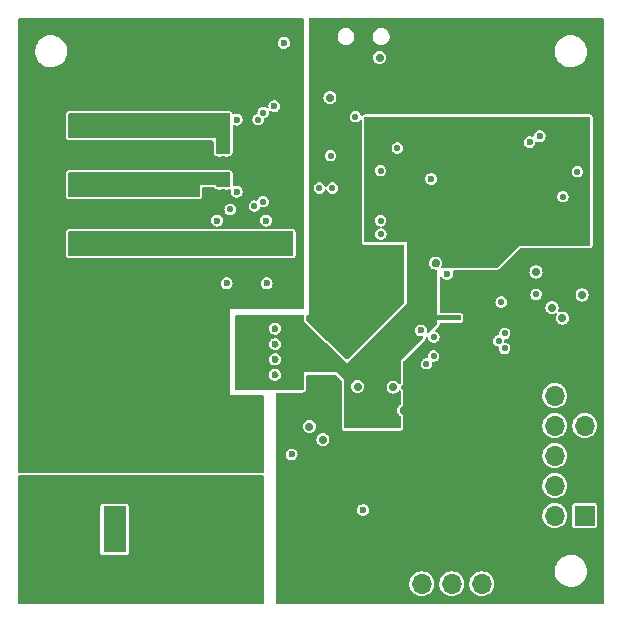
<source format=gbr>
%TF.GenerationSoftware,KiCad,Pcbnew,(6.0.7)*%
%TF.CreationDate,2023-03-20T18:09:00+01:00*%
%TF.ProjectId,BLDC_driver_small,424c4443-5f64-4726-9976-65725f736d61,1*%
%TF.SameCoordinates,Original*%
%TF.FileFunction,Copper,L4,Inr*%
%TF.FilePolarity,Positive*%
%FSLAX46Y46*%
G04 Gerber Fmt 4.6, Leading zero omitted, Abs format (unit mm)*
G04 Created by KiCad (PCBNEW (6.0.7)) date 2023-03-20 18:09:00*
%MOMM*%
%LPD*%
G01*
G04 APERTURE LIST*
%TA.AperFunction,ComponentPad*%
%ADD10R,1.700000X1.700000*%
%TD*%
%TA.AperFunction,ComponentPad*%
%ADD11O,1.700000X1.700000*%
%TD*%
%TA.AperFunction,ComponentPad*%
%ADD12R,1.980000X3.960000*%
%TD*%
%TA.AperFunction,ComponentPad*%
%ADD13O,1.980000X3.960000*%
%TD*%
%TA.AperFunction,ComponentPad*%
%ADD14R,3.960000X1.980000*%
%TD*%
%TA.AperFunction,ComponentPad*%
%ADD15O,3.960000X1.980000*%
%TD*%
%TA.AperFunction,ViaPad*%
%ADD16C,0.700000*%
%TD*%
%TA.AperFunction,ViaPad*%
%ADD17C,0.600000*%
%TD*%
%TA.AperFunction,ViaPad*%
%ADD18C,0.560000*%
%TD*%
G04 APERTURE END LIST*
D10*
%TO.N,+3V3*%
%TO.C,J3*%
X147175000Y-111725000D03*
D11*
%TO.N,/SWD_{IO}*%
X144635000Y-111725000D03*
%TO.N,GND*%
X147175000Y-109185000D03*
%TO.N,/SWD_{CLK}*%
X144635000Y-109185000D03*
%TO.N,GND*%
X147175000Y-106645000D03*
%TO.N,unconnected-(J3-Pad6)*%
X144635000Y-106645000D03*
%TO.N,unconnected-(J3-Pad7)*%
X147175000Y-104105000D03*
%TO.N,unconnected-(J3-Pad8)*%
X144635000Y-104105000D03*
%TO.N,GND*%
X147175000Y-101565000D03*
%TO.N,/NRST*%
X144635000Y-101565000D03*
%TD*%
D10*
%TO.N,GND*%
%TO.C,J4*%
X140990000Y-117500000D03*
D11*
%TO.N,+3V3*%
X138450000Y-117500000D03*
%TO.N,/I2C_{SCL}*%
X135910000Y-117500000D03*
%TO.N,/I2C_{SDA}*%
X133370000Y-117500000D03*
%TD*%
D12*
%TO.N,/V_{pwr}*%
%TO.C,J1*%
X107365000Y-112900000D03*
D13*
%TO.N,GNDREF*%
X102365000Y-112900000D03*
%TD*%
D14*
%TO.N,/OUT_{U}*%
%TO.C,J2*%
X105510000Y-88695000D03*
D15*
%TO.N,/OUT_{V}*%
X105510000Y-83695000D03*
%TO.N,/OUT_{W}*%
X105510000Y-78695000D03*
%TD*%
D16*
%TO.N,+3V3*%
X129800000Y-72950000D03*
X146950000Y-93050000D03*
X123850000Y-104200000D03*
D17*
X128400000Y-111250000D03*
D16*
X144399000Y-94107000D03*
X143050000Y-91100000D03*
X145288000Y-94996000D03*
X125000000Y-105300000D03*
D17*
X122350000Y-106550000D03*
D16*
%TO.N,GND*%
X125375000Y-100400000D03*
D17*
X125600000Y-75050000D03*
D16*
X123850000Y-110000000D03*
X139000000Y-107500000D03*
X125850000Y-115800000D03*
D17*
X120950000Y-97200000D03*
D16*
X146250000Y-90950000D03*
X145600000Y-75700000D03*
X139900000Y-107500000D03*
X134550000Y-90350000D03*
X146500000Y-75700000D03*
X128725000Y-95600000D03*
X131850000Y-102800000D03*
X137650000Y-72150000D03*
X124650000Y-82450000D03*
D18*
X125250000Y-90600000D03*
D17*
X132250000Y-110050000D03*
D16*
X138550000Y-73050000D03*
X146500000Y-76600000D03*
X129175000Y-94050000D03*
X139000000Y-106600000D03*
X131325000Y-90200000D03*
D17*
X120950000Y-99800000D03*
D16*
X143275000Y-96800000D03*
X128750000Y-105950000D03*
X124550000Y-101525000D03*
D17*
X131572000Y-74803000D03*
D16*
X139900000Y-106600000D03*
X133800000Y-100550000D03*
D17*
X134239000Y-72136000D03*
X122400000Y-111250000D03*
D16*
X126750000Y-115800000D03*
X146250000Y-90050000D03*
X147150000Y-90950000D03*
D17*
X120950000Y-98500000D03*
D16*
X125850000Y-116700000D03*
D17*
X120950000Y-95900000D03*
D16*
X126450000Y-79250000D03*
X145600000Y-76600000D03*
X137650000Y-73050000D03*
X144375000Y-96800000D03*
X130875000Y-91850000D03*
X126750000Y-116700000D03*
X147150000Y-90050000D03*
D17*
X142113000Y-72136000D03*
D16*
X139900000Y-112100000D03*
X138550000Y-72150000D03*
X139000000Y-113000000D03*
X139000000Y-112100000D03*
X139900000Y-113000000D03*
D17*
%TO.N,+3.3VA*%
X134175000Y-83225000D03*
D16*
X127950000Y-100800000D03*
X130950000Y-100850000D03*
D17*
X143350000Y-79600000D03*
X142500000Y-80100000D03*
X133300000Y-96050000D03*
%TO.N,/NRST*%
X135509000Y-91262200D03*
D18*
%TO.N,/SENSE_{U}+*%
X129900000Y-86750000D03*
D17*
X120200000Y-86750000D03*
D18*
%TO.N,/SENSE_{V}+*%
X129890000Y-82519000D03*
D17*
X116050000Y-86750000D03*
D18*
%TO.N,/SENSE_{W}+*%
X146550000Y-82600000D03*
D17*
X120900000Y-77050000D03*
D18*
%TO.N,/PWM_{U}*%
X124700000Y-84000000D03*
X140400000Y-97575000D03*
X133775000Y-98875000D03*
X117150000Y-85800000D03*
%TO.N,/PWM_{W}*%
X125800000Y-84000000D03*
X119950000Y-85150000D03*
X139875000Y-96925000D03*
X134375000Y-98225000D03*
%TO.N,/PWM_{V}*%
X127750000Y-77950000D03*
X119950000Y-77600000D03*
X134400000Y-96600000D03*
X140400000Y-96300000D03*
%TO.N,/SWD_{IO}*%
X143050000Y-93000000D03*
%TO.N,/I2C_{SDA}*%
X140100000Y-93650000D03*
%TO.N,/OUT_{W}*%
X116850000Y-80850000D03*
X116250000Y-80250000D03*
X116850000Y-80250000D03*
X116250000Y-80850000D03*
%TO.N,/OUT_{V}*%
X116250000Y-83050000D03*
X116850000Y-83050000D03*
X116250000Y-83650000D03*
X116850000Y-83650000D03*
%TO.N,/OUT_{U}*%
X121650000Y-88400000D03*
X121650000Y-89000000D03*
X122250000Y-89000000D03*
X122250000Y-88400000D03*
%TO.N,/ENABLE*%
X119200000Y-85500000D03*
X119523900Y-78200000D03*
X125650000Y-81250000D03*
D17*
%TO.N,/V_{CP}*%
X117700000Y-84300000D03*
X117700000Y-78200000D03*
D16*
%TO.N,GNDPWR*%
X115200000Y-90850000D03*
X118550000Y-90850000D03*
D17*
X120300000Y-81700000D03*
D16*
X106000000Y-93000000D03*
X107550000Y-106300000D03*
D17*
X121100000Y-82500000D03*
D16*
X114850000Y-102600000D03*
X101900000Y-89150000D03*
X102950000Y-97100000D03*
X114700000Y-98350000D03*
X102050000Y-100900000D03*
X116100000Y-72000000D03*
X115600000Y-96600000D03*
X116050000Y-90850000D03*
X109500000Y-86200000D03*
X101000000Y-83250000D03*
X107550000Y-107200000D03*
X114700000Y-96600000D03*
X118200000Y-107200000D03*
X101900000Y-88250000D03*
X120250000Y-90850000D03*
X105100000Y-92100000D03*
X101000000Y-79150000D03*
X118200000Y-106300000D03*
X120900000Y-72950000D03*
D17*
X119500000Y-80900000D03*
D16*
X106650000Y-106300000D03*
X115600000Y-97450000D03*
X115600000Y-99200000D03*
D17*
X121100000Y-81700000D03*
D16*
X101000000Y-89150000D03*
D17*
X120300000Y-80900000D03*
D16*
X119400000Y-90850000D03*
X109500000Y-81200000D03*
X114700000Y-99200000D03*
D17*
X119500000Y-82500000D03*
D16*
X119100000Y-107200000D03*
X108500000Y-72900000D03*
X115200000Y-84325000D03*
X103850000Y-100900000D03*
X117000000Y-72900000D03*
X101900000Y-79150000D03*
X120050000Y-72950000D03*
X107600000Y-72900000D03*
X114325000Y-80400000D03*
X103850000Y-97100000D03*
D17*
X121100000Y-80900000D03*
D16*
X101150000Y-97100000D03*
X101900000Y-83250000D03*
X116100000Y-72900000D03*
X114700000Y-97450000D03*
X116900000Y-90850000D03*
X101900000Y-84150000D03*
X102050000Y-97100000D03*
X119100000Y-106300000D03*
X101000000Y-78250000D03*
X106650000Y-107200000D03*
X105100000Y-93000000D03*
X107600000Y-72000000D03*
X101150000Y-100900000D03*
D17*
X120300000Y-82500000D03*
X119500000Y-81700000D03*
D16*
X102950000Y-100900000D03*
X121750000Y-72950000D03*
X106000000Y-92100000D03*
X101000000Y-84150000D03*
X101900000Y-78250000D03*
X117000000Y-72000000D03*
X115600000Y-98350000D03*
X108500000Y-72000000D03*
X101000000Y-88250000D03*
D17*
%TO.N,GNDA*%
X119950000Y-97200000D03*
D16*
X132475000Y-95000000D03*
X134700000Y-80600000D03*
X134600000Y-85900000D03*
X130850000Y-99800000D03*
X131000000Y-86300000D03*
X125600000Y-76350000D03*
X131953000Y-88011000D03*
X139900000Y-87300000D03*
X136017000Y-89357200D03*
D17*
X119950000Y-95900000D03*
D16*
X139750000Y-84800000D03*
X128000000Y-102025000D03*
X131125000Y-82700000D03*
X145175000Y-80475000D03*
X130900000Y-78700000D03*
X128050000Y-99800000D03*
X137300000Y-87300000D03*
X146050000Y-87630000D03*
X131125000Y-83750000D03*
X145175000Y-81575000D03*
D17*
X119950000Y-98500000D03*
X119950000Y-99800000D03*
D16*
X139900000Y-80850000D03*
%TO.N,GNDREF*%
X112400000Y-111200000D03*
X104500000Y-117400000D03*
X113700000Y-116500000D03*
X114600000Y-117400000D03*
X105400000Y-116500000D03*
X104500000Y-116500000D03*
X113700000Y-117400000D03*
X105400000Y-117400000D03*
X114600000Y-116500000D03*
D18*
%TO.N,/SENSE_{U}-*%
X129921000Y-87884000D03*
D17*
X120250000Y-92050000D03*
D18*
%TO.N,/SENSE_{V}-*%
X131300000Y-80600000D03*
D17*
X116850000Y-92050000D03*
%TO.N,/SENSE_{W}-*%
X121700000Y-71700000D03*
D18*
X145325000Y-84725000D03*
%TD*%
%TA.AperFunction,Conductor*%
%TO.N,GNDREF*%
G36*
X119959191Y-108324407D02*
G01*
X119995155Y-108373907D01*
X120000000Y-108404500D01*
X120000000Y-119100500D01*
X119981093Y-119158691D01*
X119931593Y-119194655D01*
X119901000Y-119199500D01*
X99299500Y-119199500D01*
X99241309Y-119180593D01*
X99205345Y-119131093D01*
X99200500Y-119100500D01*
X99200500Y-114899748D01*
X106174500Y-114899748D01*
X106186133Y-114958231D01*
X106230448Y-115024552D01*
X106296769Y-115068867D01*
X106306332Y-115070769D01*
X106306334Y-115070770D01*
X106329005Y-115075279D01*
X106355252Y-115080500D01*
X108374748Y-115080500D01*
X108400995Y-115075279D01*
X108423666Y-115070770D01*
X108423668Y-115070769D01*
X108433231Y-115068867D01*
X108499552Y-115024552D01*
X108543867Y-114958231D01*
X108555500Y-114899748D01*
X108555500Y-110900252D01*
X108543867Y-110841769D01*
X108499552Y-110775448D01*
X108433231Y-110731133D01*
X108423668Y-110729231D01*
X108423666Y-110729230D01*
X108400995Y-110724721D01*
X108374748Y-110719500D01*
X106355252Y-110719500D01*
X106329005Y-110724721D01*
X106306334Y-110729230D01*
X106306332Y-110729231D01*
X106296769Y-110731133D01*
X106230448Y-110775448D01*
X106186133Y-110841769D01*
X106174500Y-110900252D01*
X106174500Y-114899748D01*
X99200500Y-114899748D01*
X99200500Y-108404500D01*
X99219407Y-108346309D01*
X99268907Y-108310345D01*
X99299500Y-108305500D01*
X119901000Y-108305500D01*
X119959191Y-108324407D01*
G37*
%TD.AperFunction*%
%TD*%
%TA.AperFunction,Conductor*%
%TO.N,GNDPWR*%
G36*
X123359191Y-69619407D02*
G01*
X123395155Y-69668907D01*
X123400000Y-69699500D01*
X123400000Y-94101000D01*
X123381093Y-94159191D01*
X123331593Y-94195155D01*
X123301000Y-94200000D01*
X117100000Y-94200000D01*
X117100000Y-101550000D01*
X119901000Y-101550000D01*
X119959191Y-101568907D01*
X119995155Y-101618407D01*
X120000000Y-101649000D01*
X120000000Y-108001000D01*
X119981093Y-108059191D01*
X119931593Y-108095155D01*
X119901000Y-108100000D01*
X99299500Y-108100000D01*
X99241309Y-108081093D01*
X99205345Y-108031593D01*
X99200500Y-108001000D01*
X99200500Y-92043823D01*
X116344391Y-92043823D01*
X116345306Y-92050820D01*
X116345306Y-92050821D01*
X116346814Y-92062354D01*
X116362980Y-92185979D01*
X116365821Y-92192435D01*
X116365821Y-92192436D01*
X116373586Y-92210082D01*
X116420720Y-92317203D01*
X116433792Y-92332754D01*
X116508431Y-92421549D01*
X116508434Y-92421551D01*
X116512970Y-92426948D01*
X116518841Y-92430856D01*
X116518842Y-92430857D01*
X116531143Y-92439045D01*
X116632313Y-92506390D01*
X116732920Y-92537821D01*
X116762425Y-92547039D01*
X116762426Y-92547039D01*
X116769157Y-92549142D01*
X116840828Y-92550456D01*
X116905445Y-92551641D01*
X116905447Y-92551641D01*
X116912499Y-92551770D01*
X116919302Y-92549915D01*
X116919304Y-92549915D01*
X116994503Y-92529413D01*
X117050817Y-92514060D01*
X117172991Y-92439045D01*
X117180403Y-92430857D01*
X117264468Y-92337982D01*
X117269200Y-92332754D01*
X117331710Y-92203733D01*
X117335875Y-92178982D01*
X117354862Y-92066124D01*
X117354862Y-92066120D01*
X117355496Y-92062354D01*
X117355647Y-92050000D01*
X117354762Y-92043823D01*
X119744391Y-92043823D01*
X119745306Y-92050820D01*
X119745306Y-92050821D01*
X119746814Y-92062354D01*
X119762980Y-92185979D01*
X119765821Y-92192435D01*
X119765821Y-92192436D01*
X119773586Y-92210082D01*
X119820720Y-92317203D01*
X119833792Y-92332754D01*
X119908431Y-92421549D01*
X119908434Y-92421551D01*
X119912970Y-92426948D01*
X119918841Y-92430856D01*
X119918842Y-92430857D01*
X119931143Y-92439045D01*
X120032313Y-92506390D01*
X120132920Y-92537821D01*
X120162425Y-92547039D01*
X120162426Y-92547039D01*
X120169157Y-92549142D01*
X120240828Y-92550456D01*
X120305445Y-92551641D01*
X120305447Y-92551641D01*
X120312499Y-92551770D01*
X120319302Y-92549915D01*
X120319304Y-92549915D01*
X120394503Y-92529413D01*
X120450817Y-92514060D01*
X120572991Y-92439045D01*
X120580403Y-92430857D01*
X120664468Y-92337982D01*
X120669200Y-92332754D01*
X120731710Y-92203733D01*
X120735875Y-92178982D01*
X120754862Y-92066124D01*
X120754862Y-92066120D01*
X120755496Y-92062354D01*
X120755647Y-92050000D01*
X120735323Y-91908082D01*
X120675984Y-91777572D01*
X120582400Y-91668963D01*
X120462095Y-91590985D01*
X120324739Y-91549907D01*
X120241497Y-91549398D01*
X120188427Y-91549074D01*
X120188426Y-91549074D01*
X120181376Y-91549031D01*
X120174599Y-91550968D01*
X120174598Y-91550968D01*
X120050309Y-91586490D01*
X120050307Y-91586491D01*
X120043529Y-91588428D01*
X119922280Y-91664930D01*
X119917613Y-91670214D01*
X119917611Y-91670216D01*
X119832044Y-91767103D01*
X119832042Y-91767105D01*
X119827377Y-91772388D01*
X119766447Y-91902163D01*
X119744391Y-92043823D01*
X117354762Y-92043823D01*
X117335323Y-91908082D01*
X117275984Y-91777572D01*
X117182400Y-91668963D01*
X117062095Y-91590985D01*
X116924739Y-91549907D01*
X116841497Y-91549398D01*
X116788427Y-91549074D01*
X116788426Y-91549074D01*
X116781376Y-91549031D01*
X116774599Y-91550968D01*
X116774598Y-91550968D01*
X116650309Y-91586490D01*
X116650307Y-91586491D01*
X116643529Y-91588428D01*
X116522280Y-91664930D01*
X116517613Y-91670214D01*
X116517611Y-91670216D01*
X116432044Y-91767103D01*
X116432042Y-91767105D01*
X116427377Y-91772388D01*
X116366447Y-91902163D01*
X116344391Y-92043823D01*
X99200500Y-92043823D01*
X99200500Y-89651000D01*
X103244500Y-89651000D01*
X103247030Y-89683144D01*
X103251875Y-89713737D01*
X103254107Y-89719126D01*
X103254108Y-89719129D01*
X103286358Y-89796990D01*
X103288592Y-89802383D01*
X103324556Y-89851883D01*
X103348797Y-89879628D01*
X103427307Y-89926536D01*
X103485498Y-89945443D01*
X103489342Y-89946052D01*
X103489347Y-89946053D01*
X103545152Y-89954891D01*
X103545157Y-89954891D01*
X103549000Y-89955500D01*
X122401000Y-89955500D01*
X122433144Y-89952970D01*
X122463737Y-89948125D01*
X122469126Y-89945893D01*
X122469129Y-89945892D01*
X122546990Y-89913642D01*
X122546992Y-89913641D01*
X122552383Y-89911408D01*
X122601883Y-89875444D01*
X122629628Y-89851203D01*
X122676536Y-89772693D01*
X122695443Y-89714502D01*
X122696478Y-89707970D01*
X122704891Y-89654848D01*
X122704891Y-89654843D01*
X122705500Y-89651000D01*
X122705500Y-89181529D01*
X122709990Y-89152690D01*
X122712461Y-89147590D01*
X122719543Y-89105500D01*
X122734662Y-89015630D01*
X122734662Y-89015627D01*
X122735296Y-89011860D01*
X122735441Y-89000000D01*
X122715929Y-88863753D01*
X122713011Y-88857335D01*
X122711030Y-88850561D01*
X122712186Y-88850223D01*
X122705500Y-88819365D01*
X122705500Y-88581529D01*
X122709990Y-88552690D01*
X122712461Y-88547590D01*
X122714892Y-88533144D01*
X122734662Y-88415630D01*
X122734662Y-88415627D01*
X122735296Y-88411860D01*
X122735441Y-88400000D01*
X122715929Y-88263753D01*
X122713011Y-88257335D01*
X122711030Y-88250561D01*
X122712186Y-88250223D01*
X122705500Y-88219365D01*
X122705500Y-87749000D01*
X122702970Y-87716856D01*
X122698125Y-87686263D01*
X122693306Y-87674627D01*
X122663642Y-87603010D01*
X122663641Y-87603008D01*
X122661408Y-87597617D01*
X122625444Y-87548117D01*
X122601203Y-87520372D01*
X122522693Y-87473464D01*
X122464502Y-87454557D01*
X122460658Y-87453948D01*
X122460653Y-87453947D01*
X122404848Y-87445109D01*
X122404843Y-87445109D01*
X122401000Y-87444500D01*
X120295083Y-87444500D01*
X120236892Y-87425593D01*
X120200928Y-87376093D01*
X120200928Y-87314907D01*
X120236892Y-87265407D01*
X120269043Y-87249986D01*
X120293342Y-87243361D01*
X120400817Y-87214060D01*
X120522991Y-87139045D01*
X120530403Y-87130857D01*
X120614468Y-87037982D01*
X120619200Y-87032754D01*
X120681710Y-86903733D01*
X120685875Y-86878982D01*
X120704862Y-86766124D01*
X120704862Y-86766120D01*
X120705496Y-86762354D01*
X120705647Y-86750000D01*
X120685323Y-86608082D01*
X120625984Y-86477572D01*
X120532400Y-86368963D01*
X120412095Y-86290985D01*
X120274739Y-86249907D01*
X120191497Y-86249398D01*
X120138427Y-86249074D01*
X120138426Y-86249074D01*
X120131376Y-86249031D01*
X120124599Y-86250968D01*
X120124598Y-86250968D01*
X120000309Y-86286490D01*
X120000307Y-86286491D01*
X119993529Y-86288428D01*
X119872280Y-86364930D01*
X119867613Y-86370214D01*
X119867611Y-86370216D01*
X119782044Y-86467103D01*
X119782042Y-86467105D01*
X119777377Y-86472388D01*
X119716447Y-86602163D01*
X119694391Y-86743823D01*
X119695306Y-86750820D01*
X119695306Y-86750821D01*
X119696814Y-86762354D01*
X119712980Y-86885979D01*
X119715821Y-86892435D01*
X119715821Y-86892436D01*
X119723586Y-86910082D01*
X119770720Y-87017203D01*
X119816845Y-87072076D01*
X119858431Y-87121549D01*
X119858434Y-87121551D01*
X119862970Y-87126948D01*
X119868841Y-87130856D01*
X119868842Y-87130857D01*
X119881143Y-87139045D01*
X119982313Y-87206390D01*
X120082920Y-87237821D01*
X120112425Y-87247039D01*
X120112426Y-87247039D01*
X120119157Y-87249142D01*
X120119640Y-87249151D01*
X120171379Y-87275740D01*
X120198967Y-87330352D01*
X120189186Y-87390751D01*
X120145772Y-87433865D01*
X120101133Y-87444500D01*
X116145083Y-87444500D01*
X116086892Y-87425593D01*
X116050928Y-87376093D01*
X116050928Y-87314907D01*
X116086892Y-87265407D01*
X116119043Y-87249986D01*
X116143342Y-87243361D01*
X116250817Y-87214060D01*
X116372991Y-87139045D01*
X116380403Y-87130857D01*
X116464468Y-87037982D01*
X116469200Y-87032754D01*
X116531710Y-86903733D01*
X116535875Y-86878982D01*
X116554862Y-86766124D01*
X116554862Y-86766120D01*
X116555496Y-86762354D01*
X116555647Y-86750000D01*
X116535323Y-86608082D01*
X116475984Y-86477572D01*
X116382400Y-86368963D01*
X116262095Y-86290985D01*
X116124739Y-86249907D01*
X116041497Y-86249398D01*
X115988427Y-86249074D01*
X115988426Y-86249074D01*
X115981376Y-86249031D01*
X115974599Y-86250968D01*
X115974598Y-86250968D01*
X115850309Y-86286490D01*
X115850307Y-86286491D01*
X115843529Y-86288428D01*
X115722280Y-86364930D01*
X115717613Y-86370214D01*
X115717611Y-86370216D01*
X115632044Y-86467103D01*
X115632042Y-86467105D01*
X115627377Y-86472388D01*
X115566447Y-86602163D01*
X115544391Y-86743823D01*
X115545306Y-86750820D01*
X115545306Y-86750821D01*
X115546814Y-86762354D01*
X115562980Y-86885979D01*
X115565821Y-86892435D01*
X115565821Y-86892436D01*
X115573586Y-86910082D01*
X115620720Y-87017203D01*
X115666845Y-87072076D01*
X115708431Y-87121549D01*
X115708434Y-87121551D01*
X115712970Y-87126948D01*
X115718841Y-87130856D01*
X115718842Y-87130857D01*
X115731143Y-87139045D01*
X115832313Y-87206390D01*
X115932920Y-87237821D01*
X115962425Y-87247039D01*
X115962426Y-87247039D01*
X115969157Y-87249142D01*
X115969640Y-87249151D01*
X116021379Y-87275740D01*
X116048967Y-87330352D01*
X116039186Y-87390751D01*
X115995772Y-87433865D01*
X115951133Y-87444500D01*
X103549000Y-87444500D01*
X103516856Y-87447030D01*
X103486263Y-87451875D01*
X103480874Y-87454107D01*
X103480871Y-87454108D01*
X103403010Y-87486358D01*
X103403008Y-87486359D01*
X103397617Y-87488592D01*
X103348117Y-87524556D01*
X103320372Y-87548797D01*
X103273464Y-87627307D01*
X103254557Y-87685498D01*
X103253948Y-87689342D01*
X103253947Y-87689347D01*
X103249284Y-87718792D01*
X103244500Y-87749000D01*
X103244500Y-89651000D01*
X99200500Y-89651000D01*
X99200500Y-85794069D01*
X116664595Y-85794069D01*
X116682441Y-85930545D01*
X116685282Y-85937001D01*
X116685282Y-85937002D01*
X116702923Y-85977093D01*
X116737874Y-86056526D01*
X116742411Y-86061923D01*
X116742412Y-86061925D01*
X116750423Y-86071455D01*
X116826438Y-86161885D01*
X116832309Y-86165793D01*
X116832310Y-86165794D01*
X116843884Y-86173498D01*
X116941012Y-86238152D01*
X116947739Y-86240254D01*
X116947742Y-86240255D01*
X117065655Y-86277093D01*
X117065656Y-86277093D01*
X117072387Y-86279196D01*
X117141194Y-86280457D01*
X117202947Y-86281590D01*
X117202949Y-86281590D01*
X117210001Y-86281719D01*
X117216804Y-86279864D01*
X117216806Y-86279864D01*
X117326686Y-86249907D01*
X117342792Y-86245516D01*
X117460084Y-86173498D01*
X117470596Y-86161885D01*
X117547717Y-86076683D01*
X117547717Y-86076682D01*
X117552449Y-86071455D01*
X117612461Y-85947590D01*
X117613631Y-85940637D01*
X117613632Y-85940633D01*
X117634662Y-85815630D01*
X117634662Y-85815627D01*
X117635296Y-85811860D01*
X117635441Y-85800000D01*
X117615929Y-85663753D01*
X117558961Y-85538459D01*
X117520712Y-85494069D01*
X118714595Y-85494069D01*
X118715510Y-85501066D01*
X118715510Y-85501067D01*
X118727991Y-85596513D01*
X118732441Y-85630545D01*
X118735282Y-85637001D01*
X118735282Y-85637002D01*
X118741742Y-85651682D01*
X118787874Y-85756526D01*
X118792411Y-85761923D01*
X118792412Y-85761925D01*
X118800423Y-85771455D01*
X118876438Y-85861885D01*
X118882309Y-85865793D01*
X118882310Y-85865794D01*
X118893884Y-85873498D01*
X118991012Y-85938152D01*
X118997739Y-85940254D01*
X118997742Y-85940255D01*
X119115655Y-85977093D01*
X119115656Y-85977093D01*
X119122387Y-85979196D01*
X119191194Y-85980457D01*
X119252947Y-85981590D01*
X119252949Y-85981590D01*
X119260001Y-85981719D01*
X119266804Y-85979864D01*
X119266806Y-85979864D01*
X119361897Y-85953939D01*
X119392792Y-85945516D01*
X119510084Y-85873498D01*
X119520596Y-85861885D01*
X119597717Y-85776683D01*
X119597717Y-85776682D01*
X119602449Y-85771455D01*
X119657742Y-85657331D01*
X119660606Y-85651419D01*
X119702994Y-85607295D01*
X119763221Y-85596513D01*
X119779214Y-85600087D01*
X119872387Y-85629196D01*
X119941194Y-85630457D01*
X120002947Y-85631590D01*
X120002949Y-85631590D01*
X120010001Y-85631719D01*
X120016804Y-85629864D01*
X120016806Y-85629864D01*
X120126018Y-85600089D01*
X120142792Y-85595516D01*
X120260084Y-85523498D01*
X120286722Y-85494069D01*
X120347717Y-85426683D01*
X120347717Y-85426682D01*
X120352449Y-85421455D01*
X120412461Y-85297590D01*
X120413631Y-85290637D01*
X120413632Y-85290633D01*
X120434662Y-85165630D01*
X120434662Y-85165627D01*
X120435296Y-85161860D01*
X120435441Y-85150000D01*
X120415929Y-85013753D01*
X120358961Y-84888459D01*
X120302732Y-84823201D01*
X120273722Y-84789533D01*
X120273721Y-84789532D01*
X120269117Y-84784189D01*
X120263200Y-84780354D01*
X120263198Y-84780352D01*
X120159541Y-84713166D01*
X120159539Y-84713165D01*
X120153619Y-84709328D01*
X120021753Y-84669891D01*
X119941888Y-84669403D01*
X119891169Y-84669093D01*
X119891168Y-84669093D01*
X119884118Y-84669050D01*
X119877341Y-84670987D01*
X119877340Y-84670987D01*
X119758560Y-84704935D01*
X119758559Y-84704936D01*
X119751780Y-84706873D01*
X119745818Y-84710635D01*
X119745815Y-84710636D01*
X119647461Y-84772693D01*
X119635376Y-84780318D01*
X119609625Y-84809476D01*
X119548932Y-84878197D01*
X119548930Y-84878199D01*
X119544265Y-84883482D01*
X119500932Y-84975778D01*
X119490806Y-84997345D01*
X119448961Y-85041983D01*
X119388869Y-85053500D01*
X119372831Y-85050120D01*
X119271753Y-85019891D01*
X119191888Y-85019403D01*
X119141169Y-85019093D01*
X119141168Y-85019093D01*
X119134118Y-85019050D01*
X119127341Y-85020987D01*
X119127340Y-85020987D01*
X119008560Y-85054935D01*
X119008559Y-85054936D01*
X119001780Y-85056873D01*
X118995818Y-85060635D01*
X118995815Y-85060636D01*
X118891340Y-85126555D01*
X118885376Y-85130318D01*
X118880707Y-85135605D01*
X118798932Y-85228197D01*
X118798930Y-85228199D01*
X118794265Y-85233482D01*
X118735770Y-85358071D01*
X118714595Y-85494069D01*
X117520712Y-85494069D01*
X117469117Y-85434189D01*
X117463200Y-85430354D01*
X117463198Y-85430352D01*
X117359541Y-85363166D01*
X117359539Y-85363165D01*
X117353619Y-85359328D01*
X117221753Y-85319891D01*
X117141888Y-85319403D01*
X117091169Y-85319093D01*
X117091168Y-85319093D01*
X117084118Y-85319050D01*
X117077341Y-85320987D01*
X117077340Y-85320987D01*
X116958560Y-85354935D01*
X116958559Y-85354936D01*
X116951780Y-85356873D01*
X116945818Y-85360635D01*
X116945815Y-85360636D01*
X116859479Y-85415110D01*
X116835376Y-85430318D01*
X116830707Y-85435605D01*
X116748932Y-85528197D01*
X116748930Y-85528199D01*
X116744265Y-85533482D01*
X116685770Y-85658071D01*
X116664595Y-85794069D01*
X99200500Y-85794069D01*
X99200500Y-84651000D01*
X103244500Y-84651000D01*
X103247030Y-84683144D01*
X103251875Y-84713737D01*
X103254107Y-84719126D01*
X103254108Y-84719129D01*
X103286358Y-84796990D01*
X103288592Y-84802383D01*
X103324556Y-84851883D01*
X103348797Y-84879628D01*
X103427307Y-84926536D01*
X103432590Y-84928252D01*
X103432591Y-84928253D01*
X103481795Y-84944240D01*
X103485498Y-84945443D01*
X103489342Y-84946052D01*
X103489347Y-84946053D01*
X103545152Y-84954891D01*
X103545157Y-84954891D01*
X103549000Y-84955500D01*
X114501000Y-84955500D01*
X114533144Y-84952970D01*
X114563737Y-84948125D01*
X114569126Y-84945893D01*
X114569129Y-84945892D01*
X114646990Y-84913642D01*
X114646992Y-84913641D01*
X114652383Y-84911408D01*
X114701883Y-84875444D01*
X114729628Y-84851203D01*
X114776536Y-84772693D01*
X114795443Y-84714502D01*
X114796056Y-84710636D01*
X114804891Y-84654848D01*
X114804891Y-84654843D01*
X114805500Y-84651000D01*
X114805500Y-84004500D01*
X114824407Y-83946309D01*
X114873907Y-83910345D01*
X114904500Y-83905500D01*
X115705098Y-83905500D01*
X115763289Y-83924407D01*
X115788322Y-83952579D01*
X115788592Y-83952383D01*
X115824556Y-84001883D01*
X115848797Y-84029628D01*
X115927307Y-84076536D01*
X115985498Y-84095443D01*
X115989342Y-84096052D01*
X115989347Y-84096053D01*
X116045152Y-84104891D01*
X116045157Y-84104891D01*
X116049000Y-84105500D01*
X116081435Y-84105500D01*
X116110957Y-84110004D01*
X116165655Y-84127093D01*
X116165656Y-84127093D01*
X116172387Y-84129196D01*
X116241194Y-84130458D01*
X116302947Y-84131590D01*
X116302949Y-84131590D01*
X116310001Y-84131719D01*
X116316804Y-84129864D01*
X116316806Y-84129864D01*
X116393385Y-84108986D01*
X116419425Y-84105500D01*
X116681435Y-84105500D01*
X116710957Y-84110004D01*
X116765655Y-84127093D01*
X116765656Y-84127093D01*
X116772387Y-84129196D01*
X116841194Y-84130458D01*
X116902947Y-84131590D01*
X116902949Y-84131590D01*
X116910001Y-84131719D01*
X116916804Y-84129864D01*
X116916806Y-84129864D01*
X116993385Y-84108986D01*
X117019425Y-84105500D01*
X117051000Y-84105500D01*
X117083144Y-84102970D01*
X117093462Y-84101336D01*
X117153894Y-84110911D01*
X117197156Y-84154178D01*
X117206765Y-84214348D01*
X117194391Y-84293823D01*
X117195306Y-84300820D01*
X117195306Y-84300821D01*
X117196814Y-84312354D01*
X117212980Y-84435979D01*
X117215821Y-84442435D01*
X117215821Y-84442436D01*
X117223586Y-84460082D01*
X117270720Y-84567203D01*
X117283792Y-84582754D01*
X117358431Y-84671549D01*
X117358434Y-84671551D01*
X117362970Y-84676948D01*
X117368841Y-84680856D01*
X117368842Y-84680857D01*
X117375170Y-84685069D01*
X117482313Y-84756390D01*
X117571294Y-84784189D01*
X117612425Y-84797039D01*
X117612426Y-84797039D01*
X117619157Y-84799142D01*
X117690828Y-84800456D01*
X117755445Y-84801641D01*
X117755447Y-84801641D01*
X117762499Y-84801770D01*
X117769302Y-84799915D01*
X117769304Y-84799915D01*
X117854986Y-84776555D01*
X117900817Y-84764060D01*
X118022991Y-84689045D01*
X118030403Y-84680857D01*
X118114468Y-84587982D01*
X118119200Y-84582754D01*
X118181710Y-84453733D01*
X118185875Y-84428982D01*
X118204862Y-84316124D01*
X118204862Y-84316120D01*
X118205496Y-84312354D01*
X118205647Y-84300000D01*
X118185323Y-84158082D01*
X118149027Y-84078253D01*
X118128905Y-84033996D01*
X118128904Y-84033995D01*
X118125984Y-84027572D01*
X118032400Y-83918963D01*
X117912095Y-83840985D01*
X117774739Y-83799907D01*
X117691497Y-83799398D01*
X117638427Y-83799074D01*
X117638426Y-83799074D01*
X117631376Y-83799031D01*
X117624599Y-83800968D01*
X117624598Y-83800968D01*
X117500309Y-83836490D01*
X117500307Y-83836491D01*
X117493529Y-83838428D01*
X117492346Y-83839174D01*
X117434085Y-83845400D01*
X117381044Y-83814900D01*
X117356060Y-83759047D01*
X117355500Y-83748528D01*
X117355500Y-82749000D01*
X117352970Y-82716856D01*
X117348125Y-82686263D01*
X117343198Y-82674366D01*
X117313642Y-82603010D01*
X117313641Y-82603008D01*
X117311408Y-82597617D01*
X117275444Y-82548117D01*
X117251203Y-82520372D01*
X117243225Y-82515605D01*
X117234090Y-82510147D01*
X117172693Y-82473464D01*
X117114502Y-82454557D01*
X117110658Y-82453948D01*
X117110653Y-82453947D01*
X117054848Y-82445109D01*
X117054843Y-82445109D01*
X117051000Y-82444500D01*
X103549000Y-82444500D01*
X103516856Y-82447030D01*
X103486263Y-82451875D01*
X103480874Y-82454107D01*
X103480871Y-82454108D01*
X103403010Y-82486358D01*
X103403008Y-82486359D01*
X103397617Y-82488592D01*
X103348117Y-82524556D01*
X103320372Y-82548797D01*
X103273464Y-82627307D01*
X103254557Y-82685498D01*
X103253948Y-82689342D01*
X103253947Y-82689347D01*
X103245109Y-82745152D01*
X103244500Y-82749000D01*
X103244500Y-84651000D01*
X99200500Y-84651000D01*
X99200500Y-77749067D01*
X103244519Y-77749067D01*
X103244879Y-79651064D01*
X103247412Y-79683189D01*
X103252257Y-79713763D01*
X103288971Y-79802389D01*
X103324935Y-79851889D01*
X103349176Y-79879634D01*
X103427686Y-79926542D01*
X103432969Y-79928258D01*
X103432970Y-79928259D01*
X103482174Y-79944246D01*
X103485877Y-79945449D01*
X103489721Y-79946058D01*
X103489726Y-79946059D01*
X103545531Y-79954897D01*
X103545536Y-79954897D01*
X103549379Y-79955506D01*
X104010785Y-79955506D01*
X115645808Y-79955500D01*
X115703999Y-79974407D01*
X115739963Y-80023907D01*
X115744808Y-80054528D01*
X115744529Y-81000885D01*
X115747054Y-81033063D01*
X115751899Y-81063683D01*
X115788618Y-81152352D01*
X115824580Y-81201852D01*
X115848819Y-81229597D01*
X115855506Y-81233593D01*
X115855509Y-81233595D01*
X115896309Y-81257973D01*
X115927328Y-81276507D01*
X115985519Y-81295416D01*
X116049022Y-81305475D01*
X116058744Y-81305475D01*
X116081360Y-81305476D01*
X116110879Y-81309980D01*
X116165655Y-81327093D01*
X116165656Y-81327093D01*
X116172387Y-81329196D01*
X116241194Y-81330458D01*
X116302947Y-81331590D01*
X116302949Y-81331590D01*
X116310001Y-81331719D01*
X116393449Y-81308968D01*
X116419486Y-81305483D01*
X116541908Y-81305486D01*
X116681404Y-81305490D01*
X116710923Y-81309994D01*
X116765655Y-81327093D01*
X116765656Y-81327093D01*
X116772387Y-81329196D01*
X116841194Y-81330458D01*
X116902947Y-81331590D01*
X116902949Y-81331590D01*
X116910001Y-81331719D01*
X116993398Y-81308982D01*
X117019435Y-81305497D01*
X117045247Y-81305498D01*
X117050994Y-81305498D01*
X117052938Y-81305345D01*
X117052940Y-81305345D01*
X117081188Y-81303123D01*
X117081195Y-81303122D01*
X117083142Y-81302969D01*
X117085073Y-81302663D01*
X117085083Y-81302662D01*
X117096366Y-81300875D01*
X117113736Y-81298124D01*
X117120274Y-81295416D01*
X117196985Y-81263642D01*
X117196986Y-81263642D01*
X117202383Y-81261406D01*
X117251883Y-81225442D01*
X117279628Y-81201201D01*
X117326536Y-81122691D01*
X117345443Y-81064500D01*
X117355500Y-81000998D01*
X117355500Y-78751420D01*
X117374407Y-78693229D01*
X117423907Y-78657265D01*
X117484022Y-78656924D01*
X117612425Y-78697039D01*
X117612426Y-78697039D01*
X117619157Y-78699142D01*
X117690828Y-78700456D01*
X117755445Y-78701641D01*
X117755447Y-78701641D01*
X117762499Y-78701770D01*
X117769302Y-78699915D01*
X117769304Y-78699915D01*
X117853013Y-78677093D01*
X117900817Y-78664060D01*
X118022991Y-78589045D01*
X118119200Y-78482754D01*
X118181710Y-78353733D01*
X118185612Y-78330545D01*
X118204862Y-78216124D01*
X118204862Y-78216120D01*
X118205496Y-78212354D01*
X118205647Y-78200000D01*
X118204798Y-78194069D01*
X119038495Y-78194069D01*
X119056341Y-78330545D01*
X119059182Y-78337001D01*
X119059182Y-78337002D01*
X119069338Y-78360082D01*
X119111774Y-78456526D01*
X119116311Y-78461923D01*
X119116312Y-78461925D01*
X119167370Y-78522665D01*
X119200338Y-78561885D01*
X119206209Y-78565793D01*
X119206210Y-78565794D01*
X119217784Y-78573498D01*
X119314912Y-78638152D01*
X119321639Y-78640254D01*
X119321642Y-78640255D01*
X119439555Y-78677093D01*
X119439556Y-78677093D01*
X119446287Y-78679196D01*
X119515094Y-78680458D01*
X119576847Y-78681590D01*
X119576849Y-78681590D01*
X119583901Y-78681719D01*
X119590704Y-78679864D01*
X119590706Y-78679864D01*
X119674848Y-78656924D01*
X119716692Y-78645516D01*
X119833984Y-78573498D01*
X119844496Y-78561885D01*
X119921617Y-78476683D01*
X119921617Y-78476682D01*
X119926349Y-78471455D01*
X119986361Y-78347590D01*
X119987531Y-78340637D01*
X119987532Y-78340633D01*
X120008562Y-78215630D01*
X120008562Y-78215627D01*
X120009196Y-78211860D01*
X120009341Y-78200000D01*
X120005458Y-78172887D01*
X120015925Y-78112605D01*
X120059826Y-78069986D01*
X120077418Y-78063339D01*
X120120256Y-78051660D01*
X120142792Y-78045516D01*
X120260084Y-77973498D01*
X120352449Y-77871455D01*
X120412461Y-77747590D01*
X120413631Y-77740637D01*
X120413632Y-77740633D01*
X120434662Y-77615630D01*
X120434662Y-77615627D01*
X120435296Y-77611860D01*
X120435441Y-77600000D01*
X120425983Y-77533958D01*
X120436450Y-77473676D01*
X120480351Y-77431057D01*
X120540919Y-77422383D01*
X120578841Y-77437513D01*
X120604446Y-77454557D01*
X120682313Y-77506390D01*
X120770558Y-77533959D01*
X120812425Y-77547039D01*
X120812426Y-77547039D01*
X120819157Y-77549142D01*
X120890828Y-77550456D01*
X120955445Y-77551641D01*
X120955447Y-77551641D01*
X120962499Y-77551770D01*
X120969302Y-77549915D01*
X120969304Y-77549915D01*
X121077665Y-77520372D01*
X121100817Y-77514060D01*
X121222991Y-77439045D01*
X121312764Y-77339865D01*
X121314468Y-77337982D01*
X121319200Y-77332754D01*
X121381710Y-77203733D01*
X121384317Y-77188241D01*
X121404862Y-77066124D01*
X121404862Y-77066120D01*
X121405496Y-77062354D01*
X121405647Y-77050000D01*
X121385323Y-76908082D01*
X121325984Y-76777572D01*
X121232400Y-76668963D01*
X121112095Y-76590985D01*
X120974739Y-76549907D01*
X120891497Y-76549398D01*
X120838427Y-76549074D01*
X120838426Y-76549074D01*
X120831376Y-76549031D01*
X120824599Y-76550968D01*
X120824598Y-76550968D01*
X120700309Y-76586490D01*
X120700307Y-76586491D01*
X120693529Y-76588428D01*
X120572280Y-76664930D01*
X120567613Y-76670214D01*
X120567611Y-76670216D01*
X120482044Y-76767103D01*
X120482042Y-76767105D01*
X120477377Y-76772388D01*
X120416447Y-76902163D01*
X120394391Y-77043823D01*
X120395306Y-77050820D01*
X120395306Y-77050821D01*
X120405410Y-77128090D01*
X120394208Y-77188241D01*
X120349788Y-77230319D01*
X120289120Y-77238252D01*
X120253400Y-77224002D01*
X120159541Y-77163166D01*
X120159539Y-77163165D01*
X120153619Y-77159328D01*
X120021753Y-77119891D01*
X119941888Y-77119403D01*
X119891169Y-77119093D01*
X119891168Y-77119093D01*
X119884118Y-77119050D01*
X119877341Y-77120987D01*
X119877340Y-77120987D01*
X119758560Y-77154935D01*
X119758559Y-77154936D01*
X119751780Y-77156873D01*
X119745818Y-77160635D01*
X119745815Y-77160636D01*
X119677511Y-77203733D01*
X119635376Y-77230318D01*
X119630707Y-77235605D01*
X119548932Y-77328197D01*
X119548930Y-77328199D01*
X119544265Y-77333482D01*
X119485770Y-77458071D01*
X119484685Y-77465042D01*
X119484684Y-77465044D01*
X119478855Y-77502482D01*
X119464595Y-77594069D01*
X119468950Y-77627369D01*
X119469052Y-77628151D01*
X119457850Y-77688302D01*
X119413431Y-77730381D01*
X119398093Y-77736177D01*
X119332460Y-77754935D01*
X119332459Y-77754936D01*
X119325680Y-77756873D01*
X119319718Y-77760635D01*
X119319715Y-77760636D01*
X119218803Y-77824307D01*
X119209276Y-77830318D01*
X119204607Y-77835605D01*
X119122832Y-77928197D01*
X119122830Y-77928199D01*
X119118165Y-77933482D01*
X119059670Y-78058071D01*
X119038495Y-78194069D01*
X118204798Y-78194069D01*
X118185323Y-78058082D01*
X118125984Y-77927572D01*
X118046740Y-77835605D01*
X118037005Y-77824307D01*
X118037004Y-77824306D01*
X118032400Y-77818963D01*
X117912095Y-77740985D01*
X117774739Y-77699907D01*
X117691497Y-77699398D01*
X117638427Y-77699074D01*
X117638426Y-77699074D01*
X117631376Y-77699031D01*
X117624599Y-77700968D01*
X117624598Y-77700968D01*
X117500309Y-77736490D01*
X117500307Y-77736491D01*
X117493529Y-77738428D01*
X117487566Y-77742190D01*
X117481721Y-77744805D01*
X117420882Y-77751306D01*
X117367841Y-77720806D01*
X117348638Y-77686051D01*
X117348125Y-77686263D01*
X117346239Y-77681710D01*
X117323731Y-77627369D01*
X117313642Y-77603010D01*
X117313641Y-77603008D01*
X117311408Y-77597617D01*
X117275444Y-77548117D01*
X117251203Y-77520372D01*
X117172693Y-77473464D01*
X117146779Y-77465044D01*
X117118205Y-77455760D01*
X117118203Y-77455760D01*
X117114502Y-77454557D01*
X117110658Y-77453948D01*
X117110653Y-77453947D01*
X117054848Y-77445109D01*
X117054843Y-77445109D01*
X117051000Y-77444500D01*
X117047106Y-77444500D01*
X108037332Y-77444506D01*
X103549019Y-77444509D01*
X103516854Y-77447042D01*
X103503252Y-77449198D01*
X103492009Y-77450979D01*
X103492007Y-77450980D01*
X103486243Y-77451893D01*
X103476911Y-77455760D01*
X103402980Y-77486395D01*
X103402978Y-77486396D01*
X103397587Y-77488630D01*
X103348094Y-77524603D01*
X103320353Y-77548849D01*
X103273460Y-77627369D01*
X103254564Y-77685564D01*
X103253956Y-77689406D01*
X103253956Y-77689407D01*
X103247475Y-77730381D01*
X103244519Y-77749067D01*
X99200500Y-77749067D01*
X99200500Y-72335964D01*
X100642112Y-72335964D01*
X100650736Y-72565669D01*
X100697939Y-72790637D01*
X100782372Y-73004436D01*
X100901621Y-73200952D01*
X101052276Y-73374566D01*
X101230029Y-73520315D01*
X101429798Y-73634030D01*
X101645871Y-73712461D01*
X101695293Y-73721398D01*
X101868865Y-73752785D01*
X101868871Y-73752786D01*
X101872069Y-73753364D01*
X101891041Y-73754259D01*
X101895011Y-73754446D01*
X101895015Y-73754446D01*
X101896158Y-73754500D01*
X102057712Y-73754500D01*
X102059795Y-73754323D01*
X102059801Y-73754323D01*
X102224873Y-73740316D01*
X102224874Y-73740316D01*
X102229044Y-73739962D01*
X102233094Y-73738911D01*
X102233099Y-73738910D01*
X102447483Y-73683267D01*
X102447486Y-73683266D01*
X102451539Y-73682214D01*
X102661123Y-73587803D01*
X102851803Y-73459430D01*
X102937974Y-73377227D01*
X103015094Y-73303659D01*
X103015098Y-73303654D01*
X103018128Y-73300764D01*
X103155342Y-73116342D01*
X103159964Y-73107252D01*
X103257623Y-72915170D01*
X103257625Y-72915166D01*
X103259520Y-72911438D01*
X103327685Y-72691911D01*
X103357888Y-72464036D01*
X103349264Y-72234331D01*
X103302061Y-72009363D01*
X103217628Y-71795564D01*
X103160137Y-71700821D01*
X103155890Y-71693823D01*
X121194391Y-71693823D01*
X121195306Y-71700820D01*
X121195306Y-71700821D01*
X121196814Y-71712354D01*
X121212980Y-71835979D01*
X121215821Y-71842435D01*
X121215821Y-71842436D01*
X121223586Y-71860082D01*
X121270720Y-71967203D01*
X121316845Y-72022075D01*
X121358431Y-72071549D01*
X121358434Y-72071551D01*
X121362970Y-72076948D01*
X121368841Y-72080856D01*
X121368842Y-72080857D01*
X121381143Y-72089045D01*
X121482313Y-72156390D01*
X121582920Y-72187821D01*
X121612425Y-72197039D01*
X121612426Y-72197039D01*
X121619157Y-72199142D01*
X121690828Y-72200456D01*
X121755445Y-72201641D01*
X121755447Y-72201641D01*
X121762499Y-72201770D01*
X121769302Y-72199915D01*
X121769304Y-72199915D01*
X121844503Y-72179413D01*
X121900817Y-72164060D01*
X122022991Y-72089045D01*
X122030403Y-72080857D01*
X122114468Y-71987982D01*
X122119200Y-71982754D01*
X122181710Y-71853733D01*
X122185875Y-71828982D01*
X122204862Y-71716124D01*
X122204862Y-71716120D01*
X122205496Y-71712354D01*
X122205647Y-71700000D01*
X122185323Y-71558082D01*
X122160097Y-71502600D01*
X122128905Y-71433996D01*
X122128904Y-71433995D01*
X122125984Y-71427572D01*
X122032400Y-71318963D01*
X121912095Y-71240985D01*
X121774739Y-71199907D01*
X121691497Y-71199398D01*
X121638427Y-71199074D01*
X121638426Y-71199074D01*
X121631376Y-71199031D01*
X121624599Y-71200968D01*
X121624598Y-71200968D01*
X121500309Y-71236490D01*
X121500307Y-71236491D01*
X121493529Y-71238428D01*
X121372280Y-71314930D01*
X121367613Y-71320214D01*
X121367611Y-71320216D01*
X121282044Y-71417103D01*
X121282042Y-71417105D01*
X121277377Y-71422388D01*
X121216447Y-71552163D01*
X121215362Y-71559132D01*
X121215361Y-71559135D01*
X121209147Y-71599048D01*
X121194391Y-71693823D01*
X103155890Y-71693823D01*
X103100553Y-71602631D01*
X103098379Y-71599048D01*
X102947724Y-71425434D01*
X102769971Y-71279685D01*
X102570202Y-71165970D01*
X102354129Y-71087539D01*
X102304707Y-71078602D01*
X102131135Y-71047215D01*
X102131129Y-71047214D01*
X102127931Y-71046636D01*
X102108959Y-71045741D01*
X102104989Y-71045554D01*
X102104985Y-71045554D01*
X102103842Y-71045500D01*
X101942288Y-71045500D01*
X101940205Y-71045677D01*
X101940199Y-71045677D01*
X101775127Y-71059684D01*
X101775126Y-71059684D01*
X101770956Y-71060038D01*
X101766906Y-71061089D01*
X101766901Y-71061090D01*
X101552517Y-71116733D01*
X101552514Y-71116734D01*
X101548461Y-71117786D01*
X101338877Y-71212197D01*
X101148197Y-71340570D01*
X101145156Y-71343471D01*
X100984906Y-71496341D01*
X100984902Y-71496346D01*
X100981872Y-71499236D01*
X100844658Y-71683658D01*
X100842756Y-71687399D01*
X100763932Y-71842436D01*
X100740480Y-71888562D01*
X100672315Y-72108089D01*
X100642112Y-72335964D01*
X99200500Y-72335964D01*
X99200500Y-69699500D01*
X99219407Y-69641309D01*
X99268907Y-69605345D01*
X99299500Y-69600500D01*
X123301000Y-69600500D01*
X123359191Y-69619407D01*
G37*
%TD.AperFunction*%
%TD*%
%TA.AperFunction,Conductor*%
%TO.N,GNDA*%
G36*
X147609191Y-77968907D02*
G01*
X147645155Y-78018407D01*
X147650000Y-78049000D01*
X147650000Y-88801000D01*
X147631093Y-88859191D01*
X147581593Y-88895155D01*
X147551000Y-88900000D01*
X141605000Y-88900000D01*
X141597173Y-88907638D01*
X139728842Y-90730854D01*
X139673990Y-90757963D01*
X139659699Y-90759000D01*
X135124607Y-90759000D01*
X135066416Y-90740093D01*
X135030452Y-90690593D01*
X135030452Y-90629407D01*
X135033143Y-90622115D01*
X135057352Y-90563670D01*
X135086330Y-90493709D01*
X135105250Y-90350000D01*
X135090003Y-90234189D01*
X135087177Y-90212722D01*
X135087176Y-90212720D01*
X135086330Y-90206291D01*
X135030861Y-90072375D01*
X134942621Y-89957379D01*
X134827625Y-89869139D01*
X134693709Y-89813670D01*
X134687280Y-89812824D01*
X134687278Y-89812823D01*
X134556433Y-89795597D01*
X134550000Y-89794750D01*
X134543567Y-89795597D01*
X134412722Y-89812823D01*
X134412720Y-89812824D01*
X134406291Y-89813670D01*
X134272375Y-89869139D01*
X134157379Y-89957379D01*
X134069139Y-90072375D01*
X134013670Y-90206291D01*
X134012824Y-90212720D01*
X134012823Y-90212722D01*
X134009997Y-90234189D01*
X133994750Y-90350000D01*
X134013670Y-90493709D01*
X134069139Y-90627625D01*
X134157379Y-90742621D01*
X134272375Y-90830861D01*
X134406291Y-90886330D01*
X134412720Y-90887176D01*
X134412722Y-90887177D01*
X134543567Y-90904403D01*
X134550000Y-90905250D01*
X134556433Y-90904403D01*
X134556434Y-90904403D01*
X134588078Y-90900237D01*
X134648239Y-90911387D01*
X134690356Y-90955770D01*
X134700000Y-90998390D01*
X134700000Y-94750000D01*
X136601000Y-94750000D01*
X136659191Y-94768907D01*
X136695155Y-94818407D01*
X136700000Y-94849000D01*
X136700000Y-95101000D01*
X136681093Y-95159191D01*
X136631593Y-95195155D01*
X136601000Y-95200000D01*
X134700000Y-95200000D01*
X134700000Y-95458992D01*
X134681093Y-95517183D01*
X134671004Y-95528996D01*
X133957333Y-96242667D01*
X133902816Y-96270444D01*
X133842384Y-96260873D01*
X133799119Y-96217608D01*
X133789701Y-96156238D01*
X133804862Y-96066124D01*
X133804862Y-96066120D01*
X133805496Y-96062354D01*
X133805647Y-96050000D01*
X133785323Y-95908082D01*
X133725984Y-95777572D01*
X133632400Y-95668963D01*
X133512095Y-95590985D01*
X133374739Y-95549907D01*
X133291497Y-95549398D01*
X133238427Y-95549074D01*
X133238426Y-95549074D01*
X133231376Y-95549031D01*
X133224599Y-95550968D01*
X133224598Y-95550968D01*
X133100309Y-95586490D01*
X133100307Y-95586491D01*
X133093529Y-95588428D01*
X132972280Y-95664930D01*
X132967613Y-95670214D01*
X132967611Y-95670216D01*
X132882044Y-95767103D01*
X132882042Y-95767105D01*
X132877377Y-95772388D01*
X132816447Y-95902163D01*
X132815362Y-95909132D01*
X132815361Y-95909135D01*
X132802363Y-95992621D01*
X132794391Y-96043823D01*
X132795306Y-96050820D01*
X132795306Y-96050821D01*
X132810074Y-96163753D01*
X132812980Y-96185979D01*
X132815821Y-96192435D01*
X132815821Y-96192436D01*
X132859955Y-96292737D01*
X132870720Y-96317203D01*
X132910107Y-96364060D01*
X132958431Y-96421549D01*
X132958434Y-96421551D01*
X132962970Y-96426948D01*
X132968841Y-96430856D01*
X132968842Y-96430857D01*
X132993980Y-96447590D01*
X133082313Y-96506390D01*
X133182920Y-96537821D01*
X133212425Y-96547039D01*
X133212426Y-96547039D01*
X133219157Y-96549142D01*
X133290828Y-96550456D01*
X133355445Y-96551641D01*
X133355447Y-96551641D01*
X133362499Y-96551770D01*
X133369302Y-96549915D01*
X133369304Y-96549915D01*
X133395727Y-96542711D01*
X133456842Y-96545647D01*
X133504559Y-96583944D01*
X133520653Y-96642975D01*
X133498976Y-96700191D01*
X133491771Y-96708229D01*
X131600000Y-98600000D01*
X131600000Y-100501156D01*
X131581093Y-100559347D01*
X131531593Y-100595311D01*
X131470407Y-100595311D01*
X131422458Y-100561424D01*
X131346572Y-100462528D01*
X131342621Y-100457379D01*
X131227625Y-100369139D01*
X131093709Y-100313670D01*
X131087280Y-100312824D01*
X131087278Y-100312823D01*
X130956433Y-100295597D01*
X130950000Y-100294750D01*
X130943567Y-100295597D01*
X130812722Y-100312823D01*
X130812720Y-100312824D01*
X130806291Y-100313670D01*
X130672375Y-100369139D01*
X130557379Y-100457379D01*
X130469139Y-100572375D01*
X130413670Y-100706291D01*
X130394750Y-100850000D01*
X130395597Y-100856433D01*
X130410516Y-100969750D01*
X130413670Y-100993709D01*
X130469139Y-101127625D01*
X130557379Y-101242621D01*
X130562528Y-101246572D01*
X130602065Y-101276910D01*
X130672375Y-101330861D01*
X130806291Y-101386330D01*
X130812720Y-101387176D01*
X130812722Y-101387177D01*
X130943567Y-101404403D01*
X130950000Y-101405250D01*
X130956433Y-101404403D01*
X131087278Y-101387177D01*
X131087280Y-101387176D01*
X131093709Y-101386330D01*
X131227625Y-101330861D01*
X131297935Y-101276910D01*
X131337472Y-101246572D01*
X131342621Y-101242621D01*
X131422458Y-101138576D01*
X131472883Y-101103921D01*
X131534047Y-101105523D01*
X131582589Y-101142770D01*
X131600000Y-101198844D01*
X131600000Y-102249120D01*
X131581093Y-102307311D01*
X131561267Y-102327662D01*
X131462531Y-102403425D01*
X131462528Y-102403428D01*
X131457379Y-102407379D01*
X131369139Y-102522375D01*
X131313670Y-102656291D01*
X131294750Y-102800000D01*
X131313670Y-102943709D01*
X131369139Y-103077625D01*
X131457379Y-103192621D01*
X131462528Y-103196572D01*
X131462531Y-103196575D01*
X131561267Y-103272338D01*
X131595923Y-103322763D01*
X131600000Y-103350880D01*
X131600000Y-104251000D01*
X131581093Y-104309191D01*
X131531593Y-104345155D01*
X131501000Y-104350000D01*
X126899000Y-104350000D01*
X126840809Y-104331093D01*
X126804845Y-104281593D01*
X126800000Y-104251000D01*
X126800000Y-100800000D01*
X127394750Y-100800000D01*
X127395597Y-100806433D01*
X127412699Y-100936330D01*
X127413670Y-100943709D01*
X127469139Y-101077625D01*
X127557379Y-101192621D01*
X127672375Y-101280861D01*
X127806291Y-101336330D01*
X127812720Y-101337176D01*
X127812722Y-101337177D01*
X127943567Y-101354403D01*
X127950000Y-101355250D01*
X127956433Y-101354403D01*
X128087278Y-101337177D01*
X128087280Y-101337176D01*
X128093709Y-101336330D01*
X128227625Y-101280861D01*
X128342621Y-101192621D01*
X128430861Y-101077625D01*
X128486330Y-100943709D01*
X128487302Y-100936330D01*
X128504403Y-100806433D01*
X128505250Y-100800000D01*
X128501593Y-100772221D01*
X128487177Y-100662722D01*
X128487176Y-100662720D01*
X128486330Y-100656291D01*
X128430861Y-100522375D01*
X128342621Y-100407379D01*
X128227625Y-100319139D01*
X128093709Y-100263670D01*
X128087280Y-100262824D01*
X128087278Y-100262823D01*
X127956433Y-100245597D01*
X127950000Y-100244750D01*
X127943567Y-100245597D01*
X127812722Y-100262823D01*
X127812720Y-100262824D01*
X127806291Y-100263670D01*
X127672375Y-100319139D01*
X127557379Y-100407379D01*
X127469139Y-100522375D01*
X127413670Y-100656291D01*
X127412824Y-100662720D01*
X127412823Y-100662722D01*
X127398407Y-100772221D01*
X127394750Y-100800000D01*
X126800000Y-100800000D01*
X126800000Y-100200000D01*
X126200000Y-99600000D01*
X123400000Y-99600000D01*
X123400000Y-101001000D01*
X123381093Y-101059191D01*
X123331593Y-101095155D01*
X123301000Y-101100000D01*
X117699000Y-101100000D01*
X117640809Y-101081093D01*
X117604845Y-101031593D01*
X117600000Y-101001000D01*
X117600000Y-99793823D01*
X120444391Y-99793823D01*
X120445306Y-99800820D01*
X120445306Y-99800821D01*
X120460778Y-99919139D01*
X120462980Y-99935979D01*
X120465821Y-99942435D01*
X120465821Y-99942436D01*
X120473586Y-99960082D01*
X120520720Y-100067203D01*
X120533792Y-100082754D01*
X120608431Y-100171549D01*
X120608434Y-100171551D01*
X120612970Y-100176948D01*
X120618841Y-100180856D01*
X120618842Y-100180857D01*
X120631143Y-100189045D01*
X120732313Y-100256390D01*
X120832920Y-100287821D01*
X120862425Y-100297039D01*
X120862426Y-100297039D01*
X120869157Y-100299142D01*
X120940828Y-100300456D01*
X121005445Y-100301641D01*
X121005447Y-100301641D01*
X121012499Y-100301770D01*
X121019302Y-100299915D01*
X121019304Y-100299915D01*
X121120318Y-100272375D01*
X121150817Y-100264060D01*
X121272991Y-100189045D01*
X121280403Y-100180857D01*
X121364468Y-100087982D01*
X121369200Y-100082754D01*
X121431710Y-99953733D01*
X121435875Y-99928982D01*
X121454862Y-99816124D01*
X121454862Y-99816120D01*
X121455496Y-99812354D01*
X121455647Y-99800000D01*
X121435323Y-99658082D01*
X121375984Y-99527572D01*
X121282400Y-99418963D01*
X121162095Y-99340985D01*
X121024739Y-99299907D01*
X120941497Y-99299398D01*
X120888427Y-99299074D01*
X120888426Y-99299074D01*
X120881376Y-99299031D01*
X120874599Y-99300968D01*
X120874598Y-99300968D01*
X120750309Y-99336490D01*
X120750307Y-99336491D01*
X120743529Y-99338428D01*
X120622280Y-99414930D01*
X120617613Y-99420214D01*
X120617611Y-99420216D01*
X120532044Y-99517103D01*
X120532042Y-99517105D01*
X120527377Y-99522388D01*
X120466447Y-99652163D01*
X120444391Y-99793823D01*
X117600000Y-99793823D01*
X117600000Y-98493823D01*
X120444391Y-98493823D01*
X120445306Y-98500820D01*
X120445306Y-98500821D01*
X120446814Y-98512354D01*
X120462980Y-98635979D01*
X120465821Y-98642435D01*
X120465821Y-98642436D01*
X120508202Y-98738753D01*
X120520720Y-98767203D01*
X120533792Y-98782754D01*
X120608431Y-98871549D01*
X120608434Y-98871551D01*
X120612970Y-98876948D01*
X120618841Y-98880856D01*
X120618842Y-98880857D01*
X120627860Y-98886860D01*
X120732313Y-98956390D01*
X120832920Y-98987821D01*
X120862425Y-98997039D01*
X120862426Y-98997039D01*
X120869157Y-98999142D01*
X120940828Y-99000456D01*
X121005445Y-99001641D01*
X121005447Y-99001641D01*
X121012499Y-99001770D01*
X121019302Y-98999915D01*
X121019304Y-98999915D01*
X121094503Y-98979413D01*
X121150817Y-98964060D01*
X121272991Y-98889045D01*
X121280403Y-98880857D01*
X121364468Y-98787982D01*
X121369200Y-98782754D01*
X121431710Y-98653733D01*
X121435875Y-98628982D01*
X121454862Y-98516124D01*
X121454862Y-98516120D01*
X121455496Y-98512354D01*
X121455647Y-98500000D01*
X121435323Y-98358082D01*
X121375984Y-98227572D01*
X121282400Y-98118963D01*
X121162095Y-98040985D01*
X121024739Y-97999907D01*
X120941497Y-97999398D01*
X120888427Y-97999074D01*
X120888426Y-97999074D01*
X120881376Y-97999031D01*
X120874599Y-98000968D01*
X120874598Y-98000968D01*
X120750309Y-98036490D01*
X120750307Y-98036491D01*
X120743529Y-98038428D01*
X120622280Y-98114930D01*
X120617613Y-98120214D01*
X120617611Y-98120216D01*
X120532044Y-98217103D01*
X120532042Y-98217105D01*
X120527377Y-98222388D01*
X120466447Y-98352163D01*
X120465362Y-98359132D01*
X120465361Y-98359135D01*
X120459925Y-98394050D01*
X120444391Y-98493823D01*
X117600000Y-98493823D01*
X117600000Y-97193823D01*
X120444391Y-97193823D01*
X120445306Y-97200820D01*
X120445306Y-97200821D01*
X120456560Y-97286885D01*
X120462980Y-97335979D01*
X120465821Y-97342435D01*
X120465821Y-97342436D01*
X120508202Y-97438753D01*
X120520720Y-97467203D01*
X120533792Y-97482754D01*
X120608431Y-97571549D01*
X120608434Y-97571551D01*
X120612970Y-97576948D01*
X120618841Y-97580856D01*
X120618842Y-97580857D01*
X120627860Y-97586860D01*
X120732313Y-97656390D01*
X120832920Y-97687821D01*
X120862425Y-97697039D01*
X120862426Y-97697039D01*
X120869157Y-97699142D01*
X120940828Y-97700456D01*
X121005445Y-97701641D01*
X121005447Y-97701641D01*
X121012499Y-97701770D01*
X121019302Y-97699915D01*
X121019304Y-97699915D01*
X121094503Y-97679413D01*
X121150817Y-97664060D01*
X121272991Y-97589045D01*
X121280403Y-97580857D01*
X121364468Y-97487982D01*
X121369200Y-97482754D01*
X121431710Y-97353733D01*
X121435875Y-97328982D01*
X121454862Y-97216124D01*
X121454862Y-97216120D01*
X121455496Y-97212354D01*
X121455647Y-97200000D01*
X121435323Y-97058082D01*
X121375984Y-96927572D01*
X121282400Y-96818963D01*
X121162095Y-96740985D01*
X121024739Y-96699907D01*
X120941497Y-96699398D01*
X120888427Y-96699074D01*
X120888426Y-96699074D01*
X120881376Y-96699031D01*
X120874599Y-96700968D01*
X120874598Y-96700968D01*
X120750309Y-96736490D01*
X120750307Y-96736491D01*
X120743529Y-96738428D01*
X120622280Y-96814930D01*
X120617613Y-96820214D01*
X120617611Y-96820216D01*
X120532044Y-96917103D01*
X120532042Y-96917105D01*
X120527377Y-96922388D01*
X120466447Y-97052163D01*
X120465362Y-97059132D01*
X120465361Y-97059135D01*
X120462238Y-97079196D01*
X120444391Y-97193823D01*
X117600000Y-97193823D01*
X117600000Y-95893823D01*
X120444391Y-95893823D01*
X120445306Y-95900820D01*
X120445306Y-95900821D01*
X120446393Y-95909135D01*
X120462980Y-96035979D01*
X120465821Y-96042435D01*
X120465821Y-96042436D01*
X120516175Y-96156873D01*
X120520720Y-96167203D01*
X120551427Y-96203733D01*
X120608431Y-96271549D01*
X120608434Y-96271551D01*
X120612970Y-96276948D01*
X120618841Y-96280856D01*
X120618842Y-96280857D01*
X120631143Y-96289045D01*
X120732313Y-96356390D01*
X120832920Y-96387821D01*
X120862425Y-96397039D01*
X120862426Y-96397039D01*
X120869157Y-96399142D01*
X120940828Y-96400456D01*
X121005445Y-96401641D01*
X121005447Y-96401641D01*
X121012499Y-96401770D01*
X121019302Y-96399915D01*
X121019304Y-96399915D01*
X121094503Y-96379413D01*
X121150817Y-96364060D01*
X121272991Y-96289045D01*
X121280403Y-96280857D01*
X121364468Y-96187982D01*
X121369200Y-96182754D01*
X121431710Y-96053733D01*
X121433378Y-96043823D01*
X121454862Y-95916124D01*
X121454862Y-95916120D01*
X121455496Y-95912354D01*
X121455647Y-95900000D01*
X121435323Y-95758082D01*
X121375984Y-95627572D01*
X121315582Y-95557472D01*
X121287005Y-95524307D01*
X121287004Y-95524306D01*
X121282400Y-95518963D01*
X121162095Y-95440985D01*
X121024739Y-95399907D01*
X120941497Y-95399398D01*
X120888427Y-95399074D01*
X120888426Y-95399074D01*
X120881376Y-95399031D01*
X120874599Y-95400968D01*
X120874598Y-95400968D01*
X120750309Y-95436490D01*
X120750307Y-95436491D01*
X120743529Y-95438428D01*
X120622280Y-95514930D01*
X120617613Y-95520214D01*
X120617611Y-95520216D01*
X120532044Y-95617103D01*
X120532042Y-95617105D01*
X120527377Y-95622388D01*
X120466447Y-95752163D01*
X120465362Y-95759132D01*
X120465361Y-95759135D01*
X120456033Y-95819050D01*
X120444391Y-95893823D01*
X117600000Y-95893823D01*
X117600000Y-94799000D01*
X117618907Y-94740809D01*
X117668407Y-94704845D01*
X117699000Y-94700000D01*
X123301000Y-94700000D01*
X123359191Y-94718907D01*
X123395155Y-94768407D01*
X123400000Y-94799000D01*
X123400000Y-95300000D01*
X127025000Y-98825000D01*
X132100000Y-93750000D01*
X132100000Y-88600000D01*
X128599000Y-88600000D01*
X128540809Y-88581093D01*
X128504845Y-88531593D01*
X128500000Y-88501000D01*
X128500000Y-86744069D01*
X129414595Y-86744069D01*
X129432441Y-86880545D01*
X129435282Y-86887001D01*
X129435282Y-86887002D01*
X129442735Y-86903939D01*
X129487874Y-87006526D01*
X129492411Y-87011923D01*
X129492412Y-87011925D01*
X129496849Y-87017203D01*
X129576438Y-87111885D01*
X129582309Y-87115793D01*
X129582310Y-87115794D01*
X129593884Y-87123498D01*
X129691012Y-87188152D01*
X129697740Y-87190254D01*
X129812669Y-87226160D01*
X129862573Y-87261560D01*
X129882140Y-87319533D01*
X129863894Y-87377934D01*
X129810352Y-87415844D01*
X129763716Y-87429173D01*
X129729560Y-87438935D01*
X129729559Y-87438936D01*
X129722780Y-87440873D01*
X129716818Y-87444635D01*
X129716815Y-87444636D01*
X129612340Y-87510555D01*
X129606376Y-87514318D01*
X129601707Y-87519605D01*
X129519932Y-87612197D01*
X129519930Y-87612199D01*
X129515265Y-87617482D01*
X129456770Y-87742071D01*
X129435595Y-87878069D01*
X129453441Y-88014545D01*
X129456282Y-88021001D01*
X129456282Y-88021002D01*
X129505775Y-88133482D01*
X129508874Y-88140526D01*
X129513411Y-88145923D01*
X129513412Y-88145925D01*
X129521423Y-88155455D01*
X129597438Y-88245885D01*
X129603309Y-88249793D01*
X129603310Y-88249794D01*
X129620430Y-88261190D01*
X129712012Y-88322152D01*
X129718739Y-88324254D01*
X129718742Y-88324255D01*
X129836655Y-88361093D01*
X129836656Y-88361093D01*
X129843387Y-88363196D01*
X129912194Y-88364457D01*
X129973947Y-88365590D01*
X129973949Y-88365590D01*
X129981001Y-88365719D01*
X129987804Y-88363864D01*
X129987806Y-88363864D01*
X130060145Y-88344142D01*
X130113792Y-88329516D01*
X130231084Y-88257498D01*
X130241596Y-88245885D01*
X130318717Y-88160683D01*
X130318717Y-88160682D01*
X130323449Y-88155455D01*
X130383461Y-88031590D01*
X130384631Y-88024637D01*
X130384632Y-88024633D01*
X130405662Y-87899630D01*
X130405662Y-87899627D01*
X130406296Y-87895860D01*
X130406441Y-87884000D01*
X130386929Y-87747753D01*
X130329961Y-87622459D01*
X130240117Y-87518189D01*
X130234200Y-87514354D01*
X130234198Y-87514352D01*
X130130541Y-87447166D01*
X130130539Y-87447165D01*
X130124619Y-87443328D01*
X130117861Y-87441307D01*
X130117859Y-87441306D01*
X130007843Y-87408404D01*
X129957510Y-87373616D01*
X129937237Y-87315887D01*
X129954769Y-87257267D01*
X130003408Y-87220147D01*
X130010161Y-87218044D01*
X130092792Y-87195516D01*
X130210084Y-87123498D01*
X130220596Y-87111885D01*
X130297717Y-87026683D01*
X130297717Y-87026682D01*
X130302449Y-87021455D01*
X130362461Y-86897590D01*
X130363631Y-86890637D01*
X130363632Y-86890633D01*
X130384662Y-86765630D01*
X130384662Y-86765627D01*
X130385296Y-86761860D01*
X130385441Y-86750000D01*
X130365929Y-86613753D01*
X130308961Y-86488459D01*
X130219117Y-86384189D01*
X130213200Y-86380354D01*
X130213198Y-86380352D01*
X130109541Y-86313166D01*
X130109539Y-86313165D01*
X130103619Y-86309328D01*
X129971753Y-86269891D01*
X129891888Y-86269403D01*
X129841169Y-86269093D01*
X129841168Y-86269093D01*
X129834118Y-86269050D01*
X129827341Y-86270987D01*
X129827340Y-86270987D01*
X129708560Y-86304935D01*
X129708559Y-86304936D01*
X129701780Y-86306873D01*
X129695818Y-86310635D01*
X129695815Y-86310636D01*
X129603373Y-86368963D01*
X129585376Y-86380318D01*
X129580707Y-86385605D01*
X129498932Y-86478197D01*
X129498930Y-86478199D01*
X129494265Y-86483482D01*
X129435770Y-86608071D01*
X129414595Y-86744069D01*
X128500000Y-86744069D01*
X128500000Y-84719069D01*
X144839595Y-84719069D01*
X144857441Y-84855545D01*
X144860282Y-84862001D01*
X144860282Y-84862002D01*
X144871924Y-84888459D01*
X144912874Y-84981526D01*
X144917411Y-84986923D01*
X144917412Y-84986925D01*
X144939964Y-85013753D01*
X145001438Y-85086885D01*
X145007309Y-85090793D01*
X145007310Y-85090794D01*
X145038778Y-85111741D01*
X145116012Y-85163152D01*
X145122739Y-85165254D01*
X145122742Y-85165255D01*
X145240655Y-85202093D01*
X145240656Y-85202093D01*
X145247387Y-85204196D01*
X145316194Y-85205458D01*
X145377947Y-85206590D01*
X145377949Y-85206590D01*
X145385001Y-85206719D01*
X145391804Y-85204864D01*
X145391806Y-85204864D01*
X145464145Y-85185142D01*
X145517792Y-85170516D01*
X145635084Y-85098498D01*
X145645596Y-85086885D01*
X145722717Y-85001683D01*
X145722717Y-85001682D01*
X145727449Y-84996455D01*
X145787461Y-84872590D01*
X145788631Y-84865637D01*
X145788632Y-84865633D01*
X145809662Y-84740630D01*
X145809662Y-84740627D01*
X145810296Y-84736860D01*
X145810441Y-84725000D01*
X145790929Y-84588753D01*
X145771714Y-84546492D01*
X145736882Y-84469883D01*
X145736881Y-84469882D01*
X145733961Y-84463459D01*
X145677732Y-84398201D01*
X145648722Y-84364533D01*
X145648721Y-84364532D01*
X145644117Y-84359189D01*
X145638200Y-84355354D01*
X145638198Y-84355352D01*
X145534541Y-84288166D01*
X145534539Y-84288165D01*
X145528619Y-84284328D01*
X145396753Y-84244891D01*
X145316888Y-84244403D01*
X145266169Y-84244093D01*
X145266168Y-84244093D01*
X145259118Y-84244050D01*
X145252341Y-84245987D01*
X145252340Y-84245987D01*
X145133560Y-84279935D01*
X145133559Y-84279936D01*
X145126780Y-84281873D01*
X145120818Y-84285635D01*
X145120815Y-84285636D01*
X145098050Y-84300000D01*
X145010376Y-84355318D01*
X145002238Y-84364533D01*
X144923932Y-84453197D01*
X144923930Y-84453199D01*
X144919265Y-84458482D01*
X144860770Y-84583071D01*
X144839595Y-84719069D01*
X128500000Y-84719069D01*
X128500000Y-83218823D01*
X133669391Y-83218823D01*
X133670306Y-83225820D01*
X133670306Y-83225821D01*
X133671814Y-83237354D01*
X133687980Y-83360979D01*
X133690821Y-83367435D01*
X133690821Y-83367436D01*
X133698586Y-83385082D01*
X133745720Y-83492203D01*
X133768994Y-83519891D01*
X133833431Y-83596549D01*
X133833434Y-83596551D01*
X133837970Y-83601948D01*
X133843841Y-83605856D01*
X133843842Y-83605857D01*
X133856143Y-83614045D01*
X133957313Y-83681390D01*
X134057920Y-83712821D01*
X134087425Y-83722039D01*
X134087426Y-83722039D01*
X134094157Y-83724142D01*
X134165828Y-83725456D01*
X134230445Y-83726641D01*
X134230447Y-83726641D01*
X134237499Y-83726770D01*
X134244302Y-83724915D01*
X134244304Y-83724915D01*
X134319503Y-83704413D01*
X134375817Y-83689060D01*
X134497991Y-83614045D01*
X134505403Y-83605857D01*
X134589468Y-83512982D01*
X134594200Y-83507754D01*
X134656710Y-83378733D01*
X134660875Y-83353982D01*
X134679862Y-83241124D01*
X134679862Y-83241120D01*
X134680496Y-83237354D01*
X134680647Y-83225000D01*
X134660323Y-83083082D01*
X134612177Y-82977190D01*
X134603905Y-82958996D01*
X134603904Y-82958995D01*
X134600984Y-82952572D01*
X134507400Y-82843963D01*
X134387095Y-82765985D01*
X134249739Y-82724907D01*
X134166497Y-82724398D01*
X134113427Y-82724074D01*
X134113426Y-82724074D01*
X134106376Y-82724031D01*
X134099599Y-82725968D01*
X134099598Y-82725968D01*
X133975309Y-82761490D01*
X133975307Y-82761491D01*
X133968529Y-82763428D01*
X133847280Y-82839930D01*
X133842613Y-82845214D01*
X133842611Y-82845216D01*
X133757044Y-82942103D01*
X133757042Y-82942105D01*
X133752377Y-82947388D01*
X133749381Y-82953770D01*
X133749380Y-82953771D01*
X133744549Y-82964060D01*
X133691447Y-83077163D01*
X133669391Y-83218823D01*
X128500000Y-83218823D01*
X128500000Y-82513069D01*
X129404595Y-82513069D01*
X129405510Y-82520066D01*
X129405510Y-82520067D01*
X129417513Y-82611860D01*
X129422441Y-82649545D01*
X129425282Y-82656001D01*
X129425282Y-82656002D01*
X129474207Y-82767191D01*
X129477874Y-82775526D01*
X129482411Y-82780923D01*
X129482412Y-82780925D01*
X129528848Y-82836167D01*
X129566438Y-82880885D01*
X129572309Y-82884793D01*
X129572310Y-82884794D01*
X129583884Y-82892498D01*
X129681012Y-82957152D01*
X129687739Y-82959254D01*
X129687742Y-82959255D01*
X129805655Y-82996093D01*
X129805656Y-82996093D01*
X129812387Y-82998196D01*
X129881194Y-82999458D01*
X129942947Y-83000590D01*
X129942949Y-83000590D01*
X129950001Y-83000719D01*
X129956804Y-82998864D01*
X129956806Y-82998864D01*
X130069033Y-82968267D01*
X130082792Y-82964516D01*
X130200084Y-82892498D01*
X130214399Y-82876683D01*
X130287717Y-82795683D01*
X130287717Y-82795682D01*
X130292449Y-82790455D01*
X130352461Y-82666590D01*
X130353631Y-82659637D01*
X130353632Y-82659633D01*
X130364662Y-82594069D01*
X146064595Y-82594069D01*
X146065510Y-82601066D01*
X146065510Y-82601067D01*
X146073168Y-82659633D01*
X146082441Y-82730545D01*
X146085282Y-82737001D01*
X146085282Y-82737002D01*
X146134698Y-82849307D01*
X146137874Y-82856526D01*
X146142411Y-82861923D01*
X146142412Y-82861925D01*
X146165209Y-82889045D01*
X146226438Y-82961885D01*
X146232309Y-82965793D01*
X146232310Y-82965794D01*
X146243884Y-82973498D01*
X146341012Y-83038152D01*
X146347739Y-83040254D01*
X146347742Y-83040255D01*
X146465655Y-83077093D01*
X146465656Y-83077093D01*
X146472387Y-83079196D01*
X146541194Y-83080457D01*
X146602947Y-83081590D01*
X146602949Y-83081590D01*
X146610001Y-83081719D01*
X146616804Y-83079864D01*
X146616806Y-83079864D01*
X146689145Y-83060142D01*
X146742792Y-83045516D01*
X146860084Y-82973498D01*
X146874880Y-82957152D01*
X146947717Y-82876683D01*
X146947717Y-82876682D01*
X146952449Y-82871455D01*
X147012461Y-82747590D01*
X147013631Y-82740637D01*
X147013632Y-82740633D01*
X147034662Y-82615630D01*
X147034662Y-82615627D01*
X147035296Y-82611860D01*
X147035441Y-82600000D01*
X147015929Y-82463753D01*
X146976517Y-82377071D01*
X146961882Y-82344883D01*
X146961881Y-82344882D01*
X146958961Y-82338459D01*
X146884561Y-82252113D01*
X146873722Y-82239533D01*
X146873721Y-82239532D01*
X146869117Y-82234189D01*
X146863200Y-82230354D01*
X146863198Y-82230352D01*
X146759541Y-82163166D01*
X146759539Y-82163165D01*
X146753619Y-82159328D01*
X146621753Y-82119891D01*
X146541888Y-82119403D01*
X146491169Y-82119093D01*
X146491168Y-82119093D01*
X146484118Y-82119050D01*
X146477341Y-82120987D01*
X146477340Y-82120987D01*
X146358560Y-82154935D01*
X146358559Y-82154936D01*
X146351780Y-82156873D01*
X146345818Y-82160635D01*
X146345815Y-82160636D01*
X146247944Y-82222388D01*
X146235376Y-82230318D01*
X146211406Y-82257459D01*
X146148932Y-82328197D01*
X146148930Y-82328199D01*
X146144265Y-82333482D01*
X146085770Y-82458071D01*
X146084685Y-82465042D01*
X146084684Y-82465044D01*
X146076283Y-82519000D01*
X146064595Y-82594069D01*
X130364662Y-82594069D01*
X130374662Y-82534630D01*
X130374662Y-82534627D01*
X130375296Y-82530860D01*
X130375441Y-82519000D01*
X130355929Y-82382753D01*
X130298961Y-82257459D01*
X130209117Y-82153189D01*
X130203200Y-82149354D01*
X130203198Y-82149352D01*
X130099541Y-82082166D01*
X130099539Y-82082165D01*
X130093619Y-82078328D01*
X129961753Y-82038891D01*
X129881888Y-82038403D01*
X129831169Y-82038093D01*
X129831168Y-82038093D01*
X129824118Y-82038050D01*
X129817341Y-82039987D01*
X129817340Y-82039987D01*
X129698560Y-82073935D01*
X129698559Y-82073936D01*
X129691780Y-82075873D01*
X129685818Y-82079635D01*
X129685815Y-82079636D01*
X129581340Y-82145555D01*
X129575376Y-82149318D01*
X129563146Y-82163166D01*
X129488932Y-82247197D01*
X129488930Y-82247199D01*
X129484265Y-82252482D01*
X129425770Y-82377071D01*
X129404595Y-82513069D01*
X128500000Y-82513069D01*
X128500000Y-80594069D01*
X130814595Y-80594069D01*
X130832441Y-80730545D01*
X130835282Y-80737001D01*
X130835282Y-80737002D01*
X130849754Y-80769891D01*
X130887874Y-80856526D01*
X130892411Y-80861923D01*
X130892412Y-80861925D01*
X130924418Y-80900000D01*
X130976438Y-80961885D01*
X130982309Y-80965793D01*
X130982310Y-80965794D01*
X130993884Y-80973498D01*
X131091012Y-81038152D01*
X131097739Y-81040254D01*
X131097742Y-81040255D01*
X131215655Y-81077093D01*
X131215656Y-81077093D01*
X131222387Y-81079196D01*
X131291194Y-81080458D01*
X131352947Y-81081590D01*
X131352949Y-81081590D01*
X131360001Y-81081719D01*
X131366804Y-81079864D01*
X131366806Y-81079864D01*
X131462652Y-81053733D01*
X131492792Y-81045516D01*
X131610084Y-80973498D01*
X131620596Y-80961885D01*
X131697717Y-80876683D01*
X131697717Y-80876682D01*
X131702449Y-80871455D01*
X131762461Y-80747590D01*
X131763631Y-80740637D01*
X131763632Y-80740633D01*
X131784662Y-80615630D01*
X131784662Y-80615627D01*
X131785296Y-80611860D01*
X131785441Y-80600000D01*
X131765929Y-80463753D01*
X131708961Y-80338459D01*
X131619117Y-80234189D01*
X131613200Y-80230354D01*
X131613198Y-80230352D01*
X131509541Y-80163166D01*
X131509539Y-80163165D01*
X131503619Y-80159328D01*
X131371753Y-80119891D01*
X131291888Y-80119403D01*
X131241169Y-80119093D01*
X131241168Y-80119093D01*
X131234118Y-80119050D01*
X131227341Y-80120987D01*
X131227340Y-80120987D01*
X131108560Y-80154935D01*
X131108559Y-80154936D01*
X131101780Y-80156873D01*
X131095818Y-80160635D01*
X131095815Y-80160636D01*
X130991340Y-80226555D01*
X130985376Y-80230318D01*
X130951229Y-80268982D01*
X130898932Y-80328197D01*
X130898930Y-80328199D01*
X130894265Y-80333482D01*
X130835770Y-80458071D01*
X130814595Y-80594069D01*
X128500000Y-80594069D01*
X128500000Y-80093823D01*
X141994391Y-80093823D01*
X141995306Y-80100820D01*
X141995306Y-80100821D01*
X142002382Y-80154935D01*
X142012980Y-80235979D01*
X142015821Y-80242435D01*
X142015821Y-80242436D01*
X142023586Y-80260082D01*
X142070720Y-80367203D01*
X142116845Y-80422076D01*
X142158431Y-80471549D01*
X142158434Y-80471551D01*
X142162970Y-80476948D01*
X142168841Y-80480856D01*
X142168842Y-80480857D01*
X142181143Y-80489045D01*
X142282313Y-80556390D01*
X142380596Y-80587095D01*
X142412425Y-80597039D01*
X142412426Y-80597039D01*
X142419157Y-80599142D01*
X142490828Y-80600456D01*
X142555445Y-80601641D01*
X142555447Y-80601641D01*
X142562499Y-80601770D01*
X142569302Y-80599915D01*
X142569304Y-80599915D01*
X142644503Y-80579413D01*
X142700817Y-80564060D01*
X142822991Y-80489045D01*
X142830403Y-80480857D01*
X142914468Y-80387982D01*
X142919200Y-80382754D01*
X142981710Y-80253733D01*
X142985650Y-80230318D01*
X143002028Y-80132966D01*
X143030328Y-80078719D01*
X143085108Y-80051466D01*
X143131671Y-80058444D01*
X143132313Y-80056390D01*
X143262425Y-80097039D01*
X143262426Y-80097039D01*
X143269157Y-80099142D01*
X143340828Y-80100456D01*
X143405445Y-80101641D01*
X143405447Y-80101641D01*
X143412499Y-80101770D01*
X143419302Y-80099915D01*
X143419304Y-80099915D01*
X143497049Y-80078719D01*
X143550817Y-80064060D01*
X143672991Y-79989045D01*
X143769200Y-79882754D01*
X143831710Y-79753733D01*
X143838239Y-79714930D01*
X143854862Y-79616124D01*
X143854862Y-79616120D01*
X143855496Y-79612354D01*
X143855647Y-79600000D01*
X143835323Y-79458082D01*
X143775984Y-79327572D01*
X143682400Y-79218963D01*
X143562095Y-79140985D01*
X143424739Y-79099907D01*
X143341497Y-79099398D01*
X143288427Y-79099074D01*
X143288426Y-79099074D01*
X143281376Y-79099031D01*
X143274599Y-79100968D01*
X143274598Y-79100968D01*
X143150309Y-79136490D01*
X143150307Y-79136491D01*
X143143529Y-79138428D01*
X143022280Y-79214930D01*
X143017613Y-79220214D01*
X143017611Y-79220216D01*
X142932044Y-79317103D01*
X142932042Y-79317105D01*
X142927377Y-79322388D01*
X142866447Y-79452163D01*
X142865362Y-79459134D01*
X142848695Y-79566179D01*
X142821061Y-79620768D01*
X142766617Y-79648688D01*
X142712504Y-79641250D01*
X142712095Y-79640985D01*
X142705339Y-79638965D01*
X142705338Y-79638964D01*
X142581500Y-79601929D01*
X142574739Y-79599907D01*
X142491497Y-79599398D01*
X142438427Y-79599074D01*
X142438426Y-79599074D01*
X142431376Y-79599031D01*
X142424599Y-79600968D01*
X142424598Y-79600968D01*
X142300309Y-79636490D01*
X142300307Y-79636491D01*
X142293529Y-79638428D01*
X142172280Y-79714930D01*
X142167613Y-79720214D01*
X142167611Y-79720216D01*
X142082044Y-79817103D01*
X142082042Y-79817105D01*
X142077377Y-79822388D01*
X142016447Y-79952163D01*
X142015362Y-79959132D01*
X142015361Y-79959135D01*
X142000986Y-80051466D01*
X141994391Y-80093823D01*
X128500000Y-80093823D01*
X128500000Y-78049000D01*
X128518907Y-77990809D01*
X128568407Y-77954845D01*
X128599000Y-77950000D01*
X147551000Y-77950000D01*
X147609191Y-77968907D01*
G37*
%TD.AperFunction*%
%TD*%
%TA.AperFunction,Conductor*%
%TO.N,GND*%
G36*
X148758691Y-69619407D02*
G01*
X148794655Y-69668907D01*
X148799500Y-69699500D01*
X148799500Y-119100500D01*
X148780593Y-119158691D01*
X148731093Y-119194655D01*
X148700500Y-119199500D01*
X121099000Y-119199500D01*
X121040809Y-119180593D01*
X121004845Y-119131093D01*
X121000000Y-119100500D01*
X121000000Y-117485262D01*
X132314520Y-117485262D01*
X132314925Y-117490082D01*
X132331059Y-117682214D01*
X132331759Y-117690553D01*
X132333092Y-117695201D01*
X132333092Y-117695202D01*
X132349814Y-117753517D01*
X132388544Y-117888586D01*
X132482712Y-118071818D01*
X132610677Y-118233270D01*
X132614357Y-118236402D01*
X132614359Y-118236404D01*
X132727017Y-118332283D01*
X132767564Y-118366791D01*
X132771787Y-118369151D01*
X132771791Y-118369154D01*
X132811342Y-118391258D01*
X132947398Y-118467297D01*
X132951996Y-118468791D01*
X133138724Y-118529463D01*
X133138726Y-118529464D01*
X133143329Y-118530959D01*
X133347894Y-118555351D01*
X133352716Y-118554980D01*
X133352719Y-118554980D01*
X133420541Y-118549761D01*
X133553300Y-118539546D01*
X133751725Y-118484145D01*
X133756038Y-118481966D01*
X133756044Y-118481964D01*
X133931289Y-118393441D01*
X133931291Y-118393440D01*
X133935610Y-118391258D01*
X133970943Y-118363653D01*
X134094135Y-118267406D01*
X134094139Y-118267402D01*
X134097951Y-118264424D01*
X134232564Y-118108472D01*
X134251231Y-118075613D01*
X134331934Y-117933550D01*
X134331935Y-117933547D01*
X134334323Y-117929344D01*
X134347882Y-117888586D01*
X134397824Y-117738454D01*
X134397824Y-117738452D01*
X134399351Y-117733863D01*
X134401961Y-117713207D01*
X134424823Y-117532228D01*
X134425171Y-117529474D01*
X134425583Y-117500000D01*
X134424138Y-117485262D01*
X134854520Y-117485262D01*
X134854925Y-117490082D01*
X134871059Y-117682214D01*
X134871759Y-117690553D01*
X134873092Y-117695201D01*
X134873092Y-117695202D01*
X134889814Y-117753517D01*
X134928544Y-117888586D01*
X135022712Y-118071818D01*
X135150677Y-118233270D01*
X135154357Y-118236402D01*
X135154359Y-118236404D01*
X135267017Y-118332283D01*
X135307564Y-118366791D01*
X135311787Y-118369151D01*
X135311791Y-118369154D01*
X135351342Y-118391258D01*
X135487398Y-118467297D01*
X135491996Y-118468791D01*
X135678724Y-118529463D01*
X135678726Y-118529464D01*
X135683329Y-118530959D01*
X135887894Y-118555351D01*
X135892716Y-118554980D01*
X135892719Y-118554980D01*
X135960541Y-118549761D01*
X136093300Y-118539546D01*
X136291725Y-118484145D01*
X136296038Y-118481966D01*
X136296044Y-118481964D01*
X136471289Y-118393441D01*
X136471291Y-118393440D01*
X136475610Y-118391258D01*
X136510943Y-118363653D01*
X136634135Y-118267406D01*
X136634139Y-118267402D01*
X136637951Y-118264424D01*
X136772564Y-118108472D01*
X136791231Y-118075613D01*
X136871934Y-117933550D01*
X136871935Y-117933547D01*
X136874323Y-117929344D01*
X136887882Y-117888586D01*
X136937824Y-117738454D01*
X136937824Y-117738452D01*
X136939351Y-117733863D01*
X136941961Y-117713207D01*
X136964823Y-117532228D01*
X136965171Y-117529474D01*
X136965583Y-117500000D01*
X136964138Y-117485262D01*
X137394520Y-117485262D01*
X137394925Y-117490082D01*
X137411059Y-117682214D01*
X137411759Y-117690553D01*
X137413092Y-117695201D01*
X137413092Y-117695202D01*
X137429814Y-117753517D01*
X137468544Y-117888586D01*
X137562712Y-118071818D01*
X137690677Y-118233270D01*
X137694357Y-118236402D01*
X137694359Y-118236404D01*
X137807017Y-118332283D01*
X137847564Y-118366791D01*
X137851787Y-118369151D01*
X137851791Y-118369154D01*
X137891342Y-118391258D01*
X138027398Y-118467297D01*
X138031996Y-118468791D01*
X138218724Y-118529463D01*
X138218726Y-118529464D01*
X138223329Y-118530959D01*
X138427894Y-118555351D01*
X138432716Y-118554980D01*
X138432719Y-118554980D01*
X138500541Y-118549761D01*
X138633300Y-118539546D01*
X138831725Y-118484145D01*
X138836038Y-118481966D01*
X138836044Y-118481964D01*
X139011289Y-118393441D01*
X139011291Y-118393440D01*
X139015610Y-118391258D01*
X139050943Y-118363653D01*
X139174135Y-118267406D01*
X139174139Y-118267402D01*
X139177951Y-118264424D01*
X139312564Y-118108472D01*
X139331231Y-118075613D01*
X139411934Y-117933550D01*
X139411935Y-117933547D01*
X139414323Y-117929344D01*
X139427882Y-117888586D01*
X139477824Y-117738454D01*
X139477824Y-117738452D01*
X139479351Y-117733863D01*
X139481961Y-117713207D01*
X139504823Y-117532228D01*
X139505171Y-117529474D01*
X139505583Y-117500000D01*
X139503667Y-117480454D01*
X139485952Y-117299780D01*
X139485951Y-117299776D01*
X139485480Y-117294970D01*
X139425935Y-117097749D01*
X139329218Y-116915849D01*
X139199011Y-116756200D01*
X139040275Y-116624882D01*
X138859055Y-116526897D01*
X138795855Y-116507333D01*
X138666875Y-116467407D01*
X138666871Y-116467406D01*
X138662254Y-116465977D01*
X138657446Y-116465472D01*
X138657443Y-116465471D01*
X138462185Y-116444949D01*
X138462183Y-116444949D01*
X138457369Y-116444443D01*
X138397354Y-116449905D01*
X138257022Y-116462675D01*
X138257017Y-116462676D01*
X138252203Y-116463114D01*
X138054572Y-116521280D01*
X138050288Y-116523519D01*
X138050287Y-116523520D01*
X138039428Y-116529197D01*
X137872002Y-116616726D01*
X137868231Y-116619758D01*
X137715220Y-116742781D01*
X137715217Y-116742783D01*
X137711447Y-116745815D01*
X137708333Y-116749526D01*
X137708332Y-116749527D01*
X137673837Y-116790637D01*
X137579024Y-116903630D01*
X137576689Y-116907878D01*
X137576688Y-116907879D01*
X137569955Y-116920126D01*
X137479776Y-117084162D01*
X137478313Y-117088775D01*
X137478311Y-117088779D01*
X137443865Y-117197369D01*
X137417484Y-117280532D01*
X137416944Y-117285344D01*
X137416944Y-117285345D01*
X137397418Y-117459430D01*
X137394520Y-117485262D01*
X136964138Y-117485262D01*
X136963667Y-117480454D01*
X136945952Y-117299780D01*
X136945951Y-117299776D01*
X136945480Y-117294970D01*
X136885935Y-117097749D01*
X136789218Y-116915849D01*
X136659011Y-116756200D01*
X136500275Y-116624882D01*
X136319055Y-116526897D01*
X136255855Y-116507333D01*
X136126875Y-116467407D01*
X136126871Y-116467406D01*
X136122254Y-116465977D01*
X136117446Y-116465472D01*
X136117443Y-116465471D01*
X135922185Y-116444949D01*
X135922183Y-116444949D01*
X135917369Y-116444443D01*
X135857354Y-116449905D01*
X135717022Y-116462675D01*
X135717017Y-116462676D01*
X135712203Y-116463114D01*
X135514572Y-116521280D01*
X135510288Y-116523519D01*
X135510287Y-116523520D01*
X135499428Y-116529197D01*
X135332002Y-116616726D01*
X135328231Y-116619758D01*
X135175220Y-116742781D01*
X135175217Y-116742783D01*
X135171447Y-116745815D01*
X135168333Y-116749526D01*
X135168332Y-116749527D01*
X135133837Y-116790637D01*
X135039024Y-116903630D01*
X135036689Y-116907878D01*
X135036688Y-116907879D01*
X135029955Y-116920126D01*
X134939776Y-117084162D01*
X134938313Y-117088775D01*
X134938311Y-117088779D01*
X134903865Y-117197369D01*
X134877484Y-117280532D01*
X134876944Y-117285344D01*
X134876944Y-117285345D01*
X134857418Y-117459430D01*
X134854520Y-117485262D01*
X134424138Y-117485262D01*
X134423667Y-117480454D01*
X134405952Y-117299780D01*
X134405951Y-117299776D01*
X134405480Y-117294970D01*
X134345935Y-117097749D01*
X134249218Y-116915849D01*
X134119011Y-116756200D01*
X133960275Y-116624882D01*
X133779055Y-116526897D01*
X133715855Y-116507333D01*
X133586875Y-116467407D01*
X133586871Y-116467406D01*
X133582254Y-116465977D01*
X133577446Y-116465472D01*
X133577443Y-116465471D01*
X133382185Y-116444949D01*
X133382183Y-116444949D01*
X133377369Y-116444443D01*
X133317354Y-116449905D01*
X133177022Y-116462675D01*
X133177017Y-116462676D01*
X133172203Y-116463114D01*
X132974572Y-116521280D01*
X132970288Y-116523519D01*
X132970287Y-116523520D01*
X132959428Y-116529197D01*
X132792002Y-116616726D01*
X132788231Y-116619758D01*
X132635220Y-116742781D01*
X132635217Y-116742783D01*
X132631447Y-116745815D01*
X132628333Y-116749526D01*
X132628332Y-116749527D01*
X132593837Y-116790637D01*
X132499024Y-116903630D01*
X132496689Y-116907878D01*
X132496688Y-116907879D01*
X132489955Y-116920126D01*
X132399776Y-117084162D01*
X132398313Y-117088775D01*
X132398311Y-117088779D01*
X132363865Y-117197369D01*
X132337484Y-117280532D01*
X132336944Y-117285344D01*
X132336944Y-117285345D01*
X132317418Y-117459430D01*
X132314520Y-117485262D01*
X121000000Y-117485262D01*
X121000000Y-116335964D01*
X144642112Y-116335964D01*
X144650736Y-116565669D01*
X144697939Y-116790637D01*
X144782372Y-117004436D01*
X144901621Y-117200952D01*
X145052276Y-117374566D01*
X145230029Y-117520315D01*
X145429798Y-117634030D01*
X145645871Y-117712461D01*
X145695293Y-117721398D01*
X145868865Y-117752785D01*
X145868871Y-117752786D01*
X145872069Y-117753364D01*
X145891041Y-117754259D01*
X145895011Y-117754446D01*
X145895015Y-117754446D01*
X145896158Y-117754500D01*
X146057712Y-117754500D01*
X146059795Y-117754323D01*
X146059801Y-117754323D01*
X146224873Y-117740316D01*
X146224874Y-117740316D01*
X146229044Y-117739962D01*
X146233094Y-117738911D01*
X146233099Y-117738910D01*
X146447483Y-117683267D01*
X146447486Y-117683266D01*
X146451539Y-117682214D01*
X146661123Y-117587803D01*
X146851803Y-117459430D01*
X146937974Y-117377227D01*
X147015094Y-117303659D01*
X147015098Y-117303654D01*
X147018128Y-117300764D01*
X147155342Y-117116342D01*
X147173862Y-117079915D01*
X147257623Y-116915170D01*
X147257625Y-116915166D01*
X147259520Y-116911438D01*
X147327685Y-116691911D01*
X147344973Y-116561478D01*
X147357338Y-116468187D01*
X147357338Y-116468185D01*
X147357888Y-116464036D01*
X147357172Y-116444949D01*
X147349421Y-116238522D01*
X147349264Y-116234331D01*
X147302061Y-116009363D01*
X147217628Y-115795564D01*
X147098379Y-115599048D01*
X146947724Y-115425434D01*
X146769971Y-115279685D01*
X146570202Y-115165970D01*
X146354129Y-115087539D01*
X146304707Y-115078602D01*
X146131135Y-115047215D01*
X146131129Y-115047214D01*
X146127931Y-115046636D01*
X146108959Y-115045741D01*
X146104989Y-115045554D01*
X146104985Y-115045554D01*
X146103842Y-115045500D01*
X145942288Y-115045500D01*
X145940205Y-115045677D01*
X145940199Y-115045677D01*
X145775127Y-115059684D01*
X145775126Y-115059684D01*
X145770956Y-115060038D01*
X145766906Y-115061089D01*
X145766901Y-115061090D01*
X145552517Y-115116733D01*
X145552514Y-115116734D01*
X145548461Y-115117786D01*
X145338877Y-115212197D01*
X145148197Y-115340570D01*
X145145156Y-115343471D01*
X144984906Y-115496341D01*
X144984902Y-115496346D01*
X144981872Y-115499236D01*
X144844658Y-115683658D01*
X144842756Y-115687399D01*
X144789583Y-115791984D01*
X144740480Y-115888562D01*
X144672315Y-116108089D01*
X144642112Y-116335964D01*
X121000000Y-116335964D01*
X121000000Y-111243823D01*
X127894391Y-111243823D01*
X127895306Y-111250820D01*
X127895306Y-111250821D01*
X127896814Y-111262354D01*
X127912980Y-111385979D01*
X127915821Y-111392435D01*
X127915821Y-111392436D01*
X127965585Y-111505532D01*
X127970720Y-111517203D01*
X127983792Y-111532754D01*
X128058431Y-111621549D01*
X128058434Y-111621551D01*
X128062970Y-111626948D01*
X128068841Y-111630856D01*
X128068842Y-111630857D01*
X128081143Y-111639045D01*
X128182313Y-111706390D01*
X128282920Y-111737821D01*
X128312425Y-111747039D01*
X128312426Y-111747039D01*
X128319157Y-111749142D01*
X128390828Y-111750456D01*
X128455445Y-111751641D01*
X128455447Y-111751641D01*
X128462499Y-111751770D01*
X128469302Y-111749915D01*
X128469304Y-111749915D01*
X128544503Y-111729413D01*
X128600817Y-111714060D01*
X128607003Y-111710262D01*
X143579520Y-111710262D01*
X143596759Y-111915553D01*
X143653544Y-112113586D01*
X143747712Y-112296818D01*
X143875677Y-112458270D01*
X143879357Y-112461402D01*
X143879359Y-112461404D01*
X143992017Y-112557283D01*
X144032564Y-112591791D01*
X144036787Y-112594151D01*
X144036791Y-112594154D01*
X144076342Y-112616258D01*
X144212398Y-112692297D01*
X144216996Y-112693791D01*
X144403724Y-112754463D01*
X144403726Y-112754464D01*
X144408329Y-112755959D01*
X144612894Y-112780351D01*
X144617716Y-112779980D01*
X144617719Y-112779980D01*
X144688259Y-112774552D01*
X144818300Y-112764546D01*
X145016725Y-112709145D01*
X145021038Y-112706966D01*
X145021044Y-112706964D01*
X145196289Y-112618441D01*
X145196291Y-112618440D01*
X145200610Y-112616258D01*
X145228142Y-112594748D01*
X146124500Y-112594748D01*
X146136133Y-112653231D01*
X146180448Y-112719552D01*
X146246769Y-112763867D01*
X146256332Y-112765769D01*
X146256334Y-112765770D01*
X146279005Y-112770279D01*
X146305252Y-112775500D01*
X148044748Y-112775500D01*
X148070995Y-112770279D01*
X148093666Y-112765770D01*
X148093668Y-112765769D01*
X148103231Y-112763867D01*
X148169552Y-112719552D01*
X148213867Y-112653231D01*
X148225500Y-112594748D01*
X148225500Y-110855252D01*
X148213867Y-110796769D01*
X148169552Y-110730448D01*
X148103231Y-110686133D01*
X148093668Y-110684231D01*
X148093666Y-110684230D01*
X148070995Y-110679721D01*
X148044748Y-110674500D01*
X146305252Y-110674500D01*
X146279005Y-110679721D01*
X146256334Y-110684230D01*
X146256332Y-110684231D01*
X146246769Y-110686133D01*
X146180448Y-110730448D01*
X146136133Y-110796769D01*
X146124500Y-110855252D01*
X146124500Y-112594748D01*
X145228142Y-112594748D01*
X145235943Y-112588653D01*
X145359135Y-112492406D01*
X145359139Y-112492402D01*
X145362951Y-112489424D01*
X145497564Y-112333472D01*
X145516231Y-112300613D01*
X145596934Y-112158550D01*
X145596935Y-112158547D01*
X145599323Y-112154344D01*
X145612882Y-112113586D01*
X145662824Y-111963454D01*
X145662824Y-111963452D01*
X145664351Y-111958863D01*
X145690171Y-111754474D01*
X145690583Y-111725000D01*
X145689611Y-111715082D01*
X145670952Y-111524780D01*
X145670951Y-111524776D01*
X145670480Y-111519970D01*
X145667696Y-111510747D01*
X145612333Y-111327380D01*
X145610935Y-111322749D01*
X145514218Y-111140849D01*
X145384011Y-110981200D01*
X145237639Y-110860110D01*
X145229002Y-110852965D01*
X145229000Y-110852964D01*
X145225275Y-110849882D01*
X145044055Y-110751897D01*
X144974764Y-110730448D01*
X144851875Y-110692407D01*
X144851871Y-110692406D01*
X144847254Y-110690977D01*
X144842446Y-110690472D01*
X144842443Y-110690471D01*
X144647185Y-110669949D01*
X144647183Y-110669949D01*
X144642369Y-110669443D01*
X144586800Y-110674500D01*
X144442022Y-110687675D01*
X144442017Y-110687676D01*
X144437203Y-110688114D01*
X144239572Y-110746280D01*
X144235288Y-110748519D01*
X144235287Y-110748520D01*
X144224428Y-110754197D01*
X144057002Y-110841726D01*
X144053231Y-110844758D01*
X143900220Y-110967781D01*
X143900217Y-110967783D01*
X143896447Y-110970815D01*
X143893333Y-110974526D01*
X143893332Y-110974527D01*
X143775406Y-111115066D01*
X143764024Y-111128630D01*
X143761689Y-111132878D01*
X143761688Y-111132879D01*
X143754955Y-111145126D01*
X143664776Y-111309162D01*
X143663313Y-111313775D01*
X143663311Y-111313779D01*
X143634776Y-111403733D01*
X143602484Y-111505532D01*
X143601944Y-111510344D01*
X143601944Y-111510345D01*
X143580393Y-111702482D01*
X143579520Y-111710262D01*
X128607003Y-111710262D01*
X128722991Y-111639045D01*
X128730403Y-111630857D01*
X128814468Y-111537982D01*
X128819200Y-111532754D01*
X128881710Y-111403733D01*
X128885875Y-111378982D01*
X128904862Y-111266124D01*
X128904862Y-111266120D01*
X128905496Y-111262354D01*
X128905647Y-111250000D01*
X128885323Y-111108082D01*
X128863543Y-111060180D01*
X128828905Y-110983996D01*
X128828904Y-110983995D01*
X128825984Y-110977572D01*
X128732400Y-110868963D01*
X128612095Y-110790985D01*
X128474739Y-110749907D01*
X128391497Y-110749398D01*
X128338427Y-110749074D01*
X128338426Y-110749074D01*
X128331376Y-110749031D01*
X128324599Y-110750968D01*
X128324598Y-110750968D01*
X128200309Y-110786490D01*
X128200307Y-110786491D01*
X128193529Y-110788428D01*
X128072280Y-110864930D01*
X128067613Y-110870214D01*
X128067611Y-110870216D01*
X127982044Y-110967103D01*
X127982042Y-110967105D01*
X127977377Y-110972388D01*
X127916447Y-111102163D01*
X127915362Y-111109132D01*
X127915361Y-111109135D01*
X127909758Y-111145126D01*
X127894391Y-111243823D01*
X121000000Y-111243823D01*
X121000000Y-109170262D01*
X143579520Y-109170262D01*
X143596759Y-109375553D01*
X143653544Y-109573586D01*
X143747712Y-109756818D01*
X143875677Y-109918270D01*
X143879357Y-109921402D01*
X143879359Y-109921404D01*
X143992017Y-110017283D01*
X144032564Y-110051791D01*
X144036787Y-110054151D01*
X144036791Y-110054154D01*
X144076342Y-110076258D01*
X144212398Y-110152297D01*
X144216996Y-110153791D01*
X144403724Y-110214463D01*
X144403726Y-110214464D01*
X144408329Y-110215959D01*
X144612894Y-110240351D01*
X144617716Y-110239980D01*
X144617719Y-110239980D01*
X144685541Y-110234761D01*
X144818300Y-110224546D01*
X145016725Y-110169145D01*
X145021038Y-110166966D01*
X145021044Y-110166964D01*
X145196289Y-110078441D01*
X145196291Y-110078440D01*
X145200610Y-110076258D01*
X145235943Y-110048653D01*
X145359135Y-109952406D01*
X145359139Y-109952402D01*
X145362951Y-109949424D01*
X145497564Y-109793472D01*
X145516231Y-109760613D01*
X145596934Y-109618550D01*
X145596935Y-109618547D01*
X145599323Y-109614344D01*
X145612882Y-109573586D01*
X145662824Y-109423454D01*
X145662824Y-109423452D01*
X145664351Y-109418863D01*
X145690171Y-109214474D01*
X145690583Y-109185000D01*
X145670480Y-108979970D01*
X145610935Y-108782749D01*
X145514218Y-108600849D01*
X145384011Y-108441200D01*
X145225275Y-108309882D01*
X145044055Y-108211897D01*
X144980855Y-108192333D01*
X144851875Y-108152407D01*
X144851871Y-108152406D01*
X144847254Y-108150977D01*
X144842446Y-108150472D01*
X144842443Y-108150471D01*
X144647185Y-108129949D01*
X144647183Y-108129949D01*
X144642369Y-108129443D01*
X144582354Y-108134905D01*
X144442022Y-108147675D01*
X144442017Y-108147676D01*
X144437203Y-108148114D01*
X144239572Y-108206280D01*
X144235288Y-108208519D01*
X144235287Y-108208520D01*
X144224428Y-108214197D01*
X144057002Y-108301726D01*
X144053231Y-108304758D01*
X143900220Y-108427781D01*
X143900217Y-108427783D01*
X143896447Y-108430815D01*
X143893333Y-108434526D01*
X143893332Y-108434527D01*
X143884585Y-108444952D01*
X143764024Y-108588630D01*
X143761689Y-108592878D01*
X143761688Y-108592879D01*
X143754955Y-108605126D01*
X143664776Y-108769162D01*
X143602484Y-108965532D01*
X143601944Y-108970344D01*
X143601944Y-108970345D01*
X143600865Y-108979970D01*
X143579520Y-109170262D01*
X121000000Y-109170262D01*
X121000000Y-106543823D01*
X121844391Y-106543823D01*
X121845306Y-106550820D01*
X121845306Y-106550821D01*
X121846814Y-106562354D01*
X121862980Y-106685979D01*
X121865821Y-106692435D01*
X121865821Y-106692436D01*
X121873586Y-106710082D01*
X121920720Y-106817203D01*
X121933792Y-106832754D01*
X122008431Y-106921549D01*
X122008434Y-106921551D01*
X122012970Y-106926948D01*
X122018841Y-106930856D01*
X122018842Y-106930857D01*
X122031143Y-106939045D01*
X122132313Y-107006390D01*
X122219364Y-107033586D01*
X122262425Y-107047039D01*
X122262426Y-107047039D01*
X122269157Y-107049142D01*
X122340828Y-107050456D01*
X122405445Y-107051641D01*
X122405447Y-107051641D01*
X122412499Y-107051770D01*
X122419302Y-107049915D01*
X122419304Y-107049915D01*
X122496282Y-107028928D01*
X122550817Y-107014060D01*
X122672991Y-106939045D01*
X122680403Y-106930857D01*
X122764468Y-106837982D01*
X122769200Y-106832754D01*
X122831710Y-106703733D01*
X122835875Y-106678982D01*
X122844072Y-106630262D01*
X143579520Y-106630262D01*
X143596759Y-106835553D01*
X143598092Y-106840201D01*
X143598092Y-106840202D01*
X143648477Y-107015914D01*
X143653544Y-107033586D01*
X143747712Y-107216818D01*
X143875677Y-107378270D01*
X143879357Y-107381402D01*
X143879359Y-107381404D01*
X143992017Y-107477283D01*
X144032564Y-107511791D01*
X144036787Y-107514151D01*
X144036791Y-107514154D01*
X144076342Y-107536258D01*
X144212398Y-107612297D01*
X144216996Y-107613791D01*
X144403724Y-107674463D01*
X144403726Y-107674464D01*
X144408329Y-107675959D01*
X144612894Y-107700351D01*
X144617716Y-107699980D01*
X144617719Y-107699980D01*
X144685541Y-107694761D01*
X144818300Y-107684546D01*
X145016725Y-107629145D01*
X145021038Y-107626966D01*
X145021044Y-107626964D01*
X145196289Y-107538441D01*
X145196291Y-107538440D01*
X145200610Y-107536258D01*
X145235943Y-107508653D01*
X145359135Y-107412406D01*
X145359139Y-107412402D01*
X145362951Y-107409424D01*
X145497564Y-107253472D01*
X145516231Y-107220613D01*
X145596934Y-107078550D01*
X145596935Y-107078547D01*
X145599323Y-107074344D01*
X145606833Y-107051770D01*
X145662824Y-106883454D01*
X145662824Y-106883452D01*
X145664351Y-106878863D01*
X145669516Y-106837982D01*
X145688718Y-106685979D01*
X145690171Y-106674474D01*
X145690583Y-106645000D01*
X145688667Y-106625454D01*
X145670952Y-106444780D01*
X145670951Y-106444776D01*
X145670480Y-106439970D01*
X145661171Y-106409135D01*
X145621449Y-106277572D01*
X145610935Y-106242749D01*
X145514218Y-106060849D01*
X145384011Y-105901200D01*
X145305597Y-105836330D01*
X145229002Y-105772965D01*
X145229000Y-105772964D01*
X145225275Y-105769882D01*
X145082383Y-105692621D01*
X145048309Y-105674197D01*
X145048308Y-105674197D01*
X145044055Y-105671897D01*
X144980855Y-105652333D01*
X144851875Y-105612407D01*
X144851871Y-105612406D01*
X144847254Y-105610977D01*
X144842446Y-105610472D01*
X144842443Y-105610471D01*
X144647185Y-105589949D01*
X144647183Y-105589949D01*
X144642369Y-105589443D01*
X144582354Y-105594905D01*
X144442022Y-105607675D01*
X144442017Y-105607676D01*
X144437203Y-105608114D01*
X144239572Y-105666280D01*
X144235288Y-105668519D01*
X144235287Y-105668520D01*
X144224428Y-105674197D01*
X144057002Y-105761726D01*
X144053231Y-105764758D01*
X143900220Y-105887781D01*
X143900217Y-105887783D01*
X143896447Y-105890815D01*
X143893333Y-105894526D01*
X143893332Y-105894527D01*
X143884585Y-105904952D01*
X143764024Y-106048630D01*
X143761689Y-106052878D01*
X143761688Y-106052879D01*
X143754955Y-106065126D01*
X143664776Y-106229162D01*
X143663313Y-106233775D01*
X143663311Y-106233779D01*
X143611923Y-106395776D01*
X143602484Y-106425532D01*
X143601944Y-106430344D01*
X143601944Y-106430345D01*
X143587566Y-106558533D01*
X143579520Y-106630262D01*
X122844072Y-106630262D01*
X122854862Y-106566124D01*
X122854862Y-106566120D01*
X122855496Y-106562354D01*
X122855647Y-106550000D01*
X122835323Y-106408082D01*
X122775984Y-106277572D01*
X122682400Y-106168963D01*
X122562095Y-106090985D01*
X122424739Y-106049907D01*
X122341497Y-106049398D01*
X122288427Y-106049074D01*
X122288426Y-106049074D01*
X122281376Y-106049031D01*
X122274599Y-106050968D01*
X122274598Y-106050968D01*
X122150309Y-106086490D01*
X122150307Y-106086491D01*
X122143529Y-106088428D01*
X122022280Y-106164930D01*
X122017613Y-106170214D01*
X122017611Y-106170216D01*
X121932044Y-106267103D01*
X121932042Y-106267105D01*
X121927377Y-106272388D01*
X121866447Y-106402163D01*
X121865362Y-106409132D01*
X121865361Y-106409135D01*
X121850680Y-106503430D01*
X121844391Y-106543823D01*
X121000000Y-106543823D01*
X121000000Y-105300000D01*
X124444750Y-105300000D01*
X124463670Y-105443709D01*
X124519139Y-105577625D01*
X124607379Y-105692621D01*
X124722375Y-105780861D01*
X124856291Y-105836330D01*
X124862720Y-105837176D01*
X124862722Y-105837177D01*
X124993567Y-105854403D01*
X125000000Y-105855250D01*
X125006433Y-105854403D01*
X125137278Y-105837177D01*
X125137280Y-105837176D01*
X125143709Y-105836330D01*
X125277625Y-105780861D01*
X125392621Y-105692621D01*
X125480861Y-105577625D01*
X125536330Y-105443709D01*
X125555250Y-105300000D01*
X125536330Y-105156291D01*
X125480861Y-105022375D01*
X125392621Y-104907379D01*
X125277625Y-104819139D01*
X125143709Y-104763670D01*
X125137280Y-104762824D01*
X125137278Y-104762823D01*
X125006433Y-104745597D01*
X125000000Y-104744750D01*
X124993567Y-104745597D01*
X124862722Y-104762823D01*
X124862720Y-104762824D01*
X124856291Y-104763670D01*
X124722375Y-104819139D01*
X124607379Y-104907379D01*
X124519139Y-105022375D01*
X124463670Y-105156291D01*
X124444750Y-105300000D01*
X121000000Y-105300000D01*
X121000000Y-104200000D01*
X123294750Y-104200000D01*
X123295597Y-104206433D01*
X123312400Y-104334060D01*
X123313670Y-104343709D01*
X123369139Y-104477625D01*
X123373090Y-104482774D01*
X123428778Y-104555347D01*
X123457379Y-104592621D01*
X123572375Y-104680861D01*
X123706291Y-104736330D01*
X123712720Y-104737176D01*
X123712722Y-104737177D01*
X123843567Y-104754403D01*
X123850000Y-104755250D01*
X123856433Y-104754403D01*
X123987278Y-104737177D01*
X123987280Y-104737176D01*
X123993709Y-104736330D01*
X124127625Y-104680861D01*
X124242621Y-104592621D01*
X124271223Y-104555347D01*
X124326910Y-104482774D01*
X124330861Y-104477625D01*
X124386330Y-104343709D01*
X124387601Y-104334060D01*
X124404403Y-104206433D01*
X124405250Y-104200000D01*
X124391437Y-104095082D01*
X124387177Y-104062722D01*
X124387176Y-104062720D01*
X124386330Y-104056291D01*
X124330861Y-103922375D01*
X124242621Y-103807379D01*
X124127625Y-103719139D01*
X123993709Y-103663670D01*
X123987280Y-103662824D01*
X123987278Y-103662823D01*
X123856433Y-103645597D01*
X123850000Y-103644750D01*
X123843567Y-103645597D01*
X123712722Y-103662823D01*
X123712720Y-103662824D01*
X123706291Y-103663670D01*
X123572375Y-103719139D01*
X123457379Y-103807379D01*
X123369139Y-103922375D01*
X123313670Y-104056291D01*
X123312824Y-104062720D01*
X123312823Y-104062722D01*
X123308563Y-104095082D01*
X123294750Y-104200000D01*
X121000000Y-104200000D01*
X121000000Y-101404500D01*
X121018907Y-101346309D01*
X121068407Y-101310345D01*
X121099000Y-101305500D01*
X123301000Y-101305500D01*
X123333144Y-101302970D01*
X123363737Y-101298125D01*
X123369126Y-101295893D01*
X123369129Y-101295892D01*
X123446990Y-101263642D01*
X123446992Y-101263641D01*
X123452383Y-101261408D01*
X123501883Y-101225444D01*
X123529628Y-101201203D01*
X123576536Y-101122693D01*
X123595443Y-101064502D01*
X123600410Y-101033144D01*
X123604891Y-101004848D01*
X123604891Y-101004843D01*
X123605500Y-101001000D01*
X123605500Y-99904500D01*
X123624407Y-99846309D01*
X123673907Y-99810345D01*
X123704500Y-99805500D01*
X126073872Y-99805500D01*
X126132063Y-99824407D01*
X126143876Y-99834496D01*
X126565504Y-100256124D01*
X126593281Y-100310641D01*
X126594500Y-100326128D01*
X126594500Y-104251000D01*
X126597030Y-104283144D01*
X126601875Y-104313737D01*
X126604107Y-104319126D01*
X126604108Y-104319129D01*
X126636358Y-104396990D01*
X126638592Y-104402383D01*
X126674556Y-104451883D01*
X126698797Y-104479628D01*
X126777307Y-104526536D01*
X126835498Y-104545443D01*
X126839342Y-104546052D01*
X126839347Y-104546053D01*
X126895152Y-104554891D01*
X126895157Y-104554891D01*
X126899000Y-104555500D01*
X131501000Y-104555500D01*
X131533144Y-104552970D01*
X131563737Y-104548125D01*
X131569126Y-104545893D01*
X131569129Y-104545892D01*
X131646990Y-104513642D01*
X131646992Y-104513641D01*
X131652383Y-104511408D01*
X131701883Y-104475444D01*
X131729628Y-104451203D01*
X131776536Y-104372693D01*
X131789089Y-104334060D01*
X131794240Y-104318205D01*
X131794240Y-104318203D01*
X131795443Y-104314502D01*
X131796478Y-104307970D01*
X131804891Y-104254848D01*
X131804891Y-104254843D01*
X131805500Y-104251000D01*
X131805500Y-104090262D01*
X143579520Y-104090262D01*
X143579925Y-104095082D01*
X143595879Y-104285069D01*
X143596759Y-104295553D01*
X143598092Y-104300201D01*
X143598092Y-104300202D01*
X143650444Y-104482774D01*
X143653544Y-104493586D01*
X143655759Y-104497896D01*
X143680508Y-104546053D01*
X143747712Y-104676818D01*
X143875677Y-104838270D01*
X143879357Y-104841402D01*
X143879359Y-104841404D01*
X143956880Y-104907379D01*
X144032564Y-104971791D01*
X144036787Y-104974151D01*
X144036791Y-104974154D01*
X144076342Y-104996258D01*
X144212398Y-105072297D01*
X144216996Y-105073791D01*
X144403724Y-105134463D01*
X144403726Y-105134464D01*
X144408329Y-105135959D01*
X144612894Y-105160351D01*
X144617716Y-105159980D01*
X144617719Y-105159980D01*
X144685541Y-105154761D01*
X144818300Y-105144546D01*
X145016725Y-105089145D01*
X145021038Y-105086966D01*
X145021044Y-105086964D01*
X145196289Y-104998441D01*
X145196291Y-104998440D01*
X145200610Y-104996258D01*
X145235943Y-104968653D01*
X145359135Y-104872406D01*
X145359139Y-104872402D01*
X145362951Y-104869424D01*
X145406356Y-104819139D01*
X145452091Y-104766153D01*
X145497564Y-104713472D01*
X145518334Y-104676910D01*
X145596934Y-104538550D01*
X145596935Y-104538547D01*
X145599323Y-104534344D01*
X145601350Y-104528253D01*
X145662824Y-104343454D01*
X145662824Y-104343452D01*
X145664351Y-104338863D01*
X145667429Y-104314502D01*
X145689823Y-104137228D01*
X145690171Y-104134474D01*
X145690583Y-104105000D01*
X145689138Y-104090262D01*
X146119520Y-104090262D01*
X146119925Y-104095082D01*
X146135879Y-104285069D01*
X146136759Y-104295553D01*
X146138092Y-104300201D01*
X146138092Y-104300202D01*
X146190444Y-104482774D01*
X146193544Y-104493586D01*
X146195759Y-104497896D01*
X146220508Y-104546053D01*
X146287712Y-104676818D01*
X146415677Y-104838270D01*
X146419357Y-104841402D01*
X146419359Y-104841404D01*
X146496880Y-104907379D01*
X146572564Y-104971791D01*
X146576787Y-104974151D01*
X146576791Y-104974154D01*
X146616342Y-104996258D01*
X146752398Y-105072297D01*
X146756996Y-105073791D01*
X146943724Y-105134463D01*
X146943726Y-105134464D01*
X146948329Y-105135959D01*
X147152894Y-105160351D01*
X147157716Y-105159980D01*
X147157719Y-105159980D01*
X147225541Y-105154761D01*
X147358300Y-105144546D01*
X147556725Y-105089145D01*
X147561038Y-105086966D01*
X147561044Y-105086964D01*
X147736289Y-104998441D01*
X147736291Y-104998440D01*
X147740610Y-104996258D01*
X147775943Y-104968653D01*
X147899135Y-104872406D01*
X147899139Y-104872402D01*
X147902951Y-104869424D01*
X147946356Y-104819139D01*
X147992091Y-104766153D01*
X148037564Y-104713472D01*
X148058334Y-104676910D01*
X148136934Y-104538550D01*
X148136935Y-104538547D01*
X148139323Y-104534344D01*
X148141350Y-104528253D01*
X148202824Y-104343454D01*
X148202824Y-104343452D01*
X148204351Y-104338863D01*
X148207429Y-104314502D01*
X148229823Y-104137228D01*
X148230171Y-104134474D01*
X148230583Y-104105000D01*
X148225807Y-104056291D01*
X148210952Y-103904780D01*
X148210951Y-103904776D01*
X148210480Y-103899970D01*
X148184080Y-103812528D01*
X148155883Y-103719139D01*
X148150935Y-103702749D01*
X148054218Y-103520849D01*
X147924011Y-103361200D01*
X147907790Y-103347781D01*
X147769002Y-103232965D01*
X147769000Y-103232964D01*
X147765275Y-103229882D01*
X147634457Y-103159149D01*
X147588309Y-103134197D01*
X147588308Y-103134197D01*
X147584055Y-103131897D01*
X147503442Y-103106943D01*
X147391875Y-103072407D01*
X147391871Y-103072406D01*
X147387254Y-103070977D01*
X147382446Y-103070472D01*
X147382443Y-103070471D01*
X147187185Y-103049949D01*
X147187183Y-103049949D01*
X147182369Y-103049443D01*
X147122354Y-103054905D01*
X146982022Y-103067675D01*
X146982017Y-103067676D01*
X146977203Y-103068114D01*
X146779572Y-103126280D01*
X146775288Y-103128519D01*
X146775287Y-103128520D01*
X146764428Y-103134197D01*
X146597002Y-103221726D01*
X146593231Y-103224758D01*
X146440220Y-103347781D01*
X146440217Y-103347783D01*
X146436447Y-103350815D01*
X146433333Y-103354526D01*
X146433332Y-103354527D01*
X146424585Y-103364952D01*
X146304024Y-103508630D01*
X146301689Y-103512878D01*
X146301688Y-103512879D01*
X146294955Y-103525126D01*
X146204776Y-103689162D01*
X146203313Y-103693775D01*
X146203311Y-103693779D01*
X146194013Y-103723090D01*
X146142484Y-103885532D01*
X146141944Y-103890344D01*
X146141944Y-103890345D01*
X146124003Y-104050297D01*
X146119520Y-104090262D01*
X145689138Y-104090262D01*
X145685807Y-104056291D01*
X145670952Y-103904780D01*
X145670951Y-103904776D01*
X145670480Y-103899970D01*
X145644080Y-103812528D01*
X145615883Y-103719139D01*
X145610935Y-103702749D01*
X145514218Y-103520849D01*
X145384011Y-103361200D01*
X145367790Y-103347781D01*
X145229002Y-103232965D01*
X145229000Y-103232964D01*
X145225275Y-103229882D01*
X145094457Y-103159149D01*
X145048309Y-103134197D01*
X145048308Y-103134197D01*
X145044055Y-103131897D01*
X144963442Y-103106943D01*
X144851875Y-103072407D01*
X144851871Y-103072406D01*
X144847254Y-103070977D01*
X144842446Y-103070472D01*
X144842443Y-103070471D01*
X144647185Y-103049949D01*
X144647183Y-103049949D01*
X144642369Y-103049443D01*
X144582354Y-103054905D01*
X144442022Y-103067675D01*
X144442017Y-103067676D01*
X144437203Y-103068114D01*
X144239572Y-103126280D01*
X144235288Y-103128519D01*
X144235287Y-103128520D01*
X144224428Y-103134197D01*
X144057002Y-103221726D01*
X144053231Y-103224758D01*
X143900220Y-103347781D01*
X143900217Y-103347783D01*
X143896447Y-103350815D01*
X143893333Y-103354526D01*
X143893332Y-103354527D01*
X143884585Y-103364952D01*
X143764024Y-103508630D01*
X143761689Y-103512878D01*
X143761688Y-103512879D01*
X143754955Y-103525126D01*
X143664776Y-103689162D01*
X143663313Y-103693775D01*
X143663311Y-103693779D01*
X143654013Y-103723090D01*
X143602484Y-103885532D01*
X143601944Y-103890344D01*
X143601944Y-103890345D01*
X143584003Y-104050297D01*
X143579520Y-104090262D01*
X131805500Y-104090262D01*
X131805500Y-103350880D01*
X131803373Y-103321391D01*
X131799296Y-103293274D01*
X131765281Y-103206367D01*
X131730625Y-103155942D01*
X131686368Y-103109305D01*
X131614279Y-103053988D01*
X131596017Y-103035726D01*
X131556574Y-102984323D01*
X131543657Y-102961950D01*
X131518867Y-102902101D01*
X131512180Y-102877143D01*
X131503725Y-102812923D01*
X131503725Y-102787077D01*
X131512180Y-102722857D01*
X131518868Y-102697896D01*
X131543657Y-102638050D01*
X131556574Y-102615677D01*
X131596017Y-102564274D01*
X131614279Y-102546012D01*
X131686368Y-102490695D01*
X131687712Y-102489501D01*
X131707121Y-102472255D01*
X131707131Y-102472246D01*
X131708464Y-102471061D01*
X131720759Y-102458441D01*
X131724326Y-102454779D01*
X131728290Y-102450710D01*
X131738288Y-102434154D01*
X131773602Y-102375671D01*
X131776536Y-102370813D01*
X131795443Y-102312622D01*
X131805500Y-102249120D01*
X131805500Y-101550262D01*
X143579520Y-101550262D01*
X143596759Y-101755553D01*
X143653544Y-101953586D01*
X143747712Y-102136818D01*
X143875677Y-102298270D01*
X143879357Y-102301402D01*
X143879359Y-102301404D01*
X143960915Y-102370813D01*
X144032564Y-102431791D01*
X144036787Y-102434151D01*
X144036791Y-102434154D01*
X144135824Y-102489501D01*
X144212398Y-102532297D01*
X144216996Y-102533791D01*
X144403724Y-102594463D01*
X144403726Y-102594464D01*
X144408329Y-102595959D01*
X144612894Y-102620351D01*
X144617716Y-102619980D01*
X144617719Y-102619980D01*
X144685541Y-102614761D01*
X144818300Y-102604546D01*
X145016725Y-102549145D01*
X145021038Y-102546966D01*
X145021044Y-102546964D01*
X145196289Y-102458441D01*
X145196291Y-102458440D01*
X145200610Y-102456258D01*
X145235943Y-102428653D01*
X145359135Y-102332406D01*
X145359139Y-102332402D01*
X145362951Y-102329424D01*
X145380777Y-102308773D01*
X145435628Y-102245226D01*
X145497564Y-102173472D01*
X145516231Y-102140613D01*
X145596934Y-101998550D01*
X145596935Y-101998547D01*
X145599323Y-101994344D01*
X145612882Y-101953586D01*
X145662824Y-101803454D01*
X145662824Y-101803452D01*
X145664351Y-101798863D01*
X145690171Y-101594474D01*
X145690583Y-101565000D01*
X145679123Y-101448117D01*
X145670952Y-101364780D01*
X145670951Y-101364776D01*
X145670480Y-101359970D01*
X145666356Y-101346309D01*
X145629422Y-101223981D01*
X145610935Y-101162749D01*
X145514218Y-100980849D01*
X145384011Y-100821200D01*
X145355372Y-100797508D01*
X145229002Y-100692965D01*
X145229000Y-100692964D01*
X145225275Y-100689882D01*
X145044055Y-100591897D01*
X144980855Y-100572333D01*
X144851875Y-100532407D01*
X144851871Y-100532406D01*
X144847254Y-100530977D01*
X144842446Y-100530472D01*
X144842443Y-100530471D01*
X144647185Y-100509949D01*
X144647183Y-100509949D01*
X144642369Y-100509443D01*
X144582354Y-100514905D01*
X144442022Y-100527675D01*
X144442017Y-100527676D01*
X144437203Y-100528114D01*
X144239572Y-100586280D01*
X144235288Y-100588519D01*
X144235287Y-100588520D01*
X144224428Y-100594197D01*
X144057002Y-100681726D01*
X144053231Y-100684758D01*
X143900220Y-100807781D01*
X143900217Y-100807783D01*
X143896447Y-100810815D01*
X143893333Y-100814526D01*
X143893332Y-100814527D01*
X143802504Y-100922772D01*
X143764024Y-100968630D01*
X143761689Y-100972878D01*
X143761688Y-100972879D01*
X143755565Y-100984017D01*
X143664776Y-101149162D01*
X143663313Y-101153775D01*
X143663311Y-101153779D01*
X143628461Y-101263642D01*
X143602484Y-101345532D01*
X143601944Y-101350344D01*
X143601944Y-101350345D01*
X143600865Y-101359970D01*
X143579520Y-101550262D01*
X131805500Y-101550262D01*
X131805500Y-101198844D01*
X131796257Y-101137906D01*
X131778846Y-101081832D01*
X131766038Y-101050159D01*
X131707688Y-100979735D01*
X131659146Y-100942488D01*
X131644086Y-100932946D01*
X131605050Y-100885835D01*
X131601161Y-100824773D01*
X131633906Y-100773087D01*
X131647711Y-100763561D01*
X131652383Y-100761564D01*
X131701883Y-100725600D01*
X131729628Y-100701359D01*
X131776536Y-100622849D01*
X131785846Y-100594197D01*
X131794240Y-100568361D01*
X131794240Y-100568359D01*
X131795443Y-100564658D01*
X131800778Y-100530977D01*
X131804891Y-100505004D01*
X131804891Y-100504999D01*
X131805500Y-100501156D01*
X131805500Y-98869069D01*
X133289595Y-98869069D01*
X133307441Y-99005545D01*
X133310282Y-99012001D01*
X133310282Y-99012002D01*
X133317735Y-99028939D01*
X133362874Y-99131526D01*
X133367411Y-99136923D01*
X133367412Y-99136925D01*
X133375423Y-99146455D01*
X133451438Y-99236885D01*
X133457309Y-99240793D01*
X133457310Y-99240794D01*
X133468884Y-99248498D01*
X133566012Y-99313152D01*
X133572739Y-99315254D01*
X133572742Y-99315255D01*
X133690655Y-99352093D01*
X133690656Y-99352093D01*
X133697387Y-99354196D01*
X133766194Y-99355458D01*
X133827947Y-99356590D01*
X133827949Y-99356590D01*
X133835001Y-99356719D01*
X133841804Y-99354864D01*
X133841806Y-99354864D01*
X133914145Y-99335142D01*
X133967792Y-99320516D01*
X134085084Y-99248498D01*
X134095596Y-99236885D01*
X134172717Y-99151683D01*
X134172717Y-99151682D01*
X134177449Y-99146455D01*
X134237461Y-99022590D01*
X134238631Y-99015637D01*
X134238632Y-99015633D01*
X134259662Y-98890630D01*
X134259662Y-98890627D01*
X134260296Y-98886860D01*
X134260441Y-98875000D01*
X134252309Y-98818217D01*
X134262776Y-98757935D01*
X134306677Y-98715316D01*
X134352123Y-98705200D01*
X134427947Y-98706590D01*
X134427949Y-98706590D01*
X134435001Y-98706719D01*
X134441804Y-98704864D01*
X134441806Y-98704864D01*
X134543352Y-98677179D01*
X134567792Y-98670516D01*
X134685084Y-98598498D01*
X134764641Y-98510605D01*
X134772717Y-98501683D01*
X134772717Y-98501682D01*
X134777449Y-98496455D01*
X134837461Y-98372590D01*
X134838631Y-98365637D01*
X134838632Y-98365633D01*
X134859662Y-98240630D01*
X134859662Y-98240627D01*
X134860296Y-98236860D01*
X134860441Y-98225000D01*
X134840929Y-98088753D01*
X134783961Y-97963459D01*
X134694117Y-97859189D01*
X134688200Y-97855354D01*
X134688198Y-97855352D01*
X134584541Y-97788166D01*
X134584539Y-97788165D01*
X134578619Y-97784328D01*
X134446753Y-97744891D01*
X134366888Y-97744403D01*
X134316169Y-97744093D01*
X134316168Y-97744093D01*
X134309118Y-97744050D01*
X134302341Y-97745987D01*
X134302340Y-97745987D01*
X134183560Y-97779935D01*
X134183559Y-97779936D01*
X134176780Y-97781873D01*
X134170818Y-97785635D01*
X134170815Y-97785636D01*
X134108316Y-97825070D01*
X134060376Y-97855318D01*
X134055707Y-97860605D01*
X133973932Y-97953197D01*
X133973930Y-97953199D01*
X133969265Y-97958482D01*
X133910770Y-98083071D01*
X133889595Y-98219069D01*
X133890510Y-98226067D01*
X133890510Y-98226068D01*
X133897924Y-98282766D01*
X133886721Y-98342917D01*
X133842302Y-98384995D01*
X133799155Y-98394600D01*
X133716169Y-98394093D01*
X133716168Y-98394093D01*
X133709118Y-98394050D01*
X133702341Y-98395987D01*
X133702340Y-98395987D01*
X133583560Y-98429935D01*
X133583559Y-98429936D01*
X133576780Y-98431873D01*
X133570818Y-98435635D01*
X133570815Y-98435636D01*
X133487207Y-98488389D01*
X133460376Y-98505318D01*
X133455707Y-98510605D01*
X133373932Y-98603197D01*
X133373930Y-98603199D01*
X133369265Y-98608482D01*
X133310770Y-98733071D01*
X133309685Y-98740042D01*
X133309684Y-98740044D01*
X133305173Y-98769017D01*
X133289595Y-98869069D01*
X131805500Y-98869069D01*
X131805500Y-98726128D01*
X131824407Y-98667937D01*
X131834496Y-98656124D01*
X133637081Y-96853539D01*
X133637534Y-96853061D01*
X133637557Y-96853037D01*
X133644335Y-96845879D01*
X133644344Y-96845869D01*
X133644794Y-96845394D01*
X133651999Y-96837356D01*
X133654372Y-96833455D01*
X133688776Y-96776896D01*
X133688779Y-96776890D01*
X133691147Y-96772997D01*
X133698368Y-96753939D01*
X133712034Y-96717866D01*
X133712824Y-96715781D01*
X133722735Y-96680297D01*
X133720932Y-96637157D01*
X133737393Y-96578230D01*
X133785348Y-96540230D01*
X133846480Y-96537675D01*
X133897439Y-96571540D01*
X133918010Y-96620188D01*
X133930510Y-96715781D01*
X133932441Y-96730545D01*
X133935282Y-96737001D01*
X133935282Y-96737002D01*
X133977723Y-96833455D01*
X133987874Y-96856526D01*
X133992411Y-96861923D01*
X133992412Y-96861925D01*
X134032223Y-96909285D01*
X134076438Y-96961885D01*
X134082309Y-96965793D01*
X134082310Y-96965794D01*
X134112876Y-96986140D01*
X134191012Y-97038152D01*
X134197739Y-97040254D01*
X134197742Y-97040255D01*
X134315655Y-97077093D01*
X134315656Y-97077093D01*
X134322387Y-97079196D01*
X134391194Y-97080457D01*
X134452947Y-97081590D01*
X134452949Y-97081590D01*
X134460001Y-97081719D01*
X134466804Y-97079864D01*
X134466806Y-97079864D01*
X134567806Y-97052328D01*
X134592792Y-97045516D01*
X134710084Y-96973498D01*
X134717057Y-96965794D01*
X134759351Y-96919069D01*
X139389595Y-96919069D01*
X139407441Y-97055545D01*
X139410282Y-97062001D01*
X139410282Y-97062002D01*
X139441217Y-97132306D01*
X139462874Y-97181526D01*
X139467411Y-97186923D01*
X139467412Y-97186925D01*
X139482902Y-97205352D01*
X139551438Y-97286885D01*
X139666012Y-97363152D01*
X139672739Y-97365254D01*
X139672742Y-97365255D01*
X139790655Y-97402093D01*
X139790656Y-97402093D01*
X139797387Y-97404196D01*
X139818361Y-97404581D01*
X139826394Y-97404728D01*
X139884229Y-97424699D01*
X139919279Y-97474850D01*
X139922400Y-97518941D01*
X139914595Y-97569069D01*
X139932441Y-97705545D01*
X139935282Y-97712001D01*
X139935282Y-97712002D01*
X139966217Y-97782306D01*
X139987874Y-97831526D01*
X139992411Y-97836923D01*
X139992412Y-97836925D01*
X140015619Y-97864533D01*
X140076438Y-97936885D01*
X140082309Y-97940793D01*
X140082310Y-97940794D01*
X140093884Y-97948498D01*
X140191012Y-98013152D01*
X140197739Y-98015254D01*
X140197742Y-98015255D01*
X140315655Y-98052093D01*
X140315656Y-98052093D01*
X140322387Y-98054196D01*
X140391194Y-98055458D01*
X140452947Y-98056590D01*
X140452949Y-98056590D01*
X140460001Y-98056719D01*
X140466804Y-98054864D01*
X140466806Y-98054864D01*
X140539145Y-98035142D01*
X140592792Y-98020516D01*
X140710084Y-97948498D01*
X140720596Y-97936885D01*
X140797717Y-97851683D01*
X140797717Y-97851682D01*
X140802449Y-97846455D01*
X140862461Y-97722590D01*
X140863631Y-97715637D01*
X140863632Y-97715633D01*
X140884662Y-97590630D01*
X140884662Y-97590627D01*
X140885296Y-97586860D01*
X140885441Y-97575000D01*
X140865929Y-97438753D01*
X140808961Y-97313459D01*
X140719117Y-97209189D01*
X140713200Y-97205354D01*
X140713198Y-97205352D01*
X140609541Y-97138166D01*
X140609539Y-97138165D01*
X140603619Y-97134328D01*
X140471753Y-97094891D01*
X140457761Y-97094806D01*
X140450172Y-97094759D01*
X140392098Y-97075496D01*
X140356438Y-97025777D01*
X140353150Y-96979336D01*
X140359662Y-96940630D01*
X140359662Y-96940627D01*
X140360296Y-96936860D01*
X140360441Y-96925000D01*
X140356096Y-96894662D01*
X140366562Y-96834379D01*
X140410464Y-96791761D01*
X140446121Y-96783823D01*
X140445951Y-96782461D01*
X140452948Y-96781590D01*
X140460001Y-96781719D01*
X140466804Y-96779864D01*
X140466806Y-96779864D01*
X140561897Y-96753939D01*
X140592792Y-96745516D01*
X140710084Y-96673498D01*
X140802449Y-96571455D01*
X140851998Y-96469186D01*
X140859385Y-96453939D01*
X140862461Y-96447590D01*
X140863631Y-96440637D01*
X140863632Y-96440633D01*
X140884662Y-96315630D01*
X140884662Y-96315627D01*
X140885296Y-96311860D01*
X140885441Y-96300000D01*
X140865929Y-96163753D01*
X140826566Y-96077179D01*
X140811882Y-96044883D01*
X140811881Y-96044882D01*
X140808961Y-96038459D01*
X140719117Y-95934189D01*
X140713200Y-95930354D01*
X140713198Y-95930352D01*
X140609541Y-95863166D01*
X140609539Y-95863165D01*
X140603619Y-95859328D01*
X140471753Y-95819891D01*
X140391888Y-95819403D01*
X140341169Y-95819093D01*
X140341168Y-95819093D01*
X140334118Y-95819050D01*
X140327341Y-95820987D01*
X140327340Y-95820987D01*
X140208560Y-95854935D01*
X140208559Y-95854936D01*
X140201780Y-95856873D01*
X140195818Y-95860635D01*
X140195815Y-95860636D01*
X140116914Y-95910419D01*
X140085376Y-95930318D01*
X140080707Y-95935605D01*
X139998932Y-96028197D01*
X139998930Y-96028199D01*
X139994265Y-96033482D01*
X139991269Y-96039864D01*
X139991268Y-96039865D01*
X139977892Y-96068354D01*
X139935770Y-96158071D01*
X139934685Y-96165042D01*
X139934684Y-96165044D01*
X139930142Y-96194216D01*
X139914595Y-96294069D01*
X139919593Y-96332289D01*
X139908391Y-96392438D01*
X139863972Y-96434517D01*
X139820822Y-96444122D01*
X139816761Y-96444097D01*
X139816167Y-96444093D01*
X139816166Y-96444093D01*
X139809118Y-96444050D01*
X139802341Y-96445987D01*
X139802340Y-96445987D01*
X139683560Y-96479935D01*
X139683559Y-96479936D01*
X139676780Y-96481873D01*
X139670818Y-96485635D01*
X139670815Y-96485636D01*
X139584289Y-96540230D01*
X139560376Y-96555318D01*
X139546049Y-96571540D01*
X139473932Y-96653197D01*
X139473930Y-96653199D01*
X139469265Y-96658482D01*
X139466269Y-96664864D01*
X139466268Y-96664865D01*
X139459023Y-96680297D01*
X139410770Y-96783071D01*
X139389595Y-96919069D01*
X134759351Y-96919069D01*
X134797717Y-96876683D01*
X134797717Y-96876682D01*
X134802449Y-96871455D01*
X134862461Y-96747590D01*
X134863631Y-96740637D01*
X134863632Y-96740633D01*
X134884662Y-96615630D01*
X134884662Y-96615627D01*
X134885296Y-96611860D01*
X134885441Y-96600000D01*
X134865929Y-96463753D01*
X134808961Y-96338459D01*
X134719117Y-96234189D01*
X134713200Y-96230354D01*
X134713198Y-96230352D01*
X134609541Y-96163166D01*
X134609539Y-96163165D01*
X134603619Y-96159328D01*
X134578053Y-96151682D01*
X134552939Y-96144171D01*
X134502606Y-96109382D01*
X134482333Y-96051653D01*
X134499865Y-95993033D01*
X134511302Y-95979318D01*
X134816314Y-95674306D01*
X134827269Y-95662456D01*
X134837358Y-95650643D01*
X134852260Y-95624033D01*
X134874158Y-95584932D01*
X134874159Y-95584929D01*
X134876536Y-95580685D01*
X134895443Y-95522494D01*
X134900745Y-95489015D01*
X134928521Y-95434498D01*
X134983037Y-95406719D01*
X134998526Y-95405500D01*
X136601000Y-95405500D01*
X136633144Y-95402970D01*
X136663737Y-95398125D01*
X136669126Y-95395893D01*
X136669129Y-95395892D01*
X136746990Y-95363642D01*
X136746992Y-95363641D01*
X136752383Y-95361408D01*
X136801883Y-95325444D01*
X136829628Y-95301203D01*
X136876536Y-95222693D01*
X136893212Y-95171370D01*
X136894240Y-95168205D01*
X136894240Y-95168203D01*
X136895443Y-95164502D01*
X136898421Y-95145703D01*
X136904891Y-95104848D01*
X136904891Y-95104843D01*
X136905500Y-95101000D01*
X136905500Y-94849000D01*
X136902970Y-94816856D01*
X136898125Y-94786263D01*
X136877099Y-94735498D01*
X136863642Y-94703010D01*
X136863641Y-94703008D01*
X136861408Y-94697617D01*
X136825444Y-94648117D01*
X136801203Y-94620372D01*
X136722693Y-94573464D01*
X136664502Y-94554557D01*
X136660658Y-94553948D01*
X136660653Y-94553947D01*
X136604848Y-94545109D01*
X136604843Y-94545109D01*
X136601000Y-94544500D01*
X135004500Y-94544500D01*
X134946309Y-94525593D01*
X134910345Y-94476093D01*
X134905500Y-94445500D01*
X134905500Y-93644069D01*
X139614595Y-93644069D01*
X139632441Y-93780545D01*
X139635282Y-93787001D01*
X139635282Y-93787002D01*
X139642735Y-93803939D01*
X139687874Y-93906526D01*
X139692411Y-93911923D01*
X139692412Y-93911925D01*
X139700423Y-93921455D01*
X139776438Y-94011885D01*
X139782309Y-94015793D01*
X139782310Y-94015794D01*
X139793884Y-94023498D01*
X139891012Y-94088152D01*
X139897739Y-94090254D01*
X139897742Y-94090255D01*
X140015655Y-94127093D01*
X140015656Y-94127093D01*
X140022387Y-94129196D01*
X140091194Y-94130458D01*
X140152947Y-94131590D01*
X140152949Y-94131590D01*
X140160001Y-94131719D01*
X140166804Y-94129864D01*
X140166806Y-94129864D01*
X140250669Y-94107000D01*
X143843750Y-94107000D01*
X143844597Y-94113433D01*
X143858982Y-94222693D01*
X143862670Y-94250709D01*
X143918139Y-94384625D01*
X144006379Y-94499621D01*
X144121375Y-94587861D01*
X144255291Y-94643330D01*
X144261720Y-94644176D01*
X144261722Y-94644177D01*
X144392567Y-94661403D01*
X144399000Y-94662250D01*
X144405433Y-94661403D01*
X144536278Y-94644177D01*
X144536280Y-94644176D01*
X144542709Y-94643330D01*
X144676625Y-94587861D01*
X144677482Y-94589931D01*
X144727619Y-94579277D01*
X144783513Y-94604166D01*
X144814104Y-94657155D01*
X144807750Y-94717579D01*
X144807139Y-94718375D01*
X144751670Y-94852291D01*
X144732750Y-94996000D01*
X144751670Y-95139709D01*
X144807139Y-95273625D01*
X144895379Y-95388621D01*
X145010375Y-95476861D01*
X145144291Y-95532330D01*
X145150720Y-95533176D01*
X145150722Y-95533177D01*
X145281567Y-95550403D01*
X145288000Y-95551250D01*
X145294433Y-95550403D01*
X145425278Y-95533177D01*
X145425280Y-95533176D01*
X145431709Y-95532330D01*
X145565625Y-95476861D01*
X145680621Y-95388621D01*
X145768861Y-95273625D01*
X145824330Y-95139709D01*
X145843250Y-94996000D01*
X145824330Y-94852291D01*
X145768861Y-94718375D01*
X145680621Y-94603379D01*
X145565625Y-94515139D01*
X145431709Y-94459670D01*
X145425280Y-94458824D01*
X145425278Y-94458823D01*
X145294433Y-94441597D01*
X145288000Y-94440750D01*
X145281567Y-94441597D01*
X145150722Y-94458823D01*
X145150720Y-94458824D01*
X145144291Y-94459670D01*
X145010375Y-94515139D01*
X145009518Y-94513069D01*
X144959381Y-94523723D01*
X144903487Y-94498834D01*
X144872896Y-94445845D01*
X144879250Y-94385421D01*
X144879861Y-94384625D01*
X144935330Y-94250709D01*
X144939019Y-94222693D01*
X144953403Y-94113433D01*
X144954250Y-94107000D01*
X144935330Y-93963291D01*
X144879861Y-93829375D01*
X144791621Y-93714379D01*
X144676625Y-93626139D01*
X144542709Y-93570670D01*
X144536280Y-93569824D01*
X144536278Y-93569823D01*
X144405433Y-93552597D01*
X144399000Y-93551750D01*
X144392567Y-93552597D01*
X144261722Y-93569823D01*
X144261720Y-93569824D01*
X144255291Y-93570670D01*
X144121375Y-93626139D01*
X144006379Y-93714379D01*
X143918139Y-93829375D01*
X143862670Y-93963291D01*
X143843750Y-94107000D01*
X140250669Y-94107000D01*
X140292792Y-94095516D01*
X140410084Y-94023498D01*
X140420596Y-94011885D01*
X140497717Y-93926683D01*
X140497717Y-93926682D01*
X140502449Y-93921455D01*
X140562461Y-93797590D01*
X140563631Y-93790637D01*
X140563632Y-93790633D01*
X140584662Y-93665630D01*
X140584662Y-93665627D01*
X140585296Y-93661860D01*
X140585441Y-93650000D01*
X140565929Y-93513753D01*
X140508961Y-93388459D01*
X140419117Y-93284189D01*
X140413200Y-93280354D01*
X140413198Y-93280352D01*
X140309541Y-93213166D01*
X140309539Y-93213165D01*
X140303619Y-93209328D01*
X140171753Y-93169891D01*
X140091888Y-93169403D01*
X140041169Y-93169093D01*
X140041168Y-93169093D01*
X140034118Y-93169050D01*
X140027341Y-93170987D01*
X140027340Y-93170987D01*
X139908560Y-93204935D01*
X139908559Y-93204936D01*
X139901780Y-93206873D01*
X139895818Y-93210635D01*
X139895815Y-93210636D01*
X139833316Y-93250070D01*
X139785376Y-93280318D01*
X139780707Y-93285605D01*
X139698932Y-93378197D01*
X139698930Y-93378199D01*
X139694265Y-93383482D01*
X139635770Y-93508071D01*
X139634685Y-93515042D01*
X139634684Y-93515044D01*
X139631835Y-93533345D01*
X139614595Y-93644069D01*
X134905500Y-93644069D01*
X134905500Y-92994069D01*
X142564595Y-92994069D01*
X142565510Y-93001066D01*
X142565510Y-93001067D01*
X142571909Y-93050000D01*
X142582441Y-93130545D01*
X142585282Y-93137001D01*
X142585282Y-93137002D01*
X142616217Y-93207306D01*
X142637874Y-93256526D01*
X142642411Y-93261923D01*
X142642412Y-93261925D01*
X142665619Y-93289533D01*
X142726438Y-93361885D01*
X142732309Y-93365793D01*
X142732310Y-93365794D01*
X142743884Y-93373498D01*
X142841012Y-93438152D01*
X142847739Y-93440254D01*
X142847742Y-93440255D01*
X142965655Y-93477093D01*
X142965656Y-93477093D01*
X142972387Y-93479196D01*
X143041194Y-93480457D01*
X143102947Y-93481590D01*
X143102949Y-93481590D01*
X143110001Y-93481719D01*
X143116804Y-93479864D01*
X143116806Y-93479864D01*
X143189145Y-93460142D01*
X143242792Y-93445516D01*
X143360084Y-93373498D01*
X143370596Y-93361885D01*
X143447717Y-93276683D01*
X143447717Y-93276682D01*
X143452449Y-93271455D01*
X143512461Y-93147590D01*
X143513631Y-93140637D01*
X143513632Y-93140633D01*
X143528880Y-93050000D01*
X146394750Y-93050000D01*
X146395597Y-93056433D01*
X146410679Y-93170987D01*
X146413670Y-93193709D01*
X146469139Y-93327625D01*
X146557379Y-93442621D01*
X146672375Y-93530861D01*
X146806291Y-93586330D01*
X146812720Y-93587176D01*
X146812722Y-93587177D01*
X146943567Y-93604403D01*
X146950000Y-93605250D01*
X146956433Y-93604403D01*
X147087278Y-93587177D01*
X147087280Y-93587176D01*
X147093709Y-93586330D01*
X147227625Y-93530861D01*
X147342621Y-93442621D01*
X147430861Y-93327625D01*
X147486330Y-93193709D01*
X147489322Y-93170987D01*
X147504403Y-93056433D01*
X147505250Y-93050000D01*
X147486330Y-92906291D01*
X147430861Y-92772375D01*
X147342621Y-92657379D01*
X147227625Y-92569139D01*
X147093709Y-92513670D01*
X147087280Y-92512824D01*
X147087278Y-92512823D01*
X146956433Y-92495597D01*
X146950000Y-92494750D01*
X146943567Y-92495597D01*
X146812722Y-92512823D01*
X146812720Y-92512824D01*
X146806291Y-92513670D01*
X146672375Y-92569139D01*
X146557379Y-92657379D01*
X146469139Y-92772375D01*
X146413670Y-92906291D01*
X146394750Y-93050000D01*
X143528880Y-93050000D01*
X143534662Y-93015630D01*
X143534662Y-93015627D01*
X143535296Y-93011860D01*
X143535441Y-93000000D01*
X143515929Y-92863753D01*
X143458961Y-92738459D01*
X143369117Y-92634189D01*
X143363200Y-92630354D01*
X143363198Y-92630352D01*
X143259541Y-92563166D01*
X143259539Y-92563165D01*
X143253619Y-92559328D01*
X143121753Y-92519891D01*
X143041888Y-92519403D01*
X142991169Y-92519093D01*
X142991168Y-92519093D01*
X142984118Y-92519050D01*
X142977341Y-92520987D01*
X142977340Y-92520987D01*
X142858560Y-92554935D01*
X142858559Y-92554936D01*
X142851780Y-92556873D01*
X142845818Y-92560635D01*
X142845815Y-92560636D01*
X142832339Y-92569139D01*
X142735376Y-92630318D01*
X142730707Y-92635605D01*
X142648932Y-92728197D01*
X142648930Y-92728199D01*
X142644265Y-92733482D01*
X142585770Y-92858071D01*
X142564595Y-92994069D01*
X134905500Y-92994069D01*
X134905500Y-91593775D01*
X134924407Y-91535584D01*
X134973907Y-91499620D01*
X135035093Y-91499620D01*
X135080283Y-91530073D01*
X135119654Y-91576910D01*
X135171970Y-91639148D01*
X135177841Y-91643056D01*
X135177842Y-91643057D01*
X135190143Y-91651245D01*
X135291313Y-91718590D01*
X135391920Y-91750021D01*
X135421425Y-91759239D01*
X135421426Y-91759239D01*
X135428157Y-91761342D01*
X135499828Y-91762656D01*
X135564445Y-91763841D01*
X135564447Y-91763841D01*
X135571499Y-91763970D01*
X135578302Y-91762115D01*
X135578304Y-91762115D01*
X135653503Y-91741613D01*
X135709817Y-91726260D01*
X135831991Y-91651245D01*
X135839403Y-91643057D01*
X135923468Y-91550182D01*
X135928200Y-91544954D01*
X135990710Y-91415933D01*
X135998165Y-91371627D01*
X136013862Y-91278324D01*
X136013862Y-91278320D01*
X136014496Y-91274554D01*
X136014647Y-91262200D01*
X135994323Y-91120282D01*
X135987137Y-91104477D01*
X135986631Y-91100000D01*
X142494750Y-91100000D01*
X142513670Y-91243709D01*
X142569139Y-91377625D01*
X142657379Y-91492621D01*
X142772375Y-91580861D01*
X142906291Y-91636330D01*
X142912720Y-91637176D01*
X142912722Y-91637177D01*
X143043567Y-91654403D01*
X143050000Y-91655250D01*
X143056433Y-91654403D01*
X143187278Y-91637177D01*
X143187280Y-91637176D01*
X143193709Y-91636330D01*
X143327625Y-91580861D01*
X143442621Y-91492621D01*
X143530861Y-91377625D01*
X143586330Y-91243709D01*
X143605250Y-91100000D01*
X143590738Y-90989772D01*
X143587177Y-90962722D01*
X143587176Y-90962720D01*
X143586330Y-90956291D01*
X143530861Y-90822375D01*
X143442621Y-90707379D01*
X143327625Y-90619139D01*
X143193709Y-90563670D01*
X143187280Y-90562824D01*
X143187278Y-90562823D01*
X143056433Y-90545597D01*
X143050000Y-90544750D01*
X143043567Y-90545597D01*
X142912722Y-90562823D01*
X142912720Y-90562824D01*
X142906291Y-90563670D01*
X142772375Y-90619139D01*
X142657379Y-90707379D01*
X142569139Y-90822375D01*
X142513670Y-90956291D01*
X142512824Y-90962720D01*
X142512823Y-90962722D01*
X142509262Y-90989772D01*
X142494750Y-91100000D01*
X135986631Y-91100000D01*
X135980262Y-91043680D01*
X136010437Y-90990453D01*
X136066134Y-90965127D01*
X136077258Y-90964500D01*
X139659699Y-90964500D01*
X139660606Y-90964467D01*
X139660613Y-90964467D01*
X139673695Y-90963993D01*
X139673707Y-90963992D01*
X139674572Y-90963961D01*
X139675448Y-90963897D01*
X139675456Y-90963897D01*
X139684087Y-90963271D01*
X139684091Y-90963270D01*
X139688863Y-90962924D01*
X139765040Y-90942192D01*
X139819892Y-90915083D01*
X139823067Y-90912835D01*
X139823072Y-90912832D01*
X139869184Y-90880182D01*
X139872366Y-90877929D01*
X140752684Y-90018868D01*
X141659811Y-89133646D01*
X141714663Y-89106537D01*
X141728954Y-89105500D01*
X147551000Y-89105500D01*
X147583144Y-89102970D01*
X147613737Y-89098125D01*
X147619126Y-89095893D01*
X147619129Y-89095892D01*
X147696990Y-89063642D01*
X147696992Y-89063641D01*
X147702383Y-89061408D01*
X147751883Y-89025444D01*
X147779628Y-89001203D01*
X147826536Y-88922693D01*
X147845443Y-88864502D01*
X147854788Y-88805500D01*
X147854891Y-88804848D01*
X147854891Y-88804843D01*
X147855500Y-88801000D01*
X147855500Y-78049000D01*
X147852970Y-78016856D01*
X147848125Y-77986263D01*
X147838018Y-77961860D01*
X147813642Y-77903010D01*
X147813641Y-77903008D01*
X147811408Y-77897617D01*
X147775444Y-77848117D01*
X147751203Y-77820372D01*
X147672693Y-77773464D01*
X147647253Y-77765198D01*
X147618205Y-77755760D01*
X147618203Y-77755760D01*
X147614502Y-77754557D01*
X147610658Y-77753948D01*
X147610653Y-77753947D01*
X147554848Y-77745109D01*
X147554843Y-77745109D01*
X147551000Y-77744500D01*
X128599000Y-77744500D01*
X128566856Y-77747030D01*
X128536263Y-77751875D01*
X128530874Y-77754107D01*
X128530871Y-77754108D01*
X128453010Y-77786358D01*
X128453008Y-77786359D01*
X128447617Y-77788592D01*
X128398117Y-77824556D01*
X128396448Y-77826014D01*
X128396442Y-77826019D01*
X128396187Y-77826242D01*
X128371364Y-77847931D01*
X128315105Y-77871979D01*
X128255453Y-77858366D01*
X128216318Y-77813576D01*
X128215929Y-77813753D01*
X128210441Y-77801682D01*
X128161882Y-77694883D01*
X128161881Y-77694882D01*
X128158961Y-77688459D01*
X128069117Y-77584189D01*
X128063200Y-77580354D01*
X128063198Y-77580352D01*
X127959541Y-77513166D01*
X127959539Y-77513165D01*
X127953619Y-77509328D01*
X127821753Y-77469891D01*
X127741888Y-77469403D01*
X127691169Y-77469093D01*
X127691168Y-77469093D01*
X127684118Y-77469050D01*
X127677341Y-77470987D01*
X127677340Y-77470987D01*
X127558560Y-77504935D01*
X127558559Y-77504936D01*
X127551780Y-77506873D01*
X127545818Y-77510635D01*
X127545815Y-77510636D01*
X127441340Y-77576555D01*
X127435376Y-77580318D01*
X127430707Y-77585605D01*
X127348932Y-77678197D01*
X127348930Y-77678199D01*
X127344265Y-77683482D01*
X127285770Y-77808071D01*
X127284685Y-77815042D01*
X127284684Y-77815044D01*
X127283406Y-77823253D01*
X127264595Y-77944069D01*
X127265510Y-77951066D01*
X127265510Y-77951067D01*
X127278316Y-78049000D01*
X127282441Y-78080545D01*
X127285282Y-78087001D01*
X127285282Y-78087002D01*
X127332285Y-78193823D01*
X127337874Y-78206526D01*
X127426438Y-78311885D01*
X127432309Y-78315793D01*
X127432310Y-78315794D01*
X127440759Y-78321418D01*
X127541012Y-78388152D01*
X127547739Y-78390254D01*
X127547742Y-78390255D01*
X127665655Y-78427093D01*
X127665656Y-78427093D01*
X127672387Y-78429196D01*
X127741194Y-78430458D01*
X127802947Y-78431590D01*
X127802949Y-78431590D01*
X127810001Y-78431719D01*
X127816804Y-78429864D01*
X127816806Y-78429864D01*
X127889145Y-78410142D01*
X127942792Y-78395516D01*
X128060084Y-78323498D01*
X128070596Y-78311885D01*
X128122103Y-78254981D01*
X128175171Y-78224528D01*
X128236004Y-78231083D01*
X128281366Y-78272143D01*
X128294500Y-78321418D01*
X128294500Y-88501000D01*
X128297030Y-88533144D01*
X128301875Y-88563737D01*
X128338592Y-88652383D01*
X128374556Y-88701883D01*
X128398797Y-88729628D01*
X128477307Y-88776536D01*
X128535498Y-88795443D01*
X128539342Y-88796052D01*
X128539347Y-88796053D01*
X128595152Y-88804891D01*
X128595157Y-88804891D01*
X128599000Y-88805500D01*
X131795500Y-88805500D01*
X131853691Y-88824407D01*
X131889655Y-88873907D01*
X131894500Y-88904500D01*
X131894500Y-93623872D01*
X131875593Y-93682063D01*
X131865504Y-93693876D01*
X127092014Y-98467366D01*
X127037497Y-98495143D01*
X126977065Y-98485572D01*
X126952992Y-98468338D01*
X123689126Y-95294510D01*
X123635482Y-95242346D01*
X123606945Y-95188223D01*
X123605500Y-95171370D01*
X123605500Y-94799000D01*
X123624407Y-94740809D01*
X123673907Y-94704845D01*
X123704500Y-94700000D01*
X123800000Y-94700000D01*
X123800000Y-83994069D01*
X124214595Y-83994069D01*
X124215510Y-84001066D01*
X124215510Y-84001067D01*
X124229010Y-84104310D01*
X124232441Y-84130545D01*
X124235282Y-84137001D01*
X124235282Y-84137002D01*
X124242735Y-84153939D01*
X124287874Y-84256526D01*
X124292411Y-84261923D01*
X124292412Y-84261925D01*
X124300423Y-84271455D01*
X124376438Y-84361885D01*
X124382309Y-84365793D01*
X124382310Y-84365794D01*
X124393884Y-84373498D01*
X124491012Y-84438152D01*
X124497739Y-84440254D01*
X124497742Y-84440255D01*
X124615655Y-84477093D01*
X124615656Y-84477093D01*
X124622387Y-84479196D01*
X124691194Y-84480458D01*
X124752947Y-84481590D01*
X124752949Y-84481590D01*
X124760001Y-84481719D01*
X124766804Y-84479864D01*
X124766806Y-84479864D01*
X124839145Y-84460142D01*
X124892792Y-84445516D01*
X125010084Y-84373498D01*
X125020596Y-84361885D01*
X125097717Y-84276683D01*
X125097717Y-84276682D01*
X125102449Y-84271455D01*
X125162052Y-84148434D01*
X125204440Y-84104310D01*
X125264667Y-84093528D01*
X125319730Y-84120205D01*
X125341761Y-84151727D01*
X125387874Y-84256526D01*
X125392411Y-84261923D01*
X125392412Y-84261925D01*
X125400423Y-84271455D01*
X125476438Y-84361885D01*
X125482309Y-84365793D01*
X125482310Y-84365794D01*
X125493884Y-84373498D01*
X125591012Y-84438152D01*
X125597739Y-84440254D01*
X125597742Y-84440255D01*
X125715655Y-84477093D01*
X125715656Y-84477093D01*
X125722387Y-84479196D01*
X125791194Y-84480458D01*
X125852947Y-84481590D01*
X125852949Y-84481590D01*
X125860001Y-84481719D01*
X125866804Y-84479864D01*
X125866806Y-84479864D01*
X125939145Y-84460142D01*
X125992792Y-84445516D01*
X126110084Y-84373498D01*
X126120596Y-84361885D01*
X126197717Y-84276683D01*
X126197717Y-84276682D01*
X126202449Y-84271455D01*
X126262461Y-84147590D01*
X126263631Y-84140637D01*
X126263632Y-84140633D01*
X126284662Y-84015630D01*
X126284662Y-84015627D01*
X126285296Y-84011860D01*
X126285441Y-84000000D01*
X126265929Y-83863753D01*
X126223289Y-83769972D01*
X126211882Y-83744883D01*
X126211881Y-83744882D01*
X126208961Y-83738459D01*
X126119117Y-83634189D01*
X126113200Y-83630354D01*
X126113198Y-83630352D01*
X126009541Y-83563166D01*
X126009539Y-83563165D01*
X126003619Y-83559328D01*
X125871753Y-83519891D01*
X125791888Y-83519403D01*
X125741169Y-83519093D01*
X125741168Y-83519093D01*
X125734118Y-83519050D01*
X125727341Y-83520987D01*
X125727340Y-83520987D01*
X125608560Y-83554935D01*
X125608559Y-83554936D01*
X125601780Y-83556873D01*
X125595818Y-83560635D01*
X125595815Y-83560636D01*
X125491340Y-83626555D01*
X125485376Y-83630318D01*
X125480707Y-83635605D01*
X125398932Y-83728197D01*
X125398930Y-83728199D01*
X125394265Y-83733482D01*
X125339229Y-83850703D01*
X125297386Y-83895339D01*
X125237295Y-83906856D01*
X125181910Y-83880853D01*
X125159495Y-83849602D01*
X125111882Y-83744883D01*
X125111881Y-83744882D01*
X125108961Y-83738459D01*
X125019117Y-83634189D01*
X125013200Y-83630354D01*
X125013198Y-83630352D01*
X124909541Y-83563166D01*
X124909539Y-83563165D01*
X124903619Y-83559328D01*
X124771753Y-83519891D01*
X124691888Y-83519403D01*
X124641169Y-83519093D01*
X124641168Y-83519093D01*
X124634118Y-83519050D01*
X124627341Y-83520987D01*
X124627340Y-83520987D01*
X124508560Y-83554935D01*
X124508559Y-83554936D01*
X124501780Y-83556873D01*
X124495818Y-83560635D01*
X124495815Y-83560636D01*
X124391340Y-83626555D01*
X124385376Y-83630318D01*
X124380707Y-83635605D01*
X124298932Y-83728197D01*
X124298930Y-83728199D01*
X124294265Y-83733482D01*
X124291271Y-83739860D01*
X124291268Y-83739865D01*
X124277133Y-83769972D01*
X124235770Y-83858071D01*
X124234685Y-83865042D01*
X124234684Y-83865044D01*
X124225463Y-83924270D01*
X124214595Y-83994069D01*
X123800000Y-83994069D01*
X123800000Y-81244069D01*
X125164595Y-81244069D01*
X125182441Y-81380545D01*
X125185282Y-81387001D01*
X125185282Y-81387002D01*
X125192735Y-81403939D01*
X125237874Y-81506526D01*
X125242411Y-81511923D01*
X125242412Y-81511925D01*
X125250423Y-81521455D01*
X125326438Y-81611885D01*
X125332309Y-81615793D01*
X125332310Y-81615794D01*
X125343884Y-81623498D01*
X125441012Y-81688152D01*
X125447739Y-81690254D01*
X125447742Y-81690255D01*
X125565655Y-81727093D01*
X125565656Y-81727093D01*
X125572387Y-81729196D01*
X125641194Y-81730457D01*
X125702947Y-81731590D01*
X125702949Y-81731590D01*
X125710001Y-81731719D01*
X125716804Y-81729864D01*
X125716806Y-81729864D01*
X125789145Y-81710142D01*
X125842792Y-81695516D01*
X125960084Y-81623498D01*
X125970596Y-81611885D01*
X126047717Y-81526683D01*
X126047717Y-81526682D01*
X126052449Y-81521455D01*
X126112461Y-81397590D01*
X126113631Y-81390637D01*
X126113632Y-81390633D01*
X126134662Y-81265630D01*
X126134662Y-81265627D01*
X126135296Y-81261860D01*
X126135441Y-81250000D01*
X126115929Y-81113753D01*
X126058961Y-80988459D01*
X125969117Y-80884189D01*
X125963200Y-80880354D01*
X125963198Y-80880352D01*
X125859541Y-80813166D01*
X125859539Y-80813165D01*
X125853619Y-80809328D01*
X125721753Y-80769891D01*
X125641888Y-80769403D01*
X125591169Y-80769093D01*
X125591168Y-80769093D01*
X125584118Y-80769050D01*
X125577341Y-80770987D01*
X125577340Y-80770987D01*
X125458560Y-80804935D01*
X125458559Y-80804936D01*
X125451780Y-80806873D01*
X125445818Y-80810635D01*
X125445815Y-80810636D01*
X125341340Y-80876555D01*
X125335376Y-80880318D01*
X125330707Y-80885605D01*
X125248932Y-80978197D01*
X125248930Y-80978199D01*
X125244265Y-80983482D01*
X125185770Y-81108071D01*
X125184685Y-81115042D01*
X125184684Y-81115044D01*
X125183023Y-81125714D01*
X125164595Y-81244069D01*
X123800000Y-81244069D01*
X123800000Y-76350000D01*
X125044750Y-76350000D01*
X125063670Y-76493709D01*
X125119139Y-76627625D01*
X125207379Y-76742621D01*
X125322375Y-76830861D01*
X125456291Y-76886330D01*
X125462720Y-76887176D01*
X125462722Y-76887177D01*
X125593567Y-76904403D01*
X125600000Y-76905250D01*
X125606433Y-76904403D01*
X125737278Y-76887177D01*
X125737280Y-76887176D01*
X125743709Y-76886330D01*
X125877625Y-76830861D01*
X125992621Y-76742621D01*
X126080861Y-76627625D01*
X126136330Y-76493709D01*
X126155250Y-76350000D01*
X126136330Y-76206291D01*
X126080861Y-76072375D01*
X125992621Y-75957379D01*
X125877625Y-75869139D01*
X125743709Y-75813670D01*
X125737280Y-75812824D01*
X125737278Y-75812823D01*
X125606433Y-75795597D01*
X125600000Y-75794750D01*
X125593567Y-75795597D01*
X125462722Y-75812823D01*
X125462720Y-75812824D01*
X125456291Y-75813670D01*
X125322375Y-75869139D01*
X125207379Y-75957379D01*
X125119139Y-76072375D01*
X125063670Y-76206291D01*
X125044750Y-76350000D01*
X123800000Y-76350000D01*
X123800000Y-72950000D01*
X129244750Y-72950000D01*
X129263670Y-73093709D01*
X129319139Y-73227625D01*
X129407379Y-73342621D01*
X129522375Y-73430861D01*
X129656291Y-73486330D01*
X129662720Y-73487176D01*
X129662722Y-73487177D01*
X129793567Y-73504403D01*
X129800000Y-73505250D01*
X129806433Y-73504403D01*
X129937278Y-73487177D01*
X129937280Y-73487176D01*
X129943709Y-73486330D01*
X130077625Y-73430861D01*
X130192621Y-73342621D01*
X130280861Y-73227625D01*
X130336330Y-73093709D01*
X130355250Y-72950000D01*
X130336330Y-72806291D01*
X130280861Y-72672375D01*
X130192621Y-72557379D01*
X130077625Y-72469139D01*
X129943709Y-72413670D01*
X129937280Y-72412824D01*
X129937278Y-72412823D01*
X129806433Y-72395597D01*
X129800000Y-72394750D01*
X129793567Y-72395597D01*
X129662722Y-72412823D01*
X129662720Y-72412824D01*
X129656291Y-72413670D01*
X129522375Y-72469139D01*
X129407379Y-72557379D01*
X129319139Y-72672375D01*
X129263670Y-72806291D01*
X129244750Y-72950000D01*
X123800000Y-72950000D01*
X123800000Y-72335964D01*
X144642112Y-72335964D01*
X144650736Y-72565669D01*
X144697939Y-72790637D01*
X144782372Y-73004436D01*
X144784542Y-73008012D01*
X144784544Y-73008016D01*
X144848008Y-73112601D01*
X144901621Y-73200952D01*
X145052276Y-73374566D01*
X145230029Y-73520315D01*
X145429798Y-73634030D01*
X145645871Y-73712461D01*
X145695293Y-73721398D01*
X145868865Y-73752785D01*
X145868871Y-73752786D01*
X145872069Y-73753364D01*
X145891041Y-73754259D01*
X145895011Y-73754446D01*
X145895015Y-73754446D01*
X145896158Y-73754500D01*
X146057712Y-73754500D01*
X146059795Y-73754323D01*
X146059801Y-73754323D01*
X146224873Y-73740316D01*
X146224874Y-73740316D01*
X146229044Y-73739962D01*
X146233094Y-73738911D01*
X146233099Y-73738910D01*
X146447483Y-73683267D01*
X146447486Y-73683266D01*
X146451539Y-73682214D01*
X146661123Y-73587803D01*
X146851803Y-73459430D01*
X146937974Y-73377227D01*
X147015094Y-73303659D01*
X147015098Y-73303654D01*
X147018128Y-73300764D01*
X147155342Y-73116342D01*
X147174106Y-73079436D01*
X147257623Y-72915170D01*
X147257625Y-72915166D01*
X147259520Y-72911438D01*
X147327685Y-72691911D01*
X147357888Y-72464036D01*
X147349264Y-72234331D01*
X147302061Y-72009363D01*
X147217628Y-71795564D01*
X147098379Y-71599048D01*
X146947724Y-71425434D01*
X146769971Y-71279685D01*
X146570202Y-71165970D01*
X146354129Y-71087539D01*
X146286247Y-71075264D01*
X146131135Y-71047215D01*
X146131129Y-71047214D01*
X146127931Y-71046636D01*
X146108959Y-71045741D01*
X146104989Y-71045554D01*
X146104985Y-71045554D01*
X146103842Y-71045500D01*
X145942288Y-71045500D01*
X145940205Y-71045677D01*
X145940199Y-71045677D01*
X145775127Y-71059684D01*
X145775126Y-71059684D01*
X145770956Y-71060038D01*
X145766906Y-71061089D01*
X145766901Y-71061090D01*
X145552517Y-71116733D01*
X145552514Y-71116734D01*
X145548461Y-71117786D01*
X145338877Y-71212197D01*
X145148197Y-71340570D01*
X145145156Y-71343471D01*
X144984906Y-71496341D01*
X144984902Y-71496346D01*
X144981872Y-71499236D01*
X144844658Y-71683658D01*
X144842756Y-71687399D01*
X144747845Y-71874077D01*
X144740480Y-71888562D01*
X144672315Y-72108089D01*
X144642112Y-72335964D01*
X123800000Y-72335964D01*
X123800000Y-71251568D01*
X126245029Y-71251568D01*
X126284835Y-71417373D01*
X126288423Y-71424324D01*
X126328153Y-71501299D01*
X126363042Y-71568896D01*
X126475135Y-71697391D01*
X126480017Y-71700822D01*
X126480018Y-71700823D01*
X126508107Y-71720564D01*
X126614643Y-71795438D01*
X126773511Y-71857378D01*
X126779426Y-71858157D01*
X126779427Y-71858157D01*
X126900351Y-71874077D01*
X126903564Y-71874500D01*
X126992756Y-71874500D01*
X126996252Y-71874077D01*
X127113359Y-71859906D01*
X127113362Y-71859905D01*
X127119281Y-71859189D01*
X127278789Y-71798916D01*
X127283706Y-71795536D01*
X127283709Y-71795535D01*
X127414398Y-71705714D01*
X127419316Y-71702334D01*
X127532748Y-71575021D01*
X127538801Y-71563590D01*
X127599127Y-71449653D01*
X127612538Y-71424324D01*
X127654078Y-71258946D01*
X127654117Y-71251568D01*
X129245029Y-71251568D01*
X129284835Y-71417373D01*
X129288423Y-71424324D01*
X129328153Y-71501299D01*
X129363042Y-71568896D01*
X129475135Y-71697391D01*
X129480017Y-71700822D01*
X129480018Y-71700823D01*
X129508107Y-71720564D01*
X129614643Y-71795438D01*
X129773511Y-71857378D01*
X129779426Y-71858157D01*
X129779427Y-71858157D01*
X129900351Y-71874077D01*
X129903564Y-71874500D01*
X129992756Y-71874500D01*
X129996252Y-71874077D01*
X130113359Y-71859906D01*
X130113362Y-71859905D01*
X130119281Y-71859189D01*
X130278789Y-71798916D01*
X130283706Y-71795536D01*
X130283709Y-71795535D01*
X130414398Y-71705714D01*
X130419316Y-71702334D01*
X130532748Y-71575021D01*
X130538801Y-71563590D01*
X130599127Y-71449653D01*
X130612538Y-71424324D01*
X130654078Y-71258946D01*
X130654971Y-71088432D01*
X130615165Y-70922627D01*
X130536958Y-70771104D01*
X130424865Y-70642609D01*
X130413023Y-70634286D01*
X130290239Y-70547993D01*
X130290238Y-70547993D01*
X130285357Y-70544562D01*
X130126489Y-70482622D01*
X130120574Y-70481843D01*
X130120573Y-70481843D01*
X129999649Y-70465923D01*
X129996436Y-70465500D01*
X129907244Y-70465500D01*
X129904278Y-70465859D01*
X129904277Y-70465859D01*
X129786641Y-70480094D01*
X129786638Y-70480095D01*
X129780719Y-70480811D01*
X129621211Y-70541084D01*
X129616294Y-70544464D01*
X129616291Y-70544465D01*
X129611158Y-70547993D01*
X129480684Y-70637666D01*
X129367252Y-70764979D01*
X129364462Y-70770249D01*
X129364461Y-70770250D01*
X129348967Y-70799514D01*
X129287462Y-70915676D01*
X129286008Y-70921466D01*
X129250937Y-71061090D01*
X129245922Y-71081054D01*
X129245029Y-71251568D01*
X127654117Y-71251568D01*
X127654971Y-71088432D01*
X127615165Y-70922627D01*
X127536958Y-70771104D01*
X127424865Y-70642609D01*
X127413023Y-70634286D01*
X127290239Y-70547993D01*
X127290238Y-70547993D01*
X127285357Y-70544562D01*
X127126489Y-70482622D01*
X127120574Y-70481843D01*
X127120573Y-70481843D01*
X126999649Y-70465923D01*
X126996436Y-70465500D01*
X126907244Y-70465500D01*
X126904278Y-70465859D01*
X126904277Y-70465859D01*
X126786641Y-70480094D01*
X126786638Y-70480095D01*
X126780719Y-70480811D01*
X126621211Y-70541084D01*
X126616294Y-70544464D01*
X126616291Y-70544465D01*
X126611158Y-70547993D01*
X126480684Y-70637666D01*
X126367252Y-70764979D01*
X126364462Y-70770249D01*
X126364461Y-70770250D01*
X126348967Y-70799514D01*
X126287462Y-70915676D01*
X126286008Y-70921466D01*
X126250937Y-71061090D01*
X126245922Y-71081054D01*
X126245029Y-71251568D01*
X123800000Y-71251568D01*
X123800000Y-69699500D01*
X123818907Y-69641309D01*
X123868407Y-69605345D01*
X123899000Y-69600500D01*
X148700500Y-69600500D01*
X148758691Y-69619407D01*
G37*
%TD.AperFunction*%
%TA.AperFunction,Conductor*%
G36*
X120952405Y-99504969D02*
G01*
X120979877Y-99505136D01*
X121007633Y-99509284D01*
X121061435Y-99525375D01*
X121086914Y-99537148D01*
X121134033Y-99567689D01*
X121155184Y-99586140D01*
X121191839Y-99628679D01*
X121206963Y-99652328D01*
X121230202Y-99703441D01*
X121238080Y-99730382D01*
X121246387Y-99788389D01*
X121246015Y-99818849D01*
X121236292Y-99876638D01*
X121227758Y-99903378D01*
X121203276Y-99953909D01*
X121187580Y-99977179D01*
X121149899Y-100018809D01*
X121128302Y-100036739D01*
X121080454Y-100066118D01*
X121054693Y-100077266D01*
X121000516Y-100092036D01*
X120972662Y-100095505D01*
X120944593Y-100094990D01*
X120916523Y-100094476D01*
X120888821Y-100089990D01*
X120835220Y-100073245D01*
X120809888Y-100061161D01*
X120763143Y-100030046D01*
X120742216Y-100011336D01*
X120706084Y-99968351D01*
X120691253Y-99944523D01*
X120668639Y-99893127D01*
X120661091Y-99866094D01*
X120655639Y-99824407D01*
X120653810Y-99810417D01*
X120654153Y-99782353D01*
X120660087Y-99744240D01*
X120662792Y-99726867D01*
X120670999Y-99700025D01*
X120694862Y-99649199D01*
X120710272Y-99625738D01*
X120747444Y-99583649D01*
X120768819Y-99565458D01*
X120816304Y-99535496D01*
X120841930Y-99524033D01*
X120895922Y-99508603D01*
X120923728Y-99504794D01*
X120952405Y-99504969D01*
G37*
%TD.AperFunction*%
%TA.AperFunction,Conductor*%
G36*
X120952405Y-98204969D02*
G01*
X120979877Y-98205136D01*
X121007633Y-98209284D01*
X121061435Y-98225375D01*
X121086914Y-98237148D01*
X121134033Y-98267689D01*
X121155184Y-98286140D01*
X121191839Y-98328679D01*
X121206962Y-98352326D01*
X121226813Y-98395987D01*
X121230202Y-98403441D01*
X121238080Y-98430380D01*
X121246387Y-98488389D01*
X121246015Y-98518849D01*
X121236292Y-98576638D01*
X121227758Y-98603378D01*
X121203276Y-98653909D01*
X121187580Y-98677179D01*
X121149899Y-98718809D01*
X121128302Y-98736739D01*
X121080454Y-98766118D01*
X121054693Y-98777266D01*
X121000516Y-98792036D01*
X120972662Y-98795505D01*
X120944593Y-98794991D01*
X120916523Y-98794476D01*
X120888821Y-98789990D01*
X120835220Y-98773245D01*
X120809888Y-98761161D01*
X120763143Y-98730046D01*
X120742216Y-98711336D01*
X120736776Y-98704864D01*
X120706084Y-98668351D01*
X120691253Y-98644523D01*
X120668639Y-98593127D01*
X120661091Y-98566094D01*
X120657207Y-98536398D01*
X120653810Y-98510417D01*
X120654153Y-98482353D01*
X120660087Y-98444240D01*
X120662792Y-98426867D01*
X120670999Y-98400025D01*
X120694862Y-98349199D01*
X120710272Y-98325738D01*
X120747444Y-98283649D01*
X120768819Y-98265458D01*
X120816304Y-98235496D01*
X120841930Y-98224033D01*
X120895922Y-98208603D01*
X120923728Y-98204794D01*
X120952405Y-98204969D01*
G37*
%TD.AperFunction*%
%TA.AperFunction,Conductor*%
G36*
X120952405Y-96904969D02*
G01*
X120979877Y-96905136D01*
X121007633Y-96909284D01*
X121061435Y-96925375D01*
X121086914Y-96937148D01*
X121134033Y-96967689D01*
X121155184Y-96986140D01*
X121191839Y-97028679D01*
X121206962Y-97052326D01*
X121226996Y-97096390D01*
X121230202Y-97103441D01*
X121238080Y-97130380D01*
X121245404Y-97181526D01*
X121246387Y-97188389D01*
X121246015Y-97218849D01*
X121236292Y-97276638D01*
X121227758Y-97303378D01*
X121203276Y-97353909D01*
X121187580Y-97377179D01*
X121149899Y-97418809D01*
X121128302Y-97436739D01*
X121080454Y-97466118D01*
X121054693Y-97477266D01*
X121000516Y-97492036D01*
X120972662Y-97495505D01*
X120944593Y-97494990D01*
X120916523Y-97494476D01*
X120888821Y-97489990D01*
X120835220Y-97473245D01*
X120809888Y-97461161D01*
X120763143Y-97430046D01*
X120742216Y-97411336D01*
X120738335Y-97406719D01*
X120706084Y-97368351D01*
X120691253Y-97344523D01*
X120668639Y-97293127D01*
X120661091Y-97266094D01*
X120657450Y-97238256D01*
X120653810Y-97210417D01*
X120654153Y-97182353D01*
X120661945Y-97132306D01*
X120662792Y-97126867D01*
X120670999Y-97100025D01*
X120694862Y-97049199D01*
X120710272Y-97025738D01*
X120747444Y-96983649D01*
X120768819Y-96965458D01*
X120816304Y-96935496D01*
X120841930Y-96924033D01*
X120895922Y-96908603D01*
X120923728Y-96904794D01*
X120952405Y-96904969D01*
G37*
%TD.AperFunction*%
%TA.AperFunction,Conductor*%
G36*
X120952405Y-95604969D02*
G01*
X120979877Y-95605136D01*
X121007633Y-95609284D01*
X121061435Y-95625375D01*
X121086914Y-95637148D01*
X121134033Y-95667689D01*
X121155184Y-95686140D01*
X121191839Y-95728679D01*
X121206963Y-95752328D01*
X121230202Y-95803441D01*
X121238080Y-95830380D01*
X121242775Y-95863166D01*
X121246387Y-95888389D01*
X121246015Y-95918846D01*
X121243434Y-95934189D01*
X121236292Y-95976638D01*
X121227758Y-96003378D01*
X121203276Y-96053909D01*
X121187580Y-96077179D01*
X121149899Y-96118809D01*
X121128302Y-96136739D01*
X121091513Y-96159328D01*
X121080454Y-96166118D01*
X121054693Y-96177266D01*
X121000516Y-96192036D01*
X120972662Y-96195505D01*
X120944593Y-96194990D01*
X120916523Y-96194476D01*
X120888821Y-96189990D01*
X120835220Y-96173245D01*
X120809888Y-96161161D01*
X120763143Y-96130046D01*
X120742216Y-96111336D01*
X120706084Y-96068351D01*
X120691253Y-96044523D01*
X120668639Y-95993127D01*
X120661091Y-95966094D01*
X120655920Y-95926555D01*
X120653810Y-95910417D01*
X120654153Y-95882353D01*
X120660087Y-95844240D01*
X120662792Y-95826867D01*
X120670999Y-95800025D01*
X120694862Y-95749199D01*
X120710272Y-95725738D01*
X120747444Y-95683649D01*
X120768819Y-95665458D01*
X120816304Y-95635496D01*
X120841930Y-95624033D01*
X120895922Y-95608603D01*
X120923728Y-95604794D01*
X120952405Y-95604969D01*
G37*
%TD.AperFunction*%
%TA.AperFunction,Conductor*%
G36*
X134627143Y-90012180D02*
G01*
X134652101Y-90018867D01*
X134711950Y-90043657D01*
X134734324Y-90056574D01*
X134780794Y-90092231D01*
X134785717Y-90096009D01*
X134803991Y-90114283D01*
X134843426Y-90165676D01*
X134856343Y-90188050D01*
X134881132Y-90247896D01*
X134887820Y-90272857D01*
X134896275Y-90337077D01*
X134896275Y-90362923D01*
X134887820Y-90427142D01*
X134881131Y-90452104D01*
X134856345Y-90511945D01*
X134843285Y-90543474D01*
X134840352Y-90550968D01*
X134837661Y-90558260D01*
X134824952Y-90629407D01*
X134824874Y-90629393D01*
X134801496Y-90684299D01*
X134749015Y-90715754D01*
X134696771Y-90710991D01*
X134696113Y-90713152D01*
X134690795Y-90711533D01*
X134685688Y-90709328D01*
X134675172Y-90707379D01*
X134629360Y-90698888D01*
X134629355Y-90698887D01*
X134625527Y-90698178D01*
X134561255Y-90696495D01*
X134557403Y-90697002D01*
X134555899Y-90697081D01*
X134537795Y-90696370D01*
X134472857Y-90687820D01*
X134447899Y-90681133D01*
X134388050Y-90656343D01*
X134365676Y-90643426D01*
X134314283Y-90603991D01*
X134296009Y-90585717D01*
X134280997Y-90566153D01*
X134256574Y-90534324D01*
X134243657Y-90511950D01*
X134218867Y-90452101D01*
X134212180Y-90427143D01*
X134203725Y-90362923D01*
X134203725Y-90337077D01*
X134212180Y-90272857D01*
X134218868Y-90247896D01*
X134243657Y-90188050D01*
X134256574Y-90165676D01*
X134296009Y-90114283D01*
X134314283Y-90096009D01*
X134319206Y-90092231D01*
X134365676Y-90056574D01*
X134388050Y-90043657D01*
X134447899Y-90018867D01*
X134472857Y-90012180D01*
X134537080Y-90003725D01*
X134562920Y-90003725D01*
X134627143Y-90012180D01*
G37*
%TD.AperFunction*%
%TD*%
%TA.AperFunction,Conductor*%
%TO.N,/OUT_{V}*%
G36*
X117109191Y-82668907D02*
G01*
X117145155Y-82718407D01*
X117150000Y-82749000D01*
X117150000Y-83801000D01*
X117131093Y-83859191D01*
X117081593Y-83895155D01*
X117051000Y-83900000D01*
X116049000Y-83900000D01*
X115990809Y-83881093D01*
X115954845Y-83831593D01*
X115950000Y-83801000D01*
X115950000Y-83700000D01*
X114600000Y-83700000D01*
X114600000Y-84651000D01*
X114581093Y-84709191D01*
X114531593Y-84745155D01*
X114501000Y-84750000D01*
X103549000Y-84750000D01*
X103490809Y-84731093D01*
X103454845Y-84681593D01*
X103450000Y-84651000D01*
X103450000Y-82749000D01*
X103468907Y-82690809D01*
X103518407Y-82654845D01*
X103549000Y-82650000D01*
X117051000Y-82650000D01*
X117109191Y-82668907D01*
G37*
%TD.AperFunction*%
%TD*%
%TA.AperFunction,Conductor*%
%TO.N,/OUT_{W}*%
G36*
X117109191Y-77668907D02*
G01*
X117145155Y-77718407D01*
X117150000Y-77749000D01*
X117150000Y-81000998D01*
X117131093Y-81059189D01*
X117081593Y-81095153D01*
X117050999Y-81099998D01*
X116550631Y-81099987D01*
X116049027Y-81099975D01*
X115990836Y-81081066D01*
X115954874Y-81031566D01*
X115950029Y-81000946D01*
X115950393Y-79765681D01*
X115950398Y-79750000D01*
X114989873Y-79750000D01*
X103549379Y-79750006D01*
X103491188Y-79731099D01*
X103455224Y-79681599D01*
X103450379Y-79651025D01*
X103450019Y-77749028D01*
X103468915Y-77690833D01*
X103518408Y-77654860D01*
X103549019Y-77650009D01*
X110300657Y-77650004D01*
X117051000Y-77650000D01*
X117109191Y-77668907D01*
G37*
%TD.AperFunction*%
%TD*%
%TA.AperFunction,Conductor*%
%TO.N,/OUT_{U}*%
G36*
X122459191Y-87668907D02*
G01*
X122495155Y-87718407D01*
X122500000Y-87749000D01*
X122500000Y-89651000D01*
X122481093Y-89709191D01*
X122431593Y-89745155D01*
X122401000Y-89750000D01*
X103549000Y-89750000D01*
X103490809Y-89731093D01*
X103454845Y-89681593D01*
X103450000Y-89651000D01*
X103450000Y-87749000D01*
X103468907Y-87690809D01*
X103518407Y-87654845D01*
X103549000Y-87650000D01*
X122401000Y-87650000D01*
X122459191Y-87668907D01*
G37*
%TD.AperFunction*%
%TD*%
M02*

</source>
